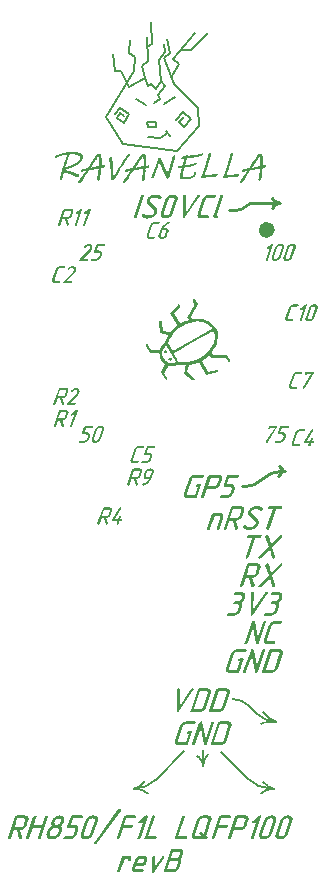
<source format=gto>
G04*
G04 #@! TF.GenerationSoftware,Altium Limited,Altium Designer,23.3.1 (30)*
G04*
G04 Layer_Color=65535*
%FSLAX44Y44*%
%MOMM*%
G71*
G04*
G04 #@! TF.SameCoordinates,DF4BE222-8F2C-4444-88BE-FDE14E9DB007*
G04*
G04*
G04 #@! TF.FilePolarity,Positive*
G04*
G01*
G75*
%ADD10C,0.7000*%
%ADD11C,0.2000*%
%ADD12C,0.2500*%
%ADD13C,0.1656*%
G36*
X191725Y529625D02*
X191980Y529374D01*
X194387Y525116D01*
X188375Y514599D01*
X189473Y512853D01*
X190748Y513017D01*
X192067Y513141D01*
X193424Y513213D01*
X194815Y513215D01*
X196232Y513132D01*
X197670Y512949D01*
X199121Y512651D01*
X200581Y512221D01*
X202806Y511169D01*
X204832Y509986D01*
X206635Y508653D01*
X208190Y507153D01*
X209476Y505467D01*
X210467Y503578D01*
X211141Y501466D01*
X211313Y500251D01*
X208717Y498751D01*
X208000Y503000D01*
X206047Y501937D01*
X204928Y503876D01*
X206902Y505016D01*
X205746Y506192D01*
X204667Y507188D01*
X203617Y508025D01*
X202547Y508722D01*
X201409Y509300D01*
X200154Y509779D01*
X198734Y510181D01*
X197101Y510525D01*
X194127Y510773D01*
X190985Y510510D01*
X187775Y509792D01*
X184594Y508677D01*
X181541Y507225D01*
X178714Y505492D01*
X176213Y503537D01*
X174136Y501418D01*
X173080Y500070D01*
X172181Y498782D01*
X171419Y497553D01*
X170778Y496383D01*
X170238Y495272D01*
X169783Y494220D01*
X169393Y493225D01*
X169050Y492288D01*
X173061Y485478D01*
X204914Y503868D01*
X206033Y501930D01*
X205507Y501643D01*
X201331Y499300D01*
X196062Y496313D01*
X190295Y493023D01*
X184623Y489774D01*
X179637Y486907D01*
X175932Y484764D01*
X174099Y483689D01*
X174481Y483026D01*
X174953Y482207D01*
X175487Y481282D01*
X176058Y480302D01*
X176639Y479315D01*
X176887Y478899D01*
X174915Y477760D01*
X167540Y490533D01*
X166392Y489306D01*
X165492Y488027D01*
X164846Y486700D01*
X164461Y485329D01*
X164345Y483917D01*
X164505Y482469D01*
X164947Y480989D01*
X165678Y479480D01*
X166525Y478306D01*
X167578Y477317D01*
X168795Y476530D01*
X170131Y475963D01*
X171544Y475632D01*
X172990Y475552D01*
X174425Y475742D01*
X175806Y476216D01*
X174923Y477746D01*
X176895Y478885D01*
X177201Y478371D01*
X177720Y477522D01*
X178167Y476815D01*
X184307Y476150D01*
X190400Y477100D01*
X196125Y479420D01*
X201160Y482866D01*
X205186Y487192D01*
X207882Y492153D01*
X208927Y497504D01*
X208719Y498734D01*
X211316Y500233D01*
X211474Y499115D01*
X211369Y496455D01*
X210944Y493978D01*
X210277Y491703D01*
X209447Y489648D01*
X208530Y487832D01*
X207603Y486275D01*
X206746Y484996D01*
X206034Y484012D01*
X207132Y482209D01*
X219247Y482097D01*
X221656Y477958D01*
X221744Y477630D01*
X221653Y477287D01*
X221423Y476966D01*
X221095Y476706D01*
X220709Y476541D01*
X220305Y476511D01*
X219925Y476652D01*
X219608Y477000D01*
X218007Y479740D01*
X205364Y479943D01*
X204044Y482033D01*
X203425Y481484D01*
X202743Y480927D01*
X202003Y480363D01*
X201210Y479795D01*
X200369Y479225D01*
X199486Y478655D01*
X198564Y478088D01*
X197610Y477525D01*
X203058Y468089D01*
X210332Y469810D01*
X210797Y469813D01*
X211201Y469626D01*
X211525Y469306D01*
X211749Y468909D01*
X211857Y468489D01*
X211828Y468103D01*
X211644Y467807D01*
X211288Y467655D01*
X201775Y465285D01*
X195333Y476210D01*
X194533Y475828D01*
X193534Y475438D01*
X192399Y475058D01*
X191189Y474702D01*
X189967Y474387D01*
X188796Y474130D01*
X187737Y473947D01*
X186853Y473853D01*
X185352Y467882D01*
X191186Y463167D01*
X191595Y462693D01*
X191742Y462198D01*
X191671Y461725D01*
X191425Y461316D01*
X191049Y461014D01*
X190586Y460863D01*
X190082Y460905D01*
X189579Y461183D01*
X182738Y466335D01*
X182901Y467272D01*
X183080Y468218D01*
X183267Y469164D01*
X183459Y470100D01*
X183650Y471017D01*
X183836Y471905D01*
X184011Y472756D01*
X184170Y473559D01*
X183246Y473545D01*
X182300Y473558D01*
X181821Y473582D01*
X181339Y473622D01*
X180857Y473681D01*
X180373Y473760D01*
X179696Y473915D01*
X179230Y474061D01*
X178905Y474184D01*
X178646Y474267D01*
X178382Y474294D01*
X178040Y474250D01*
X177547Y474119D01*
X176831Y473885D01*
X175781Y473580D01*
X174880Y473371D01*
X174075Y473246D01*
X173310Y473195D01*
X172533Y473208D01*
X171689Y473275D01*
X170725Y473386D01*
X169585Y473530D01*
X169264Y473016D01*
X168836Y472321D01*
X168334Y471499D01*
X167793Y470605D01*
X167247Y469696D01*
X166730Y468825D01*
X166275Y468049D01*
X165916Y467422D01*
X168624Y462991D01*
X168768Y462586D01*
X168728Y462211D01*
X168546Y461889D01*
X168263Y461642D01*
X167920Y461494D01*
X167557Y461469D01*
X167216Y461589D01*
X166938Y461877D01*
X163344Y467767D01*
X167024Y474766D01*
X165790Y475648D01*
X164752Y476551D01*
X163898Y477501D01*
X163213Y478518D01*
X162683Y479626D01*
X162296Y480847D01*
X162038Y482204D01*
X161895Y483721D01*
X153996Y484127D01*
X150470Y490021D01*
X150356Y490402D01*
X150428Y490786D01*
X150646Y491133D01*
X150970Y491402D01*
X151363Y491552D01*
X151785Y491543D01*
X152197Y491334D01*
X152560Y490885D01*
X155197Y486556D01*
X162103Y486489D01*
X162472Y487397D01*
X162807Y488211D01*
X162987Y488610D01*
X163188Y489020D01*
X163421Y489450D01*
X163696Y489913D01*
X164089Y490509D01*
X164431Y490951D01*
X164737Y491282D01*
X165024Y491545D01*
X165310Y491784D01*
X165610Y492042D01*
X165942Y492361D01*
X166323Y492785D01*
X166627Y493247D01*
X166984Y493938D01*
X167376Y494792D01*
X167789Y495746D01*
X168207Y496734D01*
X168613Y497693D01*
X168993Y498558D01*
X169329Y499264D01*
X168457Y499505D01*
X167598Y499744D01*
X166747Y499984D01*
X165901Y500228D01*
X165055Y500480D01*
X164205Y500743D01*
X163348Y501019D01*
X162479Y501312D01*
X161597Y509724D01*
X161568Y510360D01*
X161756Y510865D01*
X162097Y511223D01*
X162532Y511413D01*
X162997Y511421D01*
X163430Y511226D01*
X163769Y510813D01*
X163952Y510162D01*
X165075Y502890D01*
X170843Y501434D01*
X171132Y501789D01*
X171465Y502176D01*
X171831Y502584D01*
X172216Y503002D01*
X172608Y503419D01*
X172994Y503826D01*
X173361Y504210D01*
X173697Y504562D01*
X174100Y504980D01*
X174504Y505387D01*
X174916Y505782D01*
X175339Y506163D01*
X175779Y506530D01*
X176240Y506881D01*
X176727Y507216D01*
X177245Y507533D01*
X171230Y518150D01*
X177731Y524862D01*
X178077Y525104D01*
X178447Y525155D01*
X178803Y525049D01*
X179108Y524818D01*
X179324Y524496D01*
X179415Y524114D01*
X179343Y523706D01*
X179070Y523304D01*
X174081Y518280D01*
X179387Y509088D01*
X180198Y509519D01*
X181111Y509948D01*
X182090Y510368D01*
X183100Y510772D01*
X184105Y511154D01*
X185069Y511507D01*
X185956Y511824D01*
X186730Y512099D01*
X185448Y514211D01*
X186051Y515378D01*
X186769Y516717D01*
X187568Y518176D01*
X188413Y519699D01*
X189271Y521232D01*
X190107Y522721D01*
X190888Y524112D01*
X191580Y525350D01*
X190067Y528020D01*
X189934Y528454D01*
X190010Y528856D01*
X190242Y529206D01*
X190581Y529479D01*
X190975Y529655D01*
X191373Y529711D01*
X191725Y529625D01*
D02*
G37*
G36*
X167904Y486360D02*
X168354Y486092D01*
X168516Y485954D01*
X168803Y485191D01*
X168674Y484612D01*
X168323Y484116D01*
X167867Y483833D01*
X167363Y483743D01*
X166866Y483830D01*
X166435Y484075D01*
X166125Y484460D01*
X166028Y484832D01*
X166175Y485707D01*
X166420Y486106D01*
X166873Y486395D01*
X167389Y486470D01*
X167904Y486360D01*
D02*
G37*
G36*
X171444Y480199D02*
X171913Y479979D01*
X172197Y479589D01*
X172422Y479153D01*
X172329Y478589D01*
X172009Y478086D01*
X171568Y477777D01*
X171066Y477649D01*
X170560Y477690D01*
X170110Y477888D01*
X169837Y478264D01*
X169609Y478705D01*
X169675Y479300D01*
X169969Y479834D01*
X170406Y480147D01*
X170919Y480262D01*
X171444Y480199D01*
D02*
G37*
G36*
X66994Y92491D02*
X67114Y92471D01*
X67234Y92431D01*
X67354Y92371D01*
X67474Y92291D01*
X67594Y92171D01*
X67614Y92151D01*
X67634Y92111D01*
X67674Y92031D01*
X67714Y91931D01*
X67754Y91812D01*
Y91632D01*
X67734Y91452D01*
X67674Y91232D01*
X61677Y73601D01*
Y73581D01*
X61637Y73501D01*
X61597Y73401D01*
X61517Y73281D01*
X61417Y73121D01*
X61297Y72961D01*
X61137Y72801D01*
X60957Y72641D01*
X60938Y72621D01*
X60858Y72581D01*
X60758Y72541D01*
X60618Y72481D01*
X60458Y72401D01*
X60278Y72361D01*
X60118Y72322D01*
X59938Y72302D01*
X59858D01*
X59778Y72322D01*
X59658Y72341D01*
X59418Y72421D01*
X59298Y72481D01*
X59178Y72561D01*
X59158Y72581D01*
X59138Y72621D01*
X59098Y72701D01*
X59058Y72821D01*
X59019Y72961D01*
Y73141D01*
X59039Y73341D01*
X59098Y73561D01*
X61997Y82097D01*
X54761D01*
X51862Y73581D01*
Y73561D01*
X51822Y73481D01*
X51782Y73381D01*
X51702Y73241D01*
X51622Y73081D01*
X51502Y72941D01*
X51382Y72781D01*
X51223Y72641D01*
X51203Y72621D01*
X51143Y72581D01*
X51023Y72541D01*
X50903Y72481D01*
X50743Y72401D01*
X50563Y72361D01*
X50363Y72322D01*
X50163Y72302D01*
X50083D01*
X49983Y72322D01*
X49863Y72341D01*
X49743Y72382D01*
X49603Y72442D01*
X49483Y72521D01*
X49363Y72621D01*
X49343Y72641D01*
X49323Y72681D01*
X49283Y72761D01*
X49243Y72861D01*
X49223Y73001D01*
Y73161D01*
X49243Y73341D01*
X49303Y73561D01*
X55300Y91192D01*
Y91212D01*
X55340Y91272D01*
X55380Y91372D01*
X55460Y91492D01*
X55540Y91632D01*
X55660Y91792D01*
X55800Y91931D01*
X55980Y92092D01*
X56000Y92111D01*
X56080Y92151D01*
X56180Y92211D01*
X56320Y92271D01*
X56480Y92331D01*
X56640Y92391D01*
X56840Y92431D01*
X57020Y92451D01*
X57099D01*
X57179Y92431D01*
X57299Y92411D01*
X57419Y92371D01*
X57539Y92311D01*
X57659Y92231D01*
X57779Y92131D01*
X57799Y92111D01*
X57819Y92072D01*
X57859Y91992D01*
X57899Y91892D01*
X57939Y91772D01*
Y91592D01*
X57919Y91412D01*
X57859Y91192D01*
X55640Y84635D01*
X62877D01*
X65115Y91252D01*
Y91272D01*
X65155Y91332D01*
X65195Y91432D01*
X65275Y91552D01*
X65355Y91692D01*
X65475Y91832D01*
X65615Y91992D01*
X65795Y92131D01*
X65815Y92151D01*
X65875Y92191D01*
X65975Y92251D01*
X66115Y92331D01*
X66275Y92391D01*
X66455Y92451D01*
X66635Y92491D01*
X66835Y92511D01*
X66914D01*
X66994Y92491D01*
D02*
G37*
G36*
X271730Y92451D02*
X271890Y92431D01*
X272070Y92391D01*
X272489Y92311D01*
X272929Y92131D01*
X273169Y92031D01*
X273389Y91892D01*
X273609Y91752D01*
X273829Y91552D01*
X274029Y91352D01*
X274209Y91112D01*
X274229Y91092D01*
X274249Y91052D01*
X274289Y90972D01*
X274349Y90872D01*
X274409Y90752D01*
X274468Y90592D01*
X274529Y90412D01*
X274589Y90212D01*
X274648Y89972D01*
X274688Y89733D01*
X274708Y89473D01*
Y89173D01*
Y88873D01*
X274668Y88553D01*
X274589Y88233D01*
X274489Y87874D01*
X270750Y76899D01*
Y76879D01*
X270711Y76819D01*
X270671Y76719D01*
X270630Y76579D01*
X270550Y76420D01*
X270451Y76240D01*
X270331Y76020D01*
X270211Y75800D01*
X270051Y75560D01*
X269871Y75300D01*
X269671Y75020D01*
X269451Y74740D01*
X269191Y74480D01*
X268911Y74201D01*
X268612Y73921D01*
X268292Y73661D01*
X268272Y73641D01*
X268212Y73601D01*
X268112Y73541D01*
X267972Y73441D01*
X267812Y73341D01*
X267612Y73241D01*
X267392Y73101D01*
X267152Y72981D01*
X266892Y72861D01*
X266593Y72741D01*
X265973Y72521D01*
X265633Y72421D01*
X265293Y72361D01*
X264933Y72322D01*
X264574Y72302D01*
X263214D01*
X263094Y72322D01*
X262934Y72341D01*
X262754Y72382D01*
X262335Y72462D01*
X261895Y72621D01*
X261655Y72721D01*
X261415Y72861D01*
X261195Y73001D01*
X260975Y73181D01*
X260776Y73381D01*
X260596Y73621D01*
Y73641D01*
X260556Y73681D01*
X260516Y73761D01*
X260476Y73861D01*
X260416Y74001D01*
X260356Y74141D01*
X260276Y74321D01*
X260236Y74540D01*
X260176Y74760D01*
X260136Y75020D01*
X260116Y75280D01*
Y75560D01*
X260136Y75880D01*
X260176Y76200D01*
X260256Y76539D01*
X260356Y76899D01*
X264094Y87874D01*
Y87894D01*
X264134Y87954D01*
X264154Y88054D01*
X264214Y88174D01*
X264294Y88333D01*
X264394Y88513D01*
X264494Y88733D01*
X264634Y88953D01*
X264774Y89193D01*
X264953Y89453D01*
X265153Y89713D01*
X265373Y89993D01*
X265613Y90272D01*
X265893Y90532D01*
X266193Y90812D01*
X266513Y91072D01*
X266533Y91092D01*
X266593Y91132D01*
X266693Y91192D01*
X266832Y91292D01*
X266992Y91392D01*
X267192Y91512D01*
X267412Y91652D01*
X267672Y91772D01*
X267932Y91912D01*
X268232Y92031D01*
X268871Y92251D01*
X269211Y92351D01*
X269551Y92411D01*
X269911Y92451D01*
X270271Y92471D01*
X271610D01*
X271730Y92451D01*
D02*
G37*
G36*
X257997D02*
X258157Y92431D01*
X258337Y92391D01*
X258757Y92311D01*
X259196Y92131D01*
X259436Y92031D01*
X259656Y91892D01*
X259876Y91752D01*
X260096Y91552D01*
X260296Y91352D01*
X260476Y91112D01*
X260496Y91092D01*
X260516Y91052D01*
X260556Y90972D01*
X260616Y90872D01*
X260676Y90752D01*
X260735Y90592D01*
X260795Y90412D01*
X260856Y90212D01*
X260916Y89972D01*
X260955Y89733D01*
X260975Y89473D01*
Y89173D01*
Y88873D01*
X260935Y88553D01*
X260856Y88233D01*
X260756Y87874D01*
X257017Y76899D01*
Y76879D01*
X256978Y76819D01*
X256938Y76719D01*
X256898Y76579D01*
X256817Y76420D01*
X256718Y76240D01*
X256598Y76020D01*
X256478Y75800D01*
X256318Y75560D01*
X256138Y75300D01*
X255938Y75020D01*
X255718Y74740D01*
X255458Y74480D01*
X255178Y74201D01*
X254879Y73921D01*
X254559Y73661D01*
X254539Y73641D01*
X254479Y73601D01*
X254379Y73541D01*
X254239Y73441D01*
X254079Y73341D01*
X253879Y73241D01*
X253659Y73101D01*
X253419Y72981D01*
X253159Y72861D01*
X252860Y72741D01*
X252240Y72521D01*
X251900Y72421D01*
X251560Y72361D01*
X251200Y72322D01*
X250841Y72302D01*
X249481D01*
X249361Y72322D01*
X249201Y72341D01*
X249021Y72382D01*
X248602Y72462D01*
X248162Y72621D01*
X247922Y72721D01*
X247682Y72861D01*
X247462Y73001D01*
X247242Y73181D01*
X247043Y73381D01*
X246863Y73621D01*
Y73641D01*
X246823Y73681D01*
X246783Y73761D01*
X246743Y73861D01*
X246683Y74001D01*
X246623Y74141D01*
X246543Y74321D01*
X246503Y74540D01*
X246443Y74760D01*
X246403Y75020D01*
X246383Y75280D01*
Y75560D01*
X246403Y75880D01*
X246443Y76200D01*
X246523Y76539D01*
X246623Y76899D01*
X250361Y87874D01*
Y87894D01*
X250401Y87954D01*
X250421Y88054D01*
X250481Y88174D01*
X250561Y88333D01*
X250661Y88513D01*
X250761Y88733D01*
X250901Y88953D01*
X251040Y89193D01*
X251220Y89453D01*
X251420Y89713D01*
X251640Y89993D01*
X251880Y90272D01*
X252160Y90532D01*
X252460Y90812D01*
X252780Y91072D01*
X252800Y91092D01*
X252860Y91132D01*
X252959Y91192D01*
X253099Y91292D01*
X253259Y91392D01*
X253459Y91512D01*
X253679Y91652D01*
X253939Y91772D01*
X254199Y91912D01*
X254499Y92031D01*
X255138Y92251D01*
X255478Y92351D01*
X255818Y92411D01*
X256178Y92451D01*
X256538Y92471D01*
X257877D01*
X257997Y92451D01*
D02*
G37*
G36*
X247662Y92591D02*
X247742Y92571D01*
X247842Y92511D01*
X247962Y92451D01*
X248062Y92351D01*
X248182Y92211D01*
Y92191D01*
X248202Y92131D01*
X248222Y92051D01*
X248242Y91931D01*
X248262Y91792D01*
X248242Y91632D01*
X248222Y91432D01*
X248162Y91212D01*
X242145Y73581D01*
Y73561D01*
X242105Y73481D01*
X242065Y73381D01*
X241985Y73241D01*
X241905Y73081D01*
X241785Y72941D01*
X241665Y72781D01*
X241505Y72641D01*
X241485Y72621D01*
X241425Y72581D01*
X241306Y72541D01*
X241185Y72481D01*
X241026Y72401D01*
X240846Y72361D01*
X240646Y72322D01*
X240446Y72302D01*
X240366D01*
X240266Y72322D01*
X240146Y72341D01*
X240026Y72382D01*
X239886Y72442D01*
X239766Y72521D01*
X239646Y72621D01*
X239626Y72641D01*
X239606Y72681D01*
X239566Y72761D01*
X239526Y72861D01*
X239506Y73001D01*
Y73161D01*
X239526Y73341D01*
X239586Y73561D01*
X244684Y88553D01*
X242205Y86374D01*
X242185Y86354D01*
X242125Y86314D01*
X242025Y86254D01*
X241885Y86194D01*
X241745Y86115D01*
X241565Y86054D01*
X241385Y86015D01*
X241206Y85995D01*
X241126D01*
X241046Y86015D01*
X240926Y86034D01*
X240806Y86074D01*
X240666Y86154D01*
X240546Y86234D01*
X240426Y86354D01*
X240406Y86374D01*
X240386Y86434D01*
X240346Y86514D01*
X240326Y86634D01*
X240286Y86774D01*
Y86934D01*
X240306Y87114D01*
X240346Y87294D01*
Y87314D01*
X240386Y87374D01*
X240426Y87454D01*
X240486Y87574D01*
X240566Y87694D01*
X240666Y87834D01*
X240806Y87994D01*
X240986Y88153D01*
X246283Y92092D01*
X246303D01*
X246323Y92131D01*
X246383Y92171D01*
X246463Y92211D01*
X246663Y92331D01*
X246883Y92451D01*
X246903D01*
X246943Y92471D01*
X247003Y92511D01*
X247083Y92531D01*
X247302Y92591D01*
X247542Y92611D01*
X247602D01*
X247662Y92591D01*
D02*
G37*
G36*
X234829Y92451D02*
X234989Y92431D01*
X235149Y92411D01*
X235528Y92311D01*
X235948Y92171D01*
X236168Y92072D01*
X236368Y91952D01*
X236568Y91812D01*
X236768Y91632D01*
X236948Y91452D01*
X237108Y91232D01*
Y91212D01*
X237148Y91172D01*
X237188Y91112D01*
X237227Y91012D01*
X237288Y90892D01*
X237327Y90752D01*
X237388Y90592D01*
X237447Y90392D01*
X237487Y90192D01*
X237527Y89972D01*
X237547Y89453D01*
Y89193D01*
X237507Y88893D01*
X237447Y88593D01*
X237348Y88273D01*
X236008Y84355D01*
Y84335D01*
X235988Y84275D01*
X235948Y84195D01*
X235888Y84056D01*
X235828Y83916D01*
X235728Y83736D01*
X235628Y83536D01*
X235508Y83336D01*
X235348Y83096D01*
X235189Y82856D01*
X235009Y82616D01*
X234809Y82356D01*
X234569Y82116D01*
X234329Y81857D01*
X234049Y81617D01*
X233749Y81377D01*
X233729Y81357D01*
X233669Y81317D01*
X233589Y81257D01*
X233470Y81177D01*
X233309Y81097D01*
X233130Y80977D01*
X232930Y80877D01*
X232710Y80757D01*
X232470Y80637D01*
X232190Y80537D01*
X231630Y80337D01*
X231311Y80258D01*
X231011Y80197D01*
X230671Y80157D01*
X230351Y80138D01*
X224774D01*
X222535Y73581D01*
Y73561D01*
X222495Y73481D01*
X222455Y73381D01*
X222375Y73241D01*
X222295Y73081D01*
X222175Y72941D01*
X222055Y72781D01*
X221895Y72641D01*
X221875Y72621D01*
X221815Y72581D01*
X221695Y72541D01*
X221576Y72481D01*
X221416Y72401D01*
X221236Y72361D01*
X221036Y72322D01*
X220836Y72302D01*
X220756D01*
X220656Y72322D01*
X220536Y72341D01*
X220416Y72382D01*
X220276Y72442D01*
X220156Y72521D01*
X220036Y72621D01*
X220016Y72641D01*
X219996Y72681D01*
X219956Y72761D01*
X219916Y72861D01*
X219896Y73001D01*
Y73161D01*
X219916Y73361D01*
X219976Y73581D01*
X225993Y91212D01*
Y91232D01*
X226013Y91272D01*
X226033Y91332D01*
X226073Y91412D01*
X226193Y91612D01*
X226373Y91852D01*
X226593Y92072D01*
X226893Y92271D01*
X227053Y92351D01*
X227253Y92411D01*
X227472Y92451D01*
X227692Y92471D01*
X234709D01*
X234829Y92451D01*
D02*
G37*
G36*
X221975D02*
X222095Y92431D01*
X222215Y92371D01*
X222355Y92311D01*
X222475Y92211D01*
X222575Y92072D01*
X222595Y92051D01*
X222615Y92011D01*
X222635Y91931D01*
X222675Y91832D01*
X222695Y91692D01*
Y91552D01*
X222675Y91392D01*
X222635Y91212D01*
Y91192D01*
X222615Y91132D01*
X222575Y91052D01*
X222515Y90932D01*
X222415Y90812D01*
X222315Y90672D01*
X222175Y90512D01*
X222015Y90352D01*
X221995Y90332D01*
X221935Y90292D01*
X221835Y90212D01*
X221716Y90152D01*
X221556Y90072D01*
X221376Y89993D01*
X221156Y89953D01*
X220936Y89933D01*
X214379D01*
X212580Y84635D01*
X219217D01*
X219317Y84615D01*
X219437Y84595D01*
X219576Y84555D01*
X219716Y84475D01*
X219836Y84395D01*
X219936Y84275D01*
Y84256D01*
X219976Y84215D01*
X219996Y84115D01*
X220016Y84016D01*
X220036Y83876D01*
X220056Y83736D01*
X220036Y83556D01*
X219976Y83376D01*
Y83356D01*
X219936Y83296D01*
X219896Y83216D01*
X219836Y83096D01*
X219757Y82976D01*
X219657Y82836D01*
X219517Y82676D01*
X219357Y82516D01*
X219337Y82496D01*
X219277Y82456D01*
X219177Y82376D01*
X219057Y82316D01*
X218877Y82236D01*
X218697Y82156D01*
X218497Y82116D01*
X218257Y82097D01*
X211701D01*
X208802Y73561D01*
Y73541D01*
X208762Y73461D01*
X208722Y73361D01*
X208642Y73221D01*
X208562Y73081D01*
X208442Y72921D01*
X208322Y72781D01*
X208162Y72641D01*
X208142Y72621D01*
X208082Y72581D01*
X207962Y72541D01*
X207843Y72481D01*
X207683Y72401D01*
X207503Y72361D01*
X207303Y72322D01*
X207103Y72302D01*
X207023D01*
X206923Y72322D01*
X206803Y72341D01*
X206683Y72382D01*
X206543Y72442D01*
X206423Y72521D01*
X206303Y72621D01*
X206283Y72641D01*
X206263Y72681D01*
X206223Y72761D01*
X206183Y72861D01*
X206163Y73001D01*
Y73161D01*
X206183Y73361D01*
X206243Y73581D01*
X212260Y91212D01*
Y91232D01*
X212280Y91272D01*
X212300Y91332D01*
X212340Y91412D01*
X212460Y91612D01*
X212640Y91852D01*
X212860Y92072D01*
X213160Y92271D01*
X213320Y92351D01*
X213520Y92411D01*
X213739Y92451D01*
X213959Y92471D01*
X221875D01*
X221975Y92451D01*
D02*
G37*
G36*
X203445D02*
X203605Y92431D01*
X203765Y92411D01*
X204144Y92311D01*
X204564Y92171D01*
X204784Y92072D01*
X204984Y91952D01*
X205184Y91812D01*
X205384Y91632D01*
X205564Y91452D01*
X205724Y91232D01*
Y91212D01*
X205764Y91172D01*
X205804Y91112D01*
X205844Y91012D01*
X205903Y90892D01*
X205944Y90752D01*
X206003Y90592D01*
X206063Y90392D01*
X206103Y90192D01*
X206143Y89972D01*
X206163Y89453D01*
Y89193D01*
X206123Y88893D01*
X206063Y88593D01*
X205963Y88273D01*
X201945Y76519D01*
X201866Y76240D01*
X201846Y76200D01*
X201826Y76120D01*
X201786Y76020D01*
X201746Y75920D01*
X201526Y75600D01*
X202645Y74640D01*
X202665Y74620D01*
X202725Y74560D01*
X202785Y74480D01*
X202865Y74360D01*
X202925Y74201D01*
X202965Y74021D01*
X202985Y73801D01*
X202925Y73581D01*
Y73561D01*
X202885Y73501D01*
X202845Y73421D01*
X202785Y73301D01*
X202685Y73161D01*
X202585Y73001D01*
X202445Y72841D01*
X202265Y72681D01*
X202245Y72661D01*
X202185Y72621D01*
X202066Y72561D01*
X201945Y72502D01*
X201786Y72421D01*
X201606Y72361D01*
X201406Y72322D01*
X201206Y72302D01*
X201146D01*
X201086Y72322D01*
X201006D01*
X200786Y72401D01*
X200686Y72442D01*
X200566Y72521D01*
X199587Y73481D01*
X199567Y73461D01*
X199527Y73421D01*
X199447Y73381D01*
X199347Y73301D01*
X199207Y73201D01*
X199047Y73101D01*
X198867Y73001D01*
X198647Y72901D01*
X198427Y72781D01*
X198167Y72681D01*
X197608Y72481D01*
X197308Y72401D01*
X196988Y72361D01*
X196648Y72322D01*
X196308Y72302D01*
X192230D01*
X192111Y72322D01*
X191971Y72341D01*
X191791Y72361D01*
X191411Y72462D01*
X190991Y72601D01*
X190791Y72701D01*
X190571Y72821D01*
X190371Y72961D01*
X190172Y73121D01*
X189972Y73301D01*
X189812Y73521D01*
Y73541D01*
X189772Y73581D01*
X189732Y73641D01*
X189692Y73741D01*
X189632Y73861D01*
X189592Y74001D01*
X189532Y74161D01*
X189472Y74360D01*
X189432Y74560D01*
X189392Y74780D01*
X189372Y75040D01*
Y75300D01*
X189392Y75580D01*
X189432Y75880D01*
X189492Y76200D01*
X189592Y76519D01*
X193610Y88273D01*
Y88293D01*
X193630Y88353D01*
X193670Y88433D01*
X193730Y88573D01*
X193790Y88713D01*
X193890Y88893D01*
X193990Y89093D01*
X194109Y89293D01*
X194249Y89533D01*
X194409Y89753D01*
X194589Y90013D01*
X194789Y90252D01*
X195009Y90512D01*
X195269Y90752D01*
X195529Y90992D01*
X195829Y91232D01*
X195849Y91252D01*
X195909Y91292D01*
X195989Y91352D01*
X196108Y91432D01*
X196268Y91512D01*
X196448Y91632D01*
X196648Y91732D01*
X196868Y91852D01*
X197128Y91972D01*
X197388Y92072D01*
X197968Y92271D01*
X198267Y92351D01*
X198587Y92411D01*
X198907Y92451D01*
X199247Y92471D01*
X203325D01*
X203445Y92451D01*
D02*
G37*
G36*
X182735D02*
X182855Y92431D01*
X182975Y92391D01*
X183095Y92331D01*
X183215Y92251D01*
X183335Y92131D01*
X183355Y92111D01*
X183375Y92072D01*
X183415Y91992D01*
X183455Y91892D01*
X183495Y91772D01*
Y91612D01*
Y91432D01*
X183435Y91212D01*
X177858Y74840D01*
X184494D01*
X184594Y74820D01*
X184714Y74800D01*
X184834Y74740D01*
X184954Y74680D01*
X185074Y74580D01*
X185174Y74440D01*
X185194Y74420D01*
X185214Y74380D01*
X185234Y74300D01*
X185274Y74201D01*
X185294Y74061D01*
X185314Y73921D01*
X185294Y73761D01*
X185254Y73581D01*
Y73561D01*
X185234Y73501D01*
X185194Y73421D01*
X185134Y73301D01*
X185034Y73181D01*
X184934Y73041D01*
X184794Y72881D01*
X184634Y72721D01*
X184614Y72701D01*
X184554Y72661D01*
X184454Y72581D01*
X184335Y72521D01*
X184155Y72442D01*
X183975Y72361D01*
X183775Y72322D01*
X183535Y72302D01*
X175579D01*
X175519Y72322D01*
X175319Y72361D01*
X175119Y72462D01*
X174939Y72621D01*
X174859Y72721D01*
X174819Y72841D01*
X174779Y72981D01*
Y73161D01*
X174799Y73361D01*
X174859Y73581D01*
X180876Y91212D01*
Y91232D01*
X180916Y91292D01*
X180956Y91392D01*
X181016Y91512D01*
X181116Y91652D01*
X181216Y91792D01*
X181356Y91952D01*
X181536Y92111D01*
X181556Y92131D01*
X181636Y92171D01*
X181736Y92231D01*
X181876Y92291D01*
X182036Y92351D01*
X182196Y92411D01*
X182395Y92451D01*
X182575Y92471D01*
X182655D01*
X182735Y92451D01*
D02*
G37*
G36*
X157228D02*
X157348Y92431D01*
X157468Y92391D01*
X157588Y92331D01*
X157708Y92251D01*
X157828Y92131D01*
X157848Y92111D01*
X157868Y92072D01*
X157908Y91992D01*
X157948Y91892D01*
X157988Y91772D01*
Y91612D01*
Y91432D01*
X157928Y91212D01*
X152351Y74840D01*
X158988D01*
X159087Y74820D01*
X159207Y74800D01*
X159327Y74740D01*
X159447Y74680D01*
X159567Y74580D01*
X159667Y74440D01*
X159687Y74420D01*
X159707Y74380D01*
X159727Y74300D01*
X159767Y74201D01*
X159787Y74061D01*
X159807Y73921D01*
X159787Y73761D01*
X159747Y73581D01*
Y73561D01*
X159727Y73501D01*
X159687Y73421D01*
X159627Y73301D01*
X159527Y73181D01*
X159427Y73041D01*
X159287Y72881D01*
X159127Y72721D01*
X159107Y72701D01*
X159047Y72661D01*
X158947Y72581D01*
X158827Y72521D01*
X158648Y72442D01*
X158468Y72361D01*
X158268Y72322D01*
X158028Y72302D01*
X150072D01*
X150012Y72322D01*
X149812Y72361D01*
X149612Y72462D01*
X149432Y72621D01*
X149352Y72721D01*
X149312Y72841D01*
X149272Y72981D01*
Y73161D01*
X149292Y73361D01*
X149352Y73581D01*
X155369Y91212D01*
Y91232D01*
X155409Y91292D01*
X155449Y91392D01*
X155509Y91512D01*
X155609Y91652D01*
X155709Y91792D01*
X155849Y91952D01*
X156029Y92111D01*
X156049Y92131D01*
X156129Y92171D01*
X156229Y92231D01*
X156369Y92291D01*
X156529Y92351D01*
X156689Y92411D01*
X156889Y92451D01*
X157068Y92471D01*
X157148D01*
X157228Y92451D01*
D02*
G37*
G36*
X151531Y92591D02*
X151611Y92571D01*
X151711Y92511D01*
X151831Y92451D01*
X151931Y92351D01*
X152051Y92211D01*
Y92191D01*
X152071Y92131D01*
X152091Y92051D01*
X152111Y91931D01*
X152131Y91792D01*
X152111Y91632D01*
X152091Y91432D01*
X152031Y91212D01*
X146014Y73581D01*
Y73561D01*
X145974Y73481D01*
X145934Y73381D01*
X145854Y73241D01*
X145774Y73081D01*
X145654Y72941D01*
X145534Y72781D01*
X145374Y72641D01*
X145354Y72621D01*
X145295Y72581D01*
X145175Y72541D01*
X145055Y72481D01*
X144895Y72401D01*
X144715Y72361D01*
X144515Y72322D01*
X144315Y72302D01*
X144235D01*
X144135Y72322D01*
X144015Y72341D01*
X143895Y72382D01*
X143755Y72442D01*
X143635Y72521D01*
X143515Y72621D01*
X143495Y72641D01*
X143475Y72681D01*
X143435Y72761D01*
X143395Y72861D01*
X143375Y73001D01*
Y73161D01*
X143395Y73341D01*
X143455Y73561D01*
X148553Y88553D01*
X146074Y86374D01*
X146054Y86354D01*
X145994Y86314D01*
X145894Y86254D01*
X145754Y86194D01*
X145614Y86115D01*
X145434Y86054D01*
X145254Y86015D01*
X145075Y85995D01*
X144995D01*
X144915Y86015D01*
X144795Y86034D01*
X144675Y86074D01*
X144535Y86154D01*
X144415Y86234D01*
X144295Y86354D01*
X144275Y86374D01*
X144255Y86434D01*
X144215Y86514D01*
X144195Y86634D01*
X144155Y86774D01*
Y86934D01*
X144175Y87114D01*
X144215Y87294D01*
Y87314D01*
X144255Y87374D01*
X144295Y87454D01*
X144355Y87574D01*
X144435Y87694D01*
X144535Y87834D01*
X144675Y87994D01*
X144855Y88153D01*
X150152Y92092D01*
X150172D01*
X150192Y92131D01*
X150252Y92171D01*
X150332Y92211D01*
X150532Y92331D01*
X150752Y92451D01*
X150772D01*
X150812Y92471D01*
X150872Y92511D01*
X150952Y92531D01*
X151172Y92591D01*
X151411Y92611D01*
X151471D01*
X151531Y92591D01*
D02*
G37*
G36*
X141536Y92451D02*
X141656Y92431D01*
X141776Y92371D01*
X141916Y92311D01*
X142036Y92211D01*
X142136Y92072D01*
X142156Y92051D01*
X142176Y92011D01*
X142196Y91931D01*
X142236Y91832D01*
X142256Y91692D01*
Y91552D01*
X142236Y91392D01*
X142196Y91212D01*
Y91192D01*
X142176Y91132D01*
X142136Y91052D01*
X142076Y90932D01*
X141976Y90812D01*
X141876Y90672D01*
X141736Y90512D01*
X141576Y90352D01*
X141556Y90332D01*
X141496Y90292D01*
X141396Y90212D01*
X141277Y90152D01*
X141117Y90072D01*
X140937Y89993D01*
X140717Y89953D01*
X140497Y89933D01*
X133940D01*
X132141Y84635D01*
X138778D01*
X138878Y84615D01*
X138998Y84595D01*
X139138Y84555D01*
X139277Y84475D01*
X139397Y84395D01*
X139497Y84275D01*
Y84256D01*
X139537Y84215D01*
X139557Y84115D01*
X139577Y84016D01*
X139597Y83876D01*
X139617Y83736D01*
X139597Y83556D01*
X139537Y83376D01*
Y83356D01*
X139497Y83296D01*
X139457Y83216D01*
X139397Y83096D01*
X139318Y82976D01*
X139218Y82836D01*
X139078Y82676D01*
X138918Y82516D01*
X138898Y82496D01*
X138838Y82456D01*
X138738Y82376D01*
X138618Y82316D01*
X138438Y82236D01*
X138258Y82156D01*
X138058Y82116D01*
X137818Y82097D01*
X131262D01*
X128363Y73561D01*
Y73541D01*
X128323Y73461D01*
X128283Y73361D01*
X128203Y73221D01*
X128123Y73081D01*
X128003Y72921D01*
X127883Y72781D01*
X127723Y72641D01*
X127703Y72621D01*
X127643Y72581D01*
X127523Y72541D01*
X127404Y72481D01*
X127244Y72401D01*
X127064Y72361D01*
X126864Y72322D01*
X126664Y72302D01*
X126584D01*
X126484Y72322D01*
X126364Y72341D01*
X126244Y72382D01*
X126104Y72442D01*
X125984Y72521D01*
X125864Y72621D01*
X125844Y72641D01*
X125824Y72681D01*
X125784Y72761D01*
X125744Y72861D01*
X125724Y73001D01*
Y73161D01*
X125744Y73361D01*
X125804Y73581D01*
X131821Y91212D01*
Y91232D01*
X131841Y91272D01*
X131861Y91332D01*
X131901Y91412D01*
X132021Y91612D01*
X132201Y91852D01*
X132421Y92072D01*
X132721Y92271D01*
X132881Y92351D01*
X133081Y92411D01*
X133301Y92451D01*
X133520Y92471D01*
X141436D01*
X141536Y92451D01*
D02*
G37*
G36*
X106934D02*
X107094Y92431D01*
X107274Y92391D01*
X107694Y92311D01*
X108133Y92131D01*
X108373Y92031D01*
X108593Y91892D01*
X108813Y91752D01*
X109033Y91552D01*
X109233Y91352D01*
X109413Y91112D01*
X109433Y91092D01*
X109453Y91052D01*
X109493Y90972D01*
X109553Y90872D01*
X109613Y90752D01*
X109673Y90592D01*
X109733Y90412D01*
X109793Y90212D01*
X109853Y89972D01*
X109893Y89733D01*
X109913Y89473D01*
Y89173D01*
Y88873D01*
X109873Y88553D01*
X109793Y88233D01*
X109693Y87874D01*
X105955Y76899D01*
Y76879D01*
X105914Y76819D01*
X105875Y76719D01*
X105835Y76579D01*
X105755Y76420D01*
X105655Y76240D01*
X105535Y76020D01*
X105415Y75800D01*
X105255Y75560D01*
X105075Y75300D01*
X104875Y75020D01*
X104655Y74740D01*
X104395Y74480D01*
X104115Y74201D01*
X103816Y73921D01*
X103496Y73661D01*
X103476Y73641D01*
X103416Y73601D01*
X103316Y73541D01*
X103176Y73441D01*
X103016Y73341D01*
X102816Y73241D01*
X102596Y73101D01*
X102356Y72981D01*
X102097Y72861D01*
X101797Y72741D01*
X101177Y72521D01*
X100837Y72421D01*
X100497Y72361D01*
X100138Y72322D01*
X99778Y72302D01*
X98418D01*
X98298Y72322D01*
X98139Y72341D01*
X97959Y72382D01*
X97539Y72462D01*
X97099Y72621D01*
X96859Y72721D01*
X96619Y72861D01*
X96399Y73001D01*
X96180Y73181D01*
X95980Y73381D01*
X95800Y73621D01*
Y73641D01*
X95760Y73681D01*
X95720Y73761D01*
X95680Y73861D01*
X95620Y74001D01*
X95560Y74141D01*
X95480Y74321D01*
X95440Y74540D01*
X95380Y74760D01*
X95340Y75020D01*
X95320Y75280D01*
Y75560D01*
X95340Y75880D01*
X95380Y76200D01*
X95460Y76539D01*
X95560Y76899D01*
X99298Y87874D01*
Y87894D01*
X99338Y87954D01*
X99358Y88054D01*
X99418Y88174D01*
X99498Y88333D01*
X99598Y88513D01*
X99698Y88733D01*
X99838Y88953D01*
X99978Y89193D01*
X100157Y89453D01*
X100357Y89713D01*
X100577Y89993D01*
X100817Y90272D01*
X101097Y90532D01*
X101397Y90812D01*
X101717Y91072D01*
X101737Y91092D01*
X101797Y91132D01*
X101897Y91192D01*
X102037Y91292D01*
X102196Y91392D01*
X102396Y91512D01*
X102616Y91652D01*
X102876Y91772D01*
X103136Y91912D01*
X103436Y92031D01*
X104075Y92251D01*
X104415Y92351D01*
X104755Y92411D01*
X105115Y92451D01*
X105475Y92471D01*
X106814D01*
X106934Y92451D01*
D02*
G37*
G36*
X96419D02*
X96539Y92431D01*
X96659Y92371D01*
X96799Y92311D01*
X96919Y92211D01*
X97019Y92072D01*
X97039Y92051D01*
X97059Y92011D01*
X97079Y91931D01*
X97119Y91832D01*
X97139Y91692D01*
X97159Y91552D01*
X97139Y91392D01*
X97099Y91212D01*
Y91192D01*
X97059Y91132D01*
X97019Y91052D01*
X96959Y90932D01*
X96879Y90812D01*
X96779Y90672D01*
X96639Y90512D01*
X96479Y90352D01*
X96459Y90332D01*
X96399Y90292D01*
X96299Y90212D01*
X96180Y90152D01*
X96000Y90072D01*
X95820Y89993D01*
X95620Y89953D01*
X95380Y89933D01*
X88823D01*
X87024Y84635D01*
X89863D01*
X90003Y84615D01*
X90183Y84595D01*
X90382Y84555D01*
X90602Y84515D01*
X90842Y84435D01*
X91102Y84355D01*
X91362Y84256D01*
X91622Y84136D01*
X91882Y83996D01*
X92142Y83816D01*
X92381Y83596D01*
X92601Y83376D01*
X92801Y83096D01*
X92821Y83076D01*
X92841Y83036D01*
X92881Y82936D01*
X92941Y82836D01*
X93021Y82676D01*
X93081Y82496D01*
X93161Y82296D01*
X93221Y82077D01*
X93281Y81817D01*
X93321Y81537D01*
X93341Y81237D01*
Y80917D01*
X93321Y80577D01*
X93281Y80218D01*
X93201Y79858D01*
X93081Y79458D01*
X92421Y77499D01*
Y77479D01*
X92381Y77399D01*
X92341Y77299D01*
X92282Y77139D01*
X92201Y76959D01*
X92082Y76739D01*
X91962Y76499D01*
X91802Y76240D01*
X91622Y75960D01*
X91422Y75660D01*
X91202Y75360D01*
X90942Y75040D01*
X90662Y74740D01*
X90363Y74420D01*
X90023Y74121D01*
X89643Y73821D01*
X89623Y73801D01*
X89543Y73761D01*
X89443Y73681D01*
X89283Y73581D01*
X89103Y73461D01*
X88883Y73341D01*
X88643Y73201D01*
X88364Y73061D01*
X88044Y72921D01*
X87724Y72781D01*
X87024Y72541D01*
X86644Y72442D01*
X86265Y72361D01*
X85865Y72322D01*
X85465Y72302D01*
X81447D01*
X81347Y72322D01*
X81227Y72341D01*
X81087Y72382D01*
X80967Y72442D01*
X80827Y72521D01*
X80727Y72641D01*
Y72661D01*
X80687Y72721D01*
X80667Y72801D01*
X80647Y72901D01*
X80627Y73041D01*
Y73201D01*
X80647Y73381D01*
X80687Y73581D01*
Y73601D01*
X80727Y73661D01*
X80767Y73741D01*
X80827Y73861D01*
X80907Y73981D01*
X81007Y74121D01*
X81147Y74261D01*
X81307Y74420D01*
X81327Y74440D01*
X81387Y74480D01*
X81487Y74560D01*
X81627Y74640D01*
X81787Y74700D01*
X81967Y74780D01*
X82187Y74820D01*
X82407Y74840D01*
X86425D01*
X86504Y74860D01*
X86724Y74880D01*
X86984Y74940D01*
X87304Y75020D01*
X87664Y75160D01*
X88044Y75340D01*
X88424Y75580D01*
X88443D01*
X88463Y75620D01*
X88583Y75720D01*
X88783Y75880D01*
X89003Y76100D01*
X89223Y76379D01*
X89463Y76719D01*
X89683Y77079D01*
X89863Y77499D01*
X90522Y79458D01*
Y79478D01*
X90542Y79498D01*
X90562Y79558D01*
X90582Y79638D01*
X90622Y79838D01*
X90642Y80098D01*
X90662Y80377D01*
X90642Y80697D01*
X90542Y81017D01*
X90482Y81177D01*
X90402Y81317D01*
X90382Y81357D01*
X90302Y81437D01*
X90183Y81557D01*
X90023Y81717D01*
X89783Y81857D01*
X89503Y81977D01*
X89183Y82057D01*
X88783Y82097D01*
X84745D01*
X84665Y82116D01*
X84486Y82156D01*
X84286Y82256D01*
X84106Y82416D01*
X84026Y82516D01*
X83966Y82636D01*
X83946Y82776D01*
Y82956D01*
X83966Y83156D01*
X84026Y83376D01*
X86704Y91212D01*
Y91232D01*
X86724Y91272D01*
X86744Y91332D01*
X86784Y91412D01*
X86904Y91612D01*
X87084Y91852D01*
X87304Y92072D01*
X87604Y92271D01*
X87764Y92351D01*
X87964Y92411D01*
X88184Y92451D01*
X88404Y92471D01*
X96319D01*
X96419Y92451D01*
D02*
G37*
G36*
X77829D02*
X78009D01*
X78189Y92431D01*
X78429Y92391D01*
X78668Y92331D01*
X78928Y92271D01*
X79208Y92171D01*
X79488Y92072D01*
X79768Y91931D01*
X80048Y91772D01*
X80308Y91592D01*
X80548Y91372D01*
X80767Y91112D01*
X80967Y90832D01*
Y90812D01*
X81007Y90772D01*
X81027Y90692D01*
X81087Y90572D01*
X81127Y90432D01*
X81187Y90252D01*
X81227Y90052D01*
X81267Y89833D01*
X81307Y89593D01*
X81327Y89313D01*
X81347Y89033D01*
X81327Y88713D01*
X81307Y88393D01*
X81247Y88034D01*
X81167Y87674D01*
X81047Y87294D01*
Y87274D01*
X81027Y87234D01*
X81007Y87174D01*
X80967Y87094D01*
X80887Y86874D01*
X80747Y86574D01*
X80588Y86234D01*
X80368Y85855D01*
X80128Y85455D01*
X79848Y85055D01*
Y85035D01*
X79808Y85015D01*
X79768Y84955D01*
X79708Y84875D01*
X79548Y84695D01*
X79328Y84455D01*
X79068Y84215D01*
X78768Y83956D01*
X78449Y83716D01*
X78109Y83516D01*
X78129D01*
X78149Y83496D01*
X78269Y83396D01*
X78449Y83256D01*
X78649Y83036D01*
X78868Y82756D01*
X79068Y82416D01*
X79228Y81997D01*
X79348Y81497D01*
Y81477D01*
Y81437D01*
X79368Y81357D01*
Y81257D01*
X79388Y81117D01*
Y80957D01*
Y80777D01*
Y80597D01*
X79368Y80138D01*
X79308Y79618D01*
X79188Y79058D01*
X79028Y78478D01*
Y78458D01*
X78988Y78379D01*
X78928Y78239D01*
X78868Y78079D01*
X78768Y77859D01*
X78649Y77619D01*
X78509Y77339D01*
X78329Y77039D01*
X78129Y76699D01*
X77889Y76360D01*
X77649Y76000D01*
X77349Y75620D01*
X77029Y75260D01*
X76670Y74880D01*
X76290Y74500D01*
X75870Y74141D01*
X75850Y74121D01*
X75770Y74061D01*
X75650Y73981D01*
X75490Y73861D01*
X75270Y73721D01*
X75010Y73561D01*
X74731Y73401D01*
X74411Y73221D01*
X74051Y73041D01*
X73651Y72881D01*
X73231Y72721D01*
X72772Y72581D01*
X72292Y72481D01*
X71792Y72382D01*
X71272Y72322D01*
X70732Y72302D01*
X70613D01*
X70453Y72322D01*
X70273Y72341D01*
X70033Y72361D01*
X69773Y72401D01*
X69473Y72462D01*
X69153Y72541D01*
X68833Y72641D01*
X68494Y72761D01*
X68174Y72921D01*
X67834Y73101D01*
X67534Y73321D01*
X67234Y73581D01*
X66974Y73861D01*
X66754Y74201D01*
Y74221D01*
X66715Y74281D01*
X66675Y74380D01*
X66615Y74520D01*
X66555Y74680D01*
X66495Y74880D01*
X66435Y75120D01*
X66395Y75380D01*
X66335Y75680D01*
X66315Y76020D01*
X66295Y76360D01*
X66315Y76739D01*
X66355Y77139D01*
X66435Y77559D01*
X66535Y78019D01*
X66675Y78478D01*
Y78498D01*
X66695Y78558D01*
X66734Y78638D01*
X66775Y78758D01*
X66835Y78898D01*
X66914Y79058D01*
X66994Y79238D01*
X67094Y79458D01*
X67334Y79918D01*
X67614Y80417D01*
X67974Y80937D01*
X68374Y81477D01*
X68394Y81497D01*
X68434Y81537D01*
X68494Y81617D01*
X68574Y81697D01*
X68693Y81817D01*
X68814Y81957D01*
X69133Y82256D01*
X69533Y82596D01*
X69993Y82936D01*
X70493Y83256D01*
X71032Y83536D01*
X71012Y83556D01*
X70932Y83616D01*
X70852Y83736D01*
X70732Y83896D01*
X70613Y84095D01*
X70493Y84355D01*
X70413Y84675D01*
X70353Y85055D01*
Y85075D01*
Y85095D01*
Y85155D01*
Y85235D01*
Y85455D01*
X70373Y85735D01*
X70393Y86074D01*
X70453Y86454D01*
X70553Y86874D01*
X70672Y87294D01*
Y87314D01*
X70712Y87394D01*
X70753Y87494D01*
X70813Y87634D01*
X70892Y87814D01*
X70992Y88013D01*
X71112Y88253D01*
X71252Y88493D01*
X71392Y88773D01*
X71572Y89053D01*
X71792Y89333D01*
X72012Y89633D01*
X72252Y89933D01*
X72512Y90232D01*
X72811Y90532D01*
X73131Y90812D01*
X73151Y90832D01*
X73231Y90892D01*
X73331Y90972D01*
X73491Y91072D01*
X73671Y91192D01*
X73911Y91332D01*
X74171Y91492D01*
X74451Y91652D01*
X74770Y91792D01*
X75130Y91952D01*
X75490Y92092D01*
X75890Y92211D01*
X76290Y92311D01*
X76709Y92391D01*
X77149Y92451D01*
X77609Y92471D01*
X77709D01*
X77829Y92451D01*
D02*
G37*
G36*
X48464D02*
X48624Y92431D01*
X48784Y92411D01*
X49163Y92311D01*
X49583Y92171D01*
X49803Y92072D01*
X50003Y91952D01*
X50203Y91812D01*
X50403Y91632D01*
X50583Y91452D01*
X50743Y91232D01*
Y91212D01*
X50783Y91172D01*
X50823Y91112D01*
X50863Y91012D01*
X50923Y90892D01*
X50963Y90752D01*
X51023Y90592D01*
X51083Y90392D01*
X51122Y90192D01*
X51163Y89972D01*
X51182Y89453D01*
Y89193D01*
X51143Y88893D01*
X51083Y88593D01*
X50983Y88273D01*
X49643Y84355D01*
Y84335D01*
X49623Y84275D01*
X49583Y84195D01*
X49523Y84056D01*
X49463Y83916D01*
X49363Y83736D01*
X49264Y83536D01*
X49144Y83336D01*
X48984Y83096D01*
X48824Y82856D01*
X48644Y82616D01*
X48444Y82356D01*
X48204Y82116D01*
X47964Y81857D01*
X47684Y81617D01*
X47384Y81377D01*
X47364Y81357D01*
X47305Y81317D01*
X47224Y81257D01*
X47105Y81177D01*
X46945Y81097D01*
X46765Y80977D01*
X46565Y80877D01*
X46345Y80757D01*
X46085Y80637D01*
X45825Y80537D01*
X45245Y80337D01*
X44946Y80258D01*
X44626Y80197D01*
X44306Y80157D01*
X43986Y80138D01*
X44086D01*
X46005Y74201D01*
Y74021D01*
X45965Y73581D01*
Y73561D01*
X45925Y73501D01*
X45885Y73401D01*
X45805Y73261D01*
X45705Y73121D01*
X45585Y72961D01*
X45425Y72801D01*
X45245Y72641D01*
X45226Y72621D01*
X45166Y72581D01*
X45046Y72541D01*
X44926Y72481D01*
X44766Y72401D01*
X44586Y72361D01*
X44406Y72322D01*
X44206Y72302D01*
X44166D01*
X44026Y72322D01*
X43866Y72341D01*
X43706Y72401D01*
X43666Y72421D01*
X43586Y72502D01*
X43486Y72661D01*
X43426Y72761D01*
X43366Y72881D01*
X41308Y80138D01*
X38409D01*
X36170Y73581D01*
Y73561D01*
X36130Y73481D01*
X36090Y73381D01*
X36010Y73241D01*
X35930Y73081D01*
X35810Y72941D01*
X35690Y72781D01*
X35531Y72641D01*
X35510Y72621D01*
X35450Y72581D01*
X35331Y72541D01*
X35211Y72481D01*
X35051Y72401D01*
X34871Y72361D01*
X34671Y72322D01*
X34471Y72302D01*
X34391D01*
X34291Y72322D01*
X34171Y72341D01*
X34051Y72382D01*
X33911Y72442D01*
X33791Y72521D01*
X33671Y72621D01*
X33651Y72641D01*
X33631Y72681D01*
X33591Y72761D01*
X33551Y72861D01*
X33531Y73001D01*
Y73161D01*
X33551Y73361D01*
X33611Y73581D01*
X39628Y91212D01*
Y91232D01*
X39648Y91272D01*
X39668Y91332D01*
X39708Y91412D01*
X39828Y91612D01*
X40008Y91852D01*
X40228Y92072D01*
X40528Y92271D01*
X40688Y92351D01*
X40888Y92411D01*
X41108Y92451D01*
X41328Y92471D01*
X48344D01*
X48464Y92451D01*
D02*
G37*
G36*
X128783Y98328D02*
X128903Y98308D01*
X129023Y98268D01*
X129163Y98188D01*
X129283Y98108D01*
X129403Y97989D01*
X129423Y97969D01*
X129443Y97928D01*
X129482Y97849D01*
X129522Y97749D01*
X129563Y97629D01*
Y97469D01*
Y97289D01*
X129502Y97089D01*
Y97069D01*
X129482Y97049D01*
X129443Y96929D01*
X129343Y96769D01*
X129243Y96609D01*
X109153Y69223D01*
X109133Y69203D01*
X109113Y69163D01*
X109053Y69103D01*
X108973Y69043D01*
X108873Y68943D01*
X108773Y68843D01*
X108473Y68623D01*
X108093Y68464D01*
X107754Y68384D01*
X107654D01*
X107554Y68404D01*
X107434Y68424D01*
X107294Y68464D01*
X107154Y68544D01*
X107014Y68623D01*
X106894Y68743D01*
X106874Y68763D01*
X106854Y68803D01*
X106814Y68883D01*
X106774Y68983D01*
X106754Y69123D01*
X106734Y69283D01*
X106754Y69463D01*
X106814Y69663D01*
Y69683D01*
X106834Y69703D01*
X106874Y69823D01*
X106954Y69983D01*
X107054Y70143D01*
X127164Y97529D01*
Y97549D01*
X127204Y97569D01*
X127244Y97629D01*
X127304Y97709D01*
X127404Y97789D01*
X127503Y97888D01*
X127643Y97989D01*
X127803Y98108D01*
X128043Y98228D01*
X128063D01*
X128083Y98248D01*
X128223Y98288D01*
X128403Y98328D01*
X128603Y98348D01*
X128683D01*
X128783Y98328D01*
D02*
G37*
G36*
X136099Y58453D02*
X136339Y58433D01*
X136619Y58353D01*
X136939Y58253D01*
X137278Y58073D01*
X137578Y57853D01*
X137718Y57693D01*
X137838Y57533D01*
Y57513D01*
X137858Y57493D01*
X137898Y57433D01*
X137938Y57373D01*
X138018Y57173D01*
X138098Y56893D01*
X138158Y56554D01*
X138178Y56174D01*
Y55954D01*
X138138Y55714D01*
X138098Y55494D01*
X138018Y55234D01*
Y55214D01*
X137978Y55134D01*
X137938Y55034D01*
X137858Y54894D01*
X137778Y54755D01*
X137658Y54595D01*
X137518Y54455D01*
X137359Y54315D01*
X137338Y54295D01*
X137278Y54255D01*
X137179Y54195D01*
X137039Y54135D01*
X136879Y54075D01*
X136699Y54015D01*
X136499Y53975D01*
X136299Y53955D01*
X136219D01*
X136119Y53975D01*
X136019Y53995D01*
X135899Y54035D01*
X135759Y54095D01*
X135639Y54175D01*
X135519Y54275D01*
X135499Y54295D01*
X135479Y54335D01*
X135440Y54415D01*
X135400Y54515D01*
X135379Y54655D01*
Y54815D01*
X135400Y55014D01*
X135459Y55234D01*
X135479Y55274D01*
Y55374D01*
X135459Y55514D01*
X135440Y55594D01*
X135400Y55674D01*
Y55694D01*
X135379Y55714D01*
X135300Y55814D01*
X135180Y55894D01*
X135120Y55914D01*
X135020Y55934D01*
X132381D01*
X128803Y45459D01*
Y45439D01*
X128763Y45359D01*
X128723Y45259D01*
X128643Y45119D01*
X128563Y44960D01*
X128443Y44820D01*
X128323Y44660D01*
X128163Y44520D01*
X128143Y44500D01*
X128083Y44460D01*
X127963Y44420D01*
X127843Y44360D01*
X127683Y44280D01*
X127503Y44240D01*
X127304Y44200D01*
X127104Y44180D01*
X127024D01*
X126924Y44200D01*
X126804Y44220D01*
X126684Y44260D01*
X126544Y44320D01*
X126424Y44400D01*
X126304Y44500D01*
X126284Y44520D01*
X126264Y44560D01*
X126224Y44640D01*
X126184Y44740D01*
X126164Y44879D01*
Y45040D01*
X126184Y45239D01*
X126244Y45459D01*
X130242Y57213D01*
Y57233D01*
X130262Y57273D01*
X130282Y57333D01*
X130322Y57413D01*
X130442Y57613D01*
X130622Y57853D01*
X130862Y58073D01*
X131162Y58273D01*
X131322Y58353D01*
X131522Y58413D01*
X131741Y58453D01*
X131961Y58473D01*
X135999D01*
X136099Y58453D01*
D02*
G37*
G36*
X165444D02*
X165544Y58433D01*
X165664Y58393D01*
X165784Y58333D01*
X165924Y58253D01*
X166064Y58133D01*
X166084Y58113D01*
X166104Y58073D01*
X166144Y57993D01*
X166184Y57893D01*
X166204Y57753D01*
X166224Y57593D01*
X166204Y57433D01*
X166164Y57233D01*
X165964Y56833D01*
X158028Y45040D01*
X158008Y45019D01*
X157968Y44980D01*
X157908Y44900D01*
X157828Y44800D01*
X157608Y44560D01*
X157328Y44300D01*
X157308D01*
X157268Y44280D01*
X157208Y44240D01*
X157108Y44200D01*
X156988Y44160D01*
X156849Y44100D01*
X156689Y44060D01*
X156509Y44000D01*
X156469D01*
X156369Y44020D01*
X156249Y44060D01*
X156089Y44120D01*
X155929Y44240D01*
X155769Y44440D01*
X155709Y44540D01*
X155669Y44680D01*
X155629Y44840D01*
X155609Y45019D01*
X155689Y56833D01*
X155749Y57193D01*
Y57213D01*
X155789Y57273D01*
X155829Y57373D01*
X155889Y57493D01*
X155989Y57613D01*
X156089Y57773D01*
X156229Y57913D01*
X156409Y58073D01*
X156429Y58093D01*
X156509Y58133D01*
X156609Y58193D01*
X156749Y58273D01*
X156909Y58353D01*
X157088Y58413D01*
X157288Y58453D01*
X157488Y58473D01*
X157628D01*
X157708Y58453D01*
X157908Y58413D01*
X158088Y58313D01*
X158108D01*
X158128Y58293D01*
X158168Y58253D01*
X158208Y58173D01*
X158248Y58093D01*
X158308Y57953D01*
X158348Y57793D01*
X158368Y57593D01*
X158108Y48837D01*
X163785Y57593D01*
X163805Y57613D01*
X163845Y57653D01*
X163905Y57733D01*
X163985Y57813D01*
X164205Y58013D01*
X164485Y58213D01*
X164505Y58233D01*
X164565Y58253D01*
X164645Y58293D01*
X164744Y58353D01*
X165004Y58433D01*
X165144Y58453D01*
X165284Y58473D01*
X165364D01*
X165444Y58453D01*
D02*
G37*
G36*
X179357Y64330D02*
X179517Y64310D01*
X179677Y64290D01*
X180057Y64190D01*
X180476Y64050D01*
X180696Y63950D01*
X180896Y63830D01*
X181096Y63690D01*
X181296Y63510D01*
X181476Y63330D01*
X181636Y63110D01*
Y63090D01*
X181676Y63050D01*
X181716Y62990D01*
X181756Y62890D01*
X181816Y62770D01*
X181856Y62631D01*
X181916Y62471D01*
X181976Y62271D01*
X182016Y62071D01*
X182056Y61851D01*
X182076Y61331D01*
Y61071D01*
X182036Y60771D01*
X181976Y60472D01*
X181876Y60152D01*
X181196Y58193D01*
X181176Y58153D01*
X181156Y58073D01*
X181096Y57933D01*
X181016Y57753D01*
X180916Y57533D01*
X180796Y57293D01*
X180656Y57053D01*
X180497Y56793D01*
X180476Y56774D01*
X180417Y56673D01*
X180317Y56554D01*
X180197Y56414D01*
X180037Y56234D01*
X179877Y56054D01*
X179677Y55894D01*
X179477Y55734D01*
X179497Y55714D01*
X179577Y55654D01*
X179677Y55554D01*
X179817Y55414D01*
X179957Y55234D01*
X180097Y54994D01*
X180217Y54714D01*
X180317Y54375D01*
Y54355D01*
X180337Y54335D01*
Y54275D01*
X180357Y54215D01*
X180377Y54015D01*
X180396Y53755D01*
Y53435D01*
X180357Y53095D01*
X180297Y52716D01*
X180177Y52316D01*
X178837Y48398D01*
Y48378D01*
X178817Y48318D01*
X178777Y48238D01*
X178717Y48098D01*
X178657Y47958D01*
X178557Y47778D01*
X178458Y47578D01*
X178338Y47378D01*
X178198Y47138D01*
X178038Y46898D01*
X177858Y46659D01*
X177658Y46399D01*
X177418Y46159D01*
X177178Y45899D01*
X176898Y45659D01*
X176598Y45419D01*
X176579Y45399D01*
X176518Y45359D01*
X176439Y45299D01*
X176319Y45219D01*
X176159Y45139D01*
X175979Y45019D01*
X175779Y44920D01*
X175559Y44800D01*
X175299Y44680D01*
X175039Y44580D01*
X174460Y44380D01*
X174160Y44300D01*
X173840Y44240D01*
X173520Y44200D01*
X173200Y44180D01*
X166224D01*
X166144Y44200D01*
X165964Y44240D01*
X165764Y44340D01*
X165564Y44500D01*
X165504Y44600D01*
X165444Y44720D01*
X165404Y44859D01*
Y45040D01*
X165424Y45239D01*
X165484Y45459D01*
X171501Y63090D01*
Y63110D01*
X171521Y63150D01*
X171541Y63210D01*
X171581Y63290D01*
X171701Y63490D01*
X171881Y63730D01*
X172101Y63950D01*
X172401Y64150D01*
X172561Y64230D01*
X172760Y64290D01*
X172980Y64330D01*
X173200Y64350D01*
X179237D01*
X179357Y64330D01*
D02*
G37*
G36*
X148913Y58453D02*
X149052Y58433D01*
X149213Y58413D01*
X149592Y58313D01*
X150012Y58173D01*
X150212Y58073D01*
X150432Y57953D01*
X150632Y57813D01*
X150832Y57633D01*
X151011Y57453D01*
X151172Y57233D01*
Y57213D01*
X151211Y57173D01*
X151251Y57113D01*
X151291Y57013D01*
X151351Y56893D01*
X151411Y56754D01*
X151471Y56594D01*
X151511Y56414D01*
X151571Y56194D01*
X151591Y55974D01*
X151631Y55734D01*
Y55474D01*
X151611Y55194D01*
X151571Y54894D01*
X151511Y54595D01*
X151411Y54275D01*
X150412Y51336D01*
Y51316D01*
X150392Y51276D01*
X150372Y51216D01*
X150332Y51136D01*
X150212Y50936D01*
X150052Y50697D01*
X149812Y50457D01*
X149512Y50257D01*
X149352Y50177D01*
X149152Y50117D01*
X148953Y50077D01*
X148713Y50057D01*
X142156D01*
X141576Y48398D01*
Y48358D01*
X141536Y48278D01*
X141516Y48138D01*
X141496Y47978D01*
X141476Y47778D01*
X141496Y47578D01*
X141556Y47378D01*
X141636Y47198D01*
X141676Y47158D01*
X141756Y47058D01*
X141896Y46939D01*
X142076Y46818D01*
X142096D01*
X142116Y46799D01*
X142176Y46779D01*
X142256D01*
X142456Y46739D01*
X142676Y46719D01*
X147653D01*
X147753Y46699D01*
X147873Y46679D01*
X147993Y46619D01*
X148133Y46559D01*
X148253Y46459D01*
X148353Y46319D01*
X148373Y46299D01*
X148393Y46259D01*
X148413Y46179D01*
X148453Y46079D01*
X148473Y45939D01*
Y45799D01*
X148453Y45639D01*
X148413Y45459D01*
Y45439D01*
X148393Y45379D01*
X148353Y45299D01*
X148293Y45179D01*
X148193Y45059D01*
X148093Y44920D01*
X147953Y44760D01*
X147793Y44600D01*
X147773Y44580D01*
X147713Y44540D01*
X147613Y44460D01*
X147493Y44400D01*
X147333Y44320D01*
X147154Y44240D01*
X146934Y44200D01*
X146714Y44180D01*
X141656D01*
X141536Y44200D01*
X141396Y44220D01*
X141216Y44240D01*
X140837Y44340D01*
X140417Y44480D01*
X140217Y44580D01*
X139997Y44700D01*
X139797Y44840D01*
X139597Y44999D01*
X139397Y45179D01*
X139237Y45399D01*
Y45419D01*
X139198Y45459D01*
X139158Y45519D01*
X139118Y45619D01*
X139058Y45739D01*
X139018Y45879D01*
X138958Y46039D01*
X138898Y46239D01*
X138858Y46439D01*
X138818Y46659D01*
X138798Y46919D01*
Y47178D01*
X138818Y47458D01*
X138858Y47758D01*
X138918Y48078D01*
X139018Y48398D01*
X141017Y54275D01*
Y54295D01*
X141037Y54355D01*
X141077Y54435D01*
X141137Y54555D01*
X141196Y54694D01*
X141297Y54874D01*
X141396Y55054D01*
X141516Y55274D01*
X141656Y55494D01*
X141816Y55734D01*
X141996Y55974D01*
X142196Y56214D01*
X142416Y56474D01*
X142676Y56733D01*
X142936Y56973D01*
X143236Y57213D01*
X143256Y57233D01*
X143315Y57273D01*
X143395Y57333D01*
X143515Y57413D01*
X143675Y57513D01*
X143855Y57613D01*
X144055Y57733D01*
X144295Y57853D01*
X144535Y57953D01*
X144795Y58073D01*
X145394Y58273D01*
X145694Y58353D01*
X146014Y58413D01*
X146334Y58453D01*
X146674Y58473D01*
X148793D01*
X148913Y58453D01*
D02*
G37*
G36*
X244991Y354407D02*
X245131D01*
X245490Y354367D01*
X245890Y354328D01*
X246350Y354248D01*
X246810Y354128D01*
X247290Y353988D01*
X247309D01*
X247349Y353968D01*
X247409Y353948D01*
X247489Y353908D01*
X247609Y353868D01*
X247729Y353808D01*
X248029Y353668D01*
X248369Y353468D01*
X248749Y353248D01*
X249129Y352988D01*
X249488Y352688D01*
X249508Y352668D01*
X249588Y352588D01*
X249648Y352448D01*
X249708Y352248D01*
Y352229D01*
Y352209D01*
X249728Y352089D01*
X249708Y351929D01*
X249668Y351709D01*
Y351689D01*
X249648Y351629D01*
X249588Y351549D01*
X249528Y351429D01*
X249448Y351289D01*
X249328Y351129D01*
X249169Y350969D01*
X248989Y350809D01*
X248969Y350789D01*
X248909Y350749D01*
X248789Y350669D01*
X248669Y350609D01*
X248509Y350529D01*
X248329Y350449D01*
X248149Y350410D01*
X247949Y350390D01*
X247889D01*
X247809Y350410D01*
X247709Y350449D01*
X247589Y350509D01*
X247470Y350589D01*
X247330Y350689D01*
X247210Y350849D01*
X247190Y350869D01*
X247150Y350889D01*
X247070Y350949D01*
X246970Y351009D01*
X246830Y351109D01*
X246690Y351189D01*
X246490Y351289D01*
X246290Y351389D01*
X246050Y351489D01*
X245790Y351589D01*
X245511Y351689D01*
X245191Y351769D01*
X244871Y351829D01*
X244511Y351889D01*
X244151Y351909D01*
X243751Y351929D01*
X243512D01*
X243391Y351909D01*
X243252Y351889D01*
X243092Y351869D01*
X242892Y351849D01*
X242472Y351769D01*
X242012Y351669D01*
X241493Y351509D01*
X240953Y351309D01*
X240933D01*
X240873Y351269D01*
X240793Y351209D01*
X240673Y351149D01*
X240533Y351049D01*
X240393Y350949D01*
X240053Y350669D01*
X239673Y350190D01*
X239653Y350170D01*
X239613Y350090D01*
X239554Y349970D01*
X239473Y349790D01*
Y349770D01*
X239454Y349690D01*
X239434Y349590D01*
Y349470D01*
X239454Y349310D01*
X239473Y349170D01*
X239554Y349010D01*
X239673Y348870D01*
X245091Y343513D01*
X245131Y343493D01*
X245191Y343393D01*
X245311Y343253D01*
X245450Y343053D01*
X245590Y342793D01*
X245750Y342494D01*
X245870Y342134D01*
X245950Y341714D01*
Y341694D01*
Y341654D01*
X245970Y341594D01*
Y341514D01*
X245990Y341414D01*
Y341294D01*
Y340994D01*
Y340634D01*
X245950Y340235D01*
X245870Y339795D01*
X245730Y339355D01*
Y339335D01*
X245710Y339295D01*
X245690Y339235D01*
X245650Y339135D01*
X245610Y339015D01*
X245550Y338895D01*
X245390Y338576D01*
X245211Y338196D01*
X244971Y337796D01*
X244691Y337376D01*
X244371Y336956D01*
X244351Y336936D01*
X244331Y336916D01*
X244271Y336856D01*
X244211Y336776D01*
X244011Y336576D01*
X243751Y336337D01*
X243412Y336057D01*
X243032Y335777D01*
X242612Y335497D01*
X242132Y335257D01*
X242112D01*
X242072Y335237D01*
X242012Y335217D01*
X241932Y335177D01*
X241832Y335137D01*
X241712Y335097D01*
X241393Y334977D01*
X241033Y334837D01*
X240613Y334697D01*
X240153Y334557D01*
X239673Y334398D01*
X239613D01*
X239554Y334378D01*
X239473Y334358D01*
X239254Y334318D01*
X238974Y334278D01*
X238654Y334238D01*
X238294Y334198D01*
X237914Y334178D01*
X237554Y334158D01*
X237315D01*
X237195Y334178D01*
X237055D01*
X236715Y334218D01*
X236335Y334258D01*
X235915Y334338D01*
X235496Y334438D01*
X235096Y334577D01*
X235056Y334598D01*
X234976Y334618D01*
X234836Y334678D01*
X234656Y334738D01*
X234476Y334817D01*
X234276Y334897D01*
X234076Y335017D01*
X233896Y335117D01*
X233876Y335137D01*
X233816Y335177D01*
X233717Y335237D01*
X233596Y335337D01*
X233437Y335457D01*
X233257Y335597D01*
X233057Y335757D01*
X232817Y335957D01*
X232797Y335977D01*
X232757Y336037D01*
X232677Y336117D01*
X232617Y336237D01*
X232557Y336377D01*
X232517Y336557D01*
Y336756D01*
X232577Y336996D01*
Y337016D01*
X232617Y337096D01*
X232657Y337196D01*
X232737Y337316D01*
X232817Y337456D01*
X232937Y337616D01*
X233077Y337776D01*
X233237Y337916D01*
X233257Y337936D01*
X233317Y337976D01*
X233417Y338036D01*
X233557Y338116D01*
X233717Y338196D01*
X233896Y338256D01*
X234076Y338296D01*
X234276Y338316D01*
X234336D01*
X234396Y338296D01*
X234476D01*
X234676Y338216D01*
X234796Y338176D01*
X234896Y338096D01*
X234936Y338076D01*
X235036Y337976D01*
X235196Y337856D01*
X235416Y337716D01*
X235676Y337536D01*
X235955Y337376D01*
X236255Y337196D01*
X236575Y337056D01*
X236595D01*
X236615Y337036D01*
X236735Y336996D01*
X236895Y336936D01*
X237135Y336876D01*
X237415Y336816D01*
X237734Y336756D01*
X238074Y336716D01*
X238454Y336697D01*
X238594D01*
X238694Y336716D01*
X238834D01*
X238994Y336736D01*
X239174Y336756D01*
X239374Y336796D01*
X239594Y336836D01*
X239853Y336876D01*
X240373Y337016D01*
X240973Y337196D01*
X241593Y337436D01*
X241612Y337456D01*
X241692Y337476D01*
X241792Y337536D01*
X241912Y337616D01*
X242072Y337736D01*
X242252Y337876D01*
X242412Y338036D01*
X242592Y338216D01*
Y338236D01*
X242632Y338256D01*
X242712Y338356D01*
X242812Y338516D01*
X242952Y338715D01*
Y338735D01*
X242992Y338775D01*
X243012Y338835D01*
X243052Y338895D01*
X243132Y339095D01*
X243212Y339295D01*
Y339315D01*
X243252Y339395D01*
X243272Y339515D01*
X243312Y339675D01*
X243332Y339855D01*
X243372Y340075D01*
Y340315D01*
Y340574D01*
Y340594D01*
X243352Y340654D01*
X243332Y340734D01*
X243292Y340834D01*
X243232Y340974D01*
X243152Y341114D01*
X243032Y341274D01*
X242912Y341434D01*
X237415Y346871D01*
X237395Y346891D01*
X237335Y346951D01*
X237255Y347051D01*
X237175Y347191D01*
X237075Y347351D01*
X236975Y347571D01*
X236875Y347811D01*
X236815Y348091D01*
Y348131D01*
X236795Y348231D01*
Y348391D01*
Y348610D01*
X236815Y348870D01*
X236835Y349150D01*
X236895Y349470D01*
X236995Y349790D01*
Y349810D01*
X237015Y349850D01*
X237035Y349910D01*
X237075Y349990D01*
X237155Y350190D01*
X237295Y350469D01*
X237475Y350789D01*
X237694Y351149D01*
X237954Y351509D01*
X238254Y351889D01*
X238274Y351909D01*
X238294Y351929D01*
X238354Y351989D01*
X238414Y352049D01*
X238514Y352149D01*
X238634Y352248D01*
X238754Y352349D01*
X238914Y352488D01*
X239094Y352608D01*
X239274Y352748D01*
X239494Y352888D01*
X239733Y353048D01*
X239993Y353188D01*
X240253Y353348D01*
X240553Y353488D01*
X240873Y353628D01*
X240893D01*
X240953Y353668D01*
X241053Y353708D01*
X241173Y353748D01*
X241333Y353808D01*
X241532Y353888D01*
X241732Y353948D01*
X241992Y354028D01*
X242252Y354108D01*
X242532Y354168D01*
X243172Y354308D01*
X243871Y354387D01*
X244611Y354427D01*
X244851D01*
X244991Y354407D01*
D02*
G37*
G36*
X265380D02*
X265500Y354387D01*
X265620Y354328D01*
X265760Y354268D01*
X265880Y354168D01*
X265980Y354028D01*
X266000Y354008D01*
X266020Y353968D01*
X266040Y353888D01*
X266080Y353788D01*
X266100Y353648D01*
X266120Y353508D01*
X266100Y353348D01*
X266060Y353168D01*
Y353148D01*
X266020Y353088D01*
X265980Y353008D01*
X265920Y352888D01*
X265840Y352768D01*
X265740Y352628D01*
X265600Y352468D01*
X265440Y352309D01*
X265420Y352289D01*
X265360Y352248D01*
X265260Y352169D01*
X265140Y352109D01*
X264960Y352029D01*
X264781Y351949D01*
X264581Y351909D01*
X264341Y351889D01*
X260723D01*
X255145Y335537D01*
Y335517D01*
X255106Y335437D01*
X255066Y335337D01*
X254986Y335197D01*
X254906Y335037D01*
X254786Y334897D01*
X254666Y334738D01*
X254506Y334598D01*
X254486Y334577D01*
X254426Y334538D01*
X254306Y334498D01*
X254186Y334438D01*
X254026Y334358D01*
X253846Y334318D01*
X253646Y334278D01*
X253446Y334258D01*
X253366D01*
X253267Y334278D01*
X253147Y334298D01*
X253027Y334338D01*
X252887Y334398D01*
X252767Y334478D01*
X252647Y334577D01*
X252627Y334598D01*
X252607Y334637D01*
X252567Y334717D01*
X252527Y334817D01*
X252507Y334957D01*
Y335117D01*
X252527Y335317D01*
X252587Y335537D01*
X258164Y351889D01*
X254446D01*
X254346Y351909D01*
X254226Y351929D01*
X254086Y351969D01*
X253946Y352029D01*
X253826Y352109D01*
X253706Y352229D01*
Y352248D01*
X253686Y352309D01*
X253666Y352388D01*
X253646Y352508D01*
X253626Y352648D01*
Y352808D01*
X253646Y352988D01*
X253706Y353168D01*
Y353188D01*
X253726Y353248D01*
X253766Y353328D01*
X253826Y353428D01*
X253906Y353568D01*
X254026Y353708D01*
X254146Y353848D01*
X254306Y354008D01*
X254326Y354028D01*
X254386Y354068D01*
X254486Y354148D01*
X254626Y354227D01*
X254786Y354287D01*
X254966Y354367D01*
X255166Y354407D01*
X255405Y354427D01*
X265280D01*
X265380Y354407D01*
D02*
G37*
G36*
X231158D02*
X231318Y354387D01*
X231478Y354367D01*
X231857Y354268D01*
X232277Y354128D01*
X232497Y354028D01*
X232697Y353908D01*
X232897Y353768D01*
X233097Y353588D01*
X233277Y353408D01*
X233437Y353188D01*
Y353168D01*
X233477Y353128D01*
X233517Y353068D01*
X233557Y352968D01*
X233617Y352848D01*
X233657Y352708D01*
X233717Y352548D01*
X233776Y352349D01*
X233816Y352149D01*
X233856Y351929D01*
X233876Y351409D01*
Y351149D01*
X233836Y350849D01*
X233776Y350549D01*
X233676Y350230D01*
X232337Y346312D01*
Y346292D01*
X232317Y346232D01*
X232277Y346152D01*
X232217Y346012D01*
X232157Y345872D01*
X232057Y345692D01*
X231957Y345492D01*
X231837Y345292D01*
X231677Y345052D01*
X231518Y344812D01*
X231338Y344572D01*
X231138Y344313D01*
X230898Y344073D01*
X230658Y343813D01*
X230378Y343573D01*
X230078Y343333D01*
X230058Y343313D01*
X229998Y343273D01*
X229918Y343213D01*
X229799Y343133D01*
X229639Y343053D01*
X229459Y342933D01*
X229259Y342833D01*
X229039Y342713D01*
X228779Y342593D01*
X228519Y342494D01*
X227939Y342294D01*
X227640Y342214D01*
X227320Y342154D01*
X227000Y342114D01*
X226680Y342094D01*
X226780D01*
X228699Y336157D01*
Y335977D01*
X228659Y335537D01*
Y335517D01*
X228619Y335457D01*
X228579Y335357D01*
X228499Y335217D01*
X228399Y335077D01*
X228279Y334917D01*
X228119Y334757D01*
X227939Y334598D01*
X227919Y334577D01*
X227859Y334538D01*
X227740Y334498D01*
X227620Y334438D01*
X227460Y334358D01*
X227280Y334318D01*
X227100Y334278D01*
X226900Y334258D01*
X226860D01*
X226720Y334278D01*
X226560Y334298D01*
X226400Y334358D01*
X226360Y334378D01*
X226280Y334458D01*
X226180Y334618D01*
X226120Y334717D01*
X226060Y334837D01*
X224001Y342094D01*
X221103D01*
X218864Y335537D01*
Y335517D01*
X218824Y335437D01*
X218784Y335337D01*
X218704Y335197D01*
X218624Y335037D01*
X218504Y334897D01*
X218384Y334738D01*
X218224Y334598D01*
X218204Y334577D01*
X218144Y334538D01*
X218025Y334498D01*
X217904Y334438D01*
X217745Y334358D01*
X217565Y334318D01*
X217365Y334278D01*
X217165Y334258D01*
X217085D01*
X216985Y334278D01*
X216865Y334298D01*
X216745Y334338D01*
X216605Y334398D01*
X216485Y334478D01*
X216365Y334577D01*
X216345Y334598D01*
X216325Y334637D01*
X216285Y334717D01*
X216245Y334817D01*
X216225Y334957D01*
Y335117D01*
X216245Y335317D01*
X216305Y335537D01*
X222322Y353168D01*
Y353188D01*
X222342Y353228D01*
X222362Y353288D01*
X222402Y353368D01*
X222522Y353568D01*
X222702Y353808D01*
X222922Y354028D01*
X223222Y354227D01*
X223382Y354308D01*
X223582Y354367D01*
X223801Y354407D01*
X224021Y354427D01*
X231038D01*
X231158Y354407D01*
D02*
G37*
G36*
X213467Y348530D02*
X213607Y348510D01*
X213767Y348490D01*
X214146Y348391D01*
X214566Y348251D01*
X214766Y348151D01*
X214986Y348031D01*
X215186Y347891D01*
X215386Y347711D01*
X215566Y347531D01*
X215726Y347311D01*
Y347291D01*
X215766Y347251D01*
X215806Y347191D01*
X215846Y347091D01*
X215906Y346971D01*
X215965Y346831D01*
X216026Y346671D01*
X216066Y346492D01*
X216126Y346272D01*
X216145Y346052D01*
X216185Y345812D01*
Y345552D01*
X216165Y345272D01*
X216126Y344972D01*
X216066Y344672D01*
X215965Y344352D01*
X212967Y335537D01*
Y335517D01*
X212927Y335437D01*
X212887Y335337D01*
X212807Y335197D01*
X212727Y335037D01*
X212607Y334897D01*
X212487Y334738D01*
X212327Y334598D01*
X212307Y334577D01*
X212247Y334538D01*
X212127Y334498D01*
X212008Y334438D01*
X211848Y334358D01*
X211668Y334318D01*
X211468Y334278D01*
X211268Y334258D01*
X211188D01*
X211088Y334278D01*
X210968Y334298D01*
X210848Y334338D01*
X210708Y334398D01*
X210588Y334478D01*
X210468Y334577D01*
X210448Y334598D01*
X210428Y334637D01*
X210388Y334717D01*
X210348Y334817D01*
X210328Y334957D01*
Y335117D01*
X210348Y335317D01*
X210408Y335537D01*
X213407Y344352D01*
X213427Y344393D01*
X213447Y344473D01*
X213467Y344592D01*
X213487Y344772D01*
X213507Y344952D01*
X213487Y345152D01*
X213427Y345352D01*
X213347Y345532D01*
X213327Y345552D01*
X213287Y345612D01*
X213207Y345692D01*
X213107Y345772D01*
X212967Y345852D01*
X212787Y345932D01*
X212587Y345992D01*
X212327Y346012D01*
X208709D01*
X205131Y335537D01*
Y335517D01*
X205091Y335437D01*
X205051Y335337D01*
X204971Y335197D01*
X204891Y335037D01*
X204771Y334897D01*
X204651Y334738D01*
X204491Y334598D01*
X204471Y334577D01*
X204411Y334538D01*
X204291Y334498D01*
X204172Y334438D01*
X204012Y334358D01*
X203832Y334318D01*
X203632Y334278D01*
X203432Y334258D01*
X203352D01*
X203252Y334278D01*
X203132Y334298D01*
X203012Y334338D01*
X202872Y334398D01*
X202752Y334478D01*
X202632Y334577D01*
X202612Y334598D01*
X202592Y334637D01*
X202552Y334717D01*
X202512Y334817D01*
X202492Y334957D01*
Y335117D01*
X202512Y335317D01*
X202572Y335537D01*
X206570Y347291D01*
Y347311D01*
X206590Y347351D01*
X206610Y347411D01*
X206650Y347491D01*
X206770Y347691D01*
X206950Y347931D01*
X207190Y348151D01*
X207490Y348350D01*
X207650Y348430D01*
X207850Y348490D01*
X208070Y348530D01*
X208289Y348550D01*
X213347D01*
X213467Y348530D01*
D02*
G37*
G36*
X265360Y330104D02*
X265460Y330084D01*
X265600Y330024D01*
X265720Y329964D01*
X265860Y329864D01*
X265980Y329744D01*
X266000Y329724D01*
X266020Y329684D01*
X266060Y329584D01*
X266080Y329484D01*
X266120Y329344D01*
Y329204D01*
X266100Y329024D01*
X266060Y328844D01*
Y328825D01*
X266040Y328784D01*
X266020Y328725D01*
X265960Y328625D01*
X265900Y328525D01*
X265820Y328405D01*
X265720Y328265D01*
X265600Y328125D01*
X257384Y320029D01*
X260103Y311913D01*
X260123Y311553D01*
X260063Y311233D01*
Y311213D01*
X260023Y311154D01*
X259983Y311054D01*
X259923Y310934D01*
X259823Y310794D01*
X259703Y310634D01*
X259563Y310474D01*
X259383Y310334D01*
X259363Y310314D01*
X259303Y310274D01*
X259184Y310214D01*
X259063Y310154D01*
X258884Y310074D01*
X258704Y310014D01*
X258504Y309974D01*
X258304Y309954D01*
X258284D01*
X258204Y309974D01*
X258104Y309994D01*
X257964Y310034D01*
X257824Y310114D01*
X257684Y310214D01*
X257544Y310374D01*
X257444Y310574D01*
X255186Y317970D01*
X247849Y310494D01*
X247809Y310454D01*
X247749Y310414D01*
X247689Y310374D01*
X247589Y310294D01*
X247470Y310234D01*
X247349Y310134D01*
X247190Y310054D01*
X246650Y309954D01*
X246570D01*
X246490Y309974D01*
X246370Y309994D01*
X246250Y310034D01*
X246110Y310114D01*
X245970Y310194D01*
X245830Y310314D01*
X245810Y310334D01*
X245790Y310374D01*
X245750Y310454D01*
X245710Y310574D01*
X245690Y310714D01*
X245670Y310854D01*
X245690Y311033D01*
X245750Y311233D01*
Y311253D01*
X245770Y311293D01*
X245810Y311353D01*
X245850Y311433D01*
X245970Y311673D01*
X246070Y311793D01*
X246190Y311933D01*
X254406Y320029D01*
X251667Y328125D01*
X251627Y328525D01*
X251747Y328864D01*
Y328884D01*
X251787Y328944D01*
X251827Y329044D01*
X251887Y329144D01*
X251987Y329284D01*
X252087Y329424D01*
X252227Y329584D01*
X252407Y329724D01*
X252427Y329744D01*
X252507Y329784D01*
X252607Y329844D01*
X252747Y329924D01*
X252907Y330004D01*
X253087Y330064D01*
X253286Y330104D01*
X253506Y330124D01*
X253606D01*
X253706Y330084D01*
X253846Y330044D01*
X253986Y329964D01*
X254126Y329864D01*
X254266Y329704D01*
X254366Y329484D01*
X256605Y322128D01*
X263941Y329564D01*
X263961Y329584D01*
X263981Y329604D01*
X264101Y329704D01*
X264301Y329844D01*
X264541Y330004D01*
X264881Y330124D01*
X265260D01*
X265360Y330104D01*
D02*
G37*
G36*
X247749D02*
X247869Y330084D01*
X247989Y330024D01*
X248129Y329964D01*
X248249Y329864D01*
X248349Y329724D01*
X248369Y329704D01*
X248389Y329664D01*
X248409Y329584D01*
X248449Y329484D01*
X248469Y329344D01*
X248489Y329204D01*
X248469Y329044D01*
X248429Y328864D01*
Y328844D01*
X248389Y328784D01*
X248349Y328704D01*
X248289Y328585D01*
X248209Y328465D01*
X248109Y328325D01*
X247969Y328165D01*
X247809Y328005D01*
X247789Y327985D01*
X247729Y327945D01*
X247629Y327865D01*
X247509Y327805D01*
X247330Y327725D01*
X247150Y327645D01*
X246950Y327605D01*
X246710Y327585D01*
X243092D01*
X237514Y311233D01*
Y311213D01*
X237475Y311133D01*
X237435Y311033D01*
X237355Y310894D01*
X237275Y310734D01*
X237155Y310594D01*
X237035Y310434D01*
X236875Y310294D01*
X236855Y310274D01*
X236795Y310234D01*
X236675Y310194D01*
X236555Y310134D01*
X236395Y310054D01*
X236215Y310014D01*
X236015Y309974D01*
X235815Y309954D01*
X235735D01*
X235636Y309974D01*
X235516Y309994D01*
X235396Y310034D01*
X235256Y310094D01*
X235136Y310174D01*
X235016Y310274D01*
X234996Y310294D01*
X234976Y310334D01*
X234936Y310414D01*
X234896Y310514D01*
X234876Y310654D01*
Y310814D01*
X234896Y311014D01*
X234956Y311233D01*
X240533Y327585D01*
X236815D01*
X236715Y327605D01*
X236595Y327625D01*
X236455Y327665D01*
X236315Y327725D01*
X236195Y327805D01*
X236075Y327925D01*
Y327945D01*
X236055Y328005D01*
X236035Y328085D01*
X236015Y328205D01*
X235995Y328345D01*
Y328505D01*
X236015Y328685D01*
X236075Y328864D01*
Y328884D01*
X236095Y328944D01*
X236135Y329024D01*
X236195Y329124D01*
X236275Y329264D01*
X236395Y329404D01*
X236515Y329544D01*
X236675Y329704D01*
X236695Y329724D01*
X236755Y329764D01*
X236855Y329844D01*
X236995Y329924D01*
X237155Y329984D01*
X237335Y330064D01*
X237535Y330104D01*
X237774Y330124D01*
X247649D01*
X247749Y330104D01*
D02*
G37*
G36*
X265360Y305900D02*
X265460Y305880D01*
X265600Y305820D01*
X265720Y305760D01*
X265860Y305660D01*
X265980Y305540D01*
X266000Y305520D01*
X266020Y305480D01*
X266060Y305380D01*
X266080Y305280D01*
X266120Y305140D01*
Y305001D01*
X266100Y304821D01*
X266060Y304641D01*
Y304621D01*
X266040Y304581D01*
X266020Y304521D01*
X265960Y304421D01*
X265900Y304321D01*
X265820Y304201D01*
X265720Y304061D01*
X265600Y303921D01*
X257384Y295825D01*
X260103Y287709D01*
X260123Y287350D01*
X260063Y287030D01*
Y287010D01*
X260023Y286950D01*
X259983Y286850D01*
X259923Y286730D01*
X259823Y286590D01*
X259703Y286430D01*
X259563Y286270D01*
X259383Y286130D01*
X259363Y286110D01*
X259303Y286070D01*
X259184Y286010D01*
X259063Y285950D01*
X258884Y285870D01*
X258704Y285810D01*
X258504Y285770D01*
X258304Y285750D01*
X258284D01*
X258204Y285770D01*
X258104Y285790D01*
X257964Y285830D01*
X257824Y285910D01*
X257684Y286010D01*
X257544Y286170D01*
X257444Y286370D01*
X255186Y293766D01*
X247849Y286290D01*
X247809Y286250D01*
X247749Y286210D01*
X247689Y286170D01*
X247589Y286090D01*
X247470Y286030D01*
X247349Y285930D01*
X247190Y285850D01*
X246650Y285750D01*
X246570D01*
X246490Y285770D01*
X246370Y285790D01*
X246250Y285830D01*
X246110Y285910D01*
X245970Y285990D01*
X245830Y286110D01*
X245810Y286130D01*
X245790Y286170D01*
X245750Y286250D01*
X245710Y286370D01*
X245690Y286510D01*
X245670Y286650D01*
X245690Y286830D01*
X245750Y287030D01*
Y287050D01*
X245770Y287090D01*
X245810Y287150D01*
X245850Y287230D01*
X245970Y287470D01*
X246070Y287589D01*
X246190Y287729D01*
X254406Y295825D01*
X251667Y303921D01*
X251627Y304321D01*
X251747Y304661D01*
Y304681D01*
X251787Y304741D01*
X251827Y304841D01*
X251887Y304941D01*
X251987Y305081D01*
X252087Y305221D01*
X252227Y305380D01*
X252407Y305520D01*
X252427Y305540D01*
X252507Y305580D01*
X252607Y305640D01*
X252747Y305720D01*
X252907Y305800D01*
X253087Y305860D01*
X253286Y305900D01*
X253506Y305920D01*
X253606D01*
X253706Y305880D01*
X253846Y305840D01*
X253986Y305760D01*
X254126Y305660D01*
X254266Y305500D01*
X254366Y305280D01*
X256605Y297924D01*
X263941Y305360D01*
X263961Y305380D01*
X263981Y305400D01*
X264101Y305500D01*
X264301Y305640D01*
X264541Y305800D01*
X264881Y305920D01*
X265260D01*
X265360Y305900D01*
D02*
G37*
G36*
X244911D02*
X245071Y305880D01*
X245231Y305860D01*
X245610Y305760D01*
X246030Y305620D01*
X246250Y305520D01*
X246450Y305400D01*
X246650Y305261D01*
X246850Y305081D01*
X247030Y304901D01*
X247190Y304681D01*
Y304661D01*
X247230Y304621D01*
X247270Y304561D01*
X247309Y304461D01*
X247369Y304341D01*
X247409Y304201D01*
X247470Y304041D01*
X247529Y303841D01*
X247569Y303641D01*
X247609Y303421D01*
X247629Y302902D01*
Y302642D01*
X247589Y302342D01*
X247529Y302042D01*
X247430Y301722D01*
X246090Y297804D01*
Y297784D01*
X246070Y297724D01*
X246030Y297644D01*
X245970Y297504D01*
X245910Y297365D01*
X245810Y297185D01*
X245710Y296985D01*
X245590Y296785D01*
X245431Y296545D01*
X245271Y296305D01*
X245091Y296065D01*
X244891Y295805D01*
X244651Y295565D01*
X244411Y295306D01*
X244131Y295066D01*
X243831Y294826D01*
X243811Y294806D01*
X243751Y294766D01*
X243671Y294706D01*
X243552Y294626D01*
X243391Y294546D01*
X243212Y294426D01*
X243012Y294326D01*
X242792Y294206D01*
X242532Y294086D01*
X242272Y293986D01*
X241692Y293786D01*
X241393Y293706D01*
X241073Y293646D01*
X240753Y293606D01*
X240433Y293586D01*
X240533D01*
X242452Y287649D01*
Y287470D01*
X242412Y287030D01*
Y287010D01*
X242372Y286950D01*
X242332Y286850D01*
X242252Y286710D01*
X242152Y286570D01*
X242032Y286410D01*
X241872Y286250D01*
X241692Y286090D01*
X241672Y286070D01*
X241612Y286030D01*
X241493Y285990D01*
X241373Y285930D01*
X241213Y285850D01*
X241033Y285810D01*
X240853Y285770D01*
X240653Y285750D01*
X240613D01*
X240473Y285770D01*
X240313Y285790D01*
X240153Y285850D01*
X240113Y285870D01*
X240033Y285950D01*
X239933Y286110D01*
X239873Y286210D01*
X239813Y286330D01*
X237754Y293586D01*
X234856D01*
X232617Y287030D01*
Y287010D01*
X232577Y286930D01*
X232537Y286830D01*
X232457Y286690D01*
X232377Y286530D01*
X232257Y286390D01*
X232137Y286230D01*
X231977Y286090D01*
X231957Y286070D01*
X231897Y286030D01*
X231777Y285990D01*
X231658Y285930D01*
X231498Y285850D01*
X231318Y285810D01*
X231118Y285770D01*
X230918Y285750D01*
X230838D01*
X230738Y285770D01*
X230618Y285790D01*
X230498Y285830D01*
X230358Y285890D01*
X230238Y285970D01*
X230118Y286070D01*
X230098Y286090D01*
X230078Y286130D01*
X230038Y286210D01*
X229998Y286310D01*
X229978Y286450D01*
Y286610D01*
X229998Y286810D01*
X230058Y287030D01*
X236075Y304661D01*
Y304681D01*
X236095Y304721D01*
X236115Y304781D01*
X236155Y304861D01*
X236275Y305061D01*
X236455Y305301D01*
X236675Y305520D01*
X236975Y305720D01*
X237135Y305800D01*
X237335Y305860D01*
X237554Y305900D01*
X237774Y305920D01*
X244791D01*
X244911Y305900D01*
D02*
G37*
G36*
X252807Y281696D02*
X252907Y281677D01*
X253047Y281637D01*
X253167Y281577D01*
X253307Y281497D01*
X253446Y281377D01*
X253466Y281357D01*
X253486Y281317D01*
X253526Y281237D01*
X253546Y281117D01*
X253586Y280997D01*
Y280837D01*
X253566Y280657D01*
X253526Y280477D01*
X253307Y280057D01*
X241493Y262586D01*
X241472Y262566D01*
X241432Y262526D01*
X241373Y262446D01*
X241293Y262346D01*
X241073Y262106D01*
X240793Y261847D01*
X240773D01*
X240733Y261827D01*
X240673Y261787D01*
X240573Y261747D01*
X240453Y261687D01*
X240313Y261647D01*
X240153Y261587D01*
X239973Y261547D01*
X239933D01*
X239833Y261567D01*
X239713Y261607D01*
X239554Y261667D01*
X239394Y261787D01*
X239234Y261987D01*
X239174Y262087D01*
X239134Y262226D01*
X239094Y262386D01*
X239074Y262566D01*
X239134Y280057D01*
X239194Y280437D01*
Y280457D01*
X239234Y280517D01*
X239274Y280617D01*
X239354Y280737D01*
X239434Y280857D01*
X239554Y281017D01*
X239693Y281157D01*
X239873Y281317D01*
X239893Y281337D01*
X239973Y281377D01*
X240073Y281437D01*
X240193Y281517D01*
X240353Y281597D01*
X240533Y281656D01*
X240733Y281696D01*
X240933Y281716D01*
X241233D01*
X241513Y281597D01*
X241532D01*
X241553Y281557D01*
X241612Y281517D01*
X241652Y281437D01*
X241712Y281337D01*
X241772Y281217D01*
X241812Y281077D01*
X241832Y280897D01*
X241572Y266384D01*
X251168Y280837D01*
X251188Y280857D01*
X251227Y280897D01*
X251287Y280977D01*
X251367Y281057D01*
X251567Y281257D01*
X251847Y281457D01*
X251867Y281477D01*
X251927Y281497D01*
X252007Y281537D01*
X252107Y281597D01*
X252347Y281677D01*
X252487Y281696D01*
X252627Y281716D01*
X252707D01*
X252807Y281696D01*
D02*
G37*
G36*
X262762Y281656D02*
X262962Y281637D01*
X263181Y281597D01*
X263421Y281557D01*
X263681Y281497D01*
X263961Y281417D01*
X264241Y281317D01*
X264521Y281197D01*
X264781Y281057D01*
X265040Y280877D01*
X265280Y280677D01*
X265480Y280457D01*
X265660Y280197D01*
X265680Y280177D01*
X265700Y280117D01*
X265740Y280037D01*
X265780Y279917D01*
X265840Y279757D01*
X265900Y279578D01*
X265960Y279378D01*
X266000Y279138D01*
X266040Y278878D01*
X266080Y278598D01*
X266100Y278298D01*
Y277978D01*
X266060Y277639D01*
X266020Y277279D01*
X265940Y276919D01*
X265820Y276539D01*
Y276519D01*
X265800Y276479D01*
X265780Y276419D01*
X265740Y276319D01*
X265700Y276219D01*
X265640Y276079D01*
X265500Y275779D01*
X265320Y275420D01*
X265100Y275040D01*
X264841Y274620D01*
X264541Y274220D01*
Y274200D01*
X264501Y274180D01*
X264461Y274120D01*
X264381Y274040D01*
X264201Y273860D01*
X263981Y273621D01*
X263681Y273361D01*
X263341Y273081D01*
X262962Y272801D01*
X262562Y272561D01*
X262582Y272541D01*
X262662Y272481D01*
X262762Y272361D01*
X262882Y272201D01*
X263022Y271981D01*
X263161Y271702D01*
X263261Y271382D01*
X263361Y271002D01*
Y270982D01*
Y270962D01*
X263381Y270902D01*
Y270822D01*
X263401Y270602D01*
Y270302D01*
Y269963D01*
X263361Y269583D01*
X263281Y269143D01*
X263141Y268703D01*
X262482Y266744D01*
Y266724D01*
X262442Y266644D01*
X262402Y266544D01*
X262342Y266384D01*
X262262Y266204D01*
X262142Y265984D01*
X262022Y265745D01*
X261862Y265485D01*
X261682Y265205D01*
X261482Y264905D01*
X261262Y264605D01*
X261003Y264285D01*
X260723Y263986D01*
X260423Y263666D01*
X260083Y263366D01*
X259703Y263066D01*
X259683Y263046D01*
X259603Y263006D01*
X259503Y262926D01*
X259343Y262826D01*
X259163Y262706D01*
X258944Y262586D01*
X258704Y262446D01*
X258424Y262306D01*
X258104Y262167D01*
X257784Y262027D01*
X257085Y261787D01*
X256705Y261687D01*
X256325Y261607D01*
X255925Y261567D01*
X255525Y261547D01*
X251507D01*
X251407Y261567D01*
X251287Y261587D01*
X251148Y261627D01*
X251008Y261687D01*
X250888Y261767D01*
X250768Y261887D01*
Y261907D01*
X250748Y261967D01*
X250728Y262047D01*
X250708Y262167D01*
X250688Y262306D01*
Y262466D01*
X250708Y262646D01*
X250748Y262826D01*
Y262846D01*
X250768Y262906D01*
X250808Y262986D01*
X250868Y263086D01*
X250948Y263226D01*
X251068Y263366D01*
X251188Y263506D01*
X251348Y263666D01*
X251367Y263686D01*
X251427Y263726D01*
X251527Y263806D01*
X251667Y263886D01*
X251827Y263946D01*
X252027Y264025D01*
X252227Y264065D01*
X252467Y264086D01*
X256485D01*
X256565Y264105D01*
X256785Y264125D01*
X257065Y264185D01*
X257384Y264265D01*
X257744Y264405D01*
X258124Y264585D01*
X258504Y264845D01*
X258524D01*
X258544Y264885D01*
X258664Y264985D01*
X258844Y265145D01*
X259063Y265385D01*
X259303Y265645D01*
X259543Y265984D01*
X259763Y266344D01*
X259923Y266744D01*
X260583Y268703D01*
Y268723D01*
X260603Y268743D01*
X260623Y268803D01*
X260643Y268883D01*
X260683Y269083D01*
X260703Y269323D01*
X260723Y269623D01*
X260703Y269923D01*
X260603Y270242D01*
X260543Y270402D01*
X260463Y270542D01*
X260443Y270582D01*
X260363Y270662D01*
X260243Y270802D01*
X260083Y270942D01*
X259843Y271082D01*
X259563Y271222D01*
X259243Y271302D01*
X258844Y271342D01*
X256785D01*
X256685Y271362D01*
X256565Y271382D01*
X256445Y271422D01*
X256305Y271482D01*
X256185Y271562D01*
X256065Y271682D01*
Y271702D01*
X256045Y271762D01*
X256025Y271842D01*
X256005Y271961D01*
X255985Y272101D01*
Y272261D01*
X256005Y272441D01*
X256045Y272621D01*
Y272641D01*
X256065Y272701D01*
X256105Y272781D01*
X256165Y272881D01*
X256245Y273021D01*
X256365Y273161D01*
X256485Y273301D01*
X256645Y273461D01*
X256665Y273481D01*
X256725Y273521D01*
X256825Y273601D01*
X256965Y273681D01*
X257125Y273741D01*
X257304Y273820D01*
X257524Y273860D01*
X257764Y273881D01*
X259843D01*
X259923Y273901D01*
X260143Y273920D01*
X260423Y273980D01*
X260763Y274080D01*
X261122Y274220D01*
X261522Y274420D01*
X261902Y274680D01*
X261922D01*
X261942Y274720D01*
X262062Y274820D01*
X262222Y274980D01*
X262402Y275220D01*
X262622Y275480D01*
X262842Y275819D01*
X263041Y276179D01*
X263201Y276579D01*
Y276599D01*
X263221Y276619D01*
X263241Y276679D01*
X263261Y276759D01*
X263301Y276959D01*
X263341Y277199D01*
X263361Y277479D01*
X263341Y277778D01*
X263301Y278058D01*
X263181Y278338D01*
X263161Y278378D01*
X263102Y278458D01*
X262981Y278598D01*
X262802Y278738D01*
X262582Y278878D01*
X262282Y279018D01*
X261922Y279098D01*
X261502Y279138D01*
X257484D01*
X257384Y279158D01*
X257264Y279178D01*
X257145Y279218D01*
X257005Y279278D01*
X256885Y279358D01*
X256785Y279478D01*
Y279498D01*
X256745Y279558D01*
X256725Y279638D01*
X256705Y279737D01*
X256685Y279877D01*
Y280037D01*
X256705Y280217D01*
X256745Y280417D01*
Y280437D01*
X256785Y280497D01*
X256825Y280577D01*
X256885Y280697D01*
X256965Y280817D01*
X257065Y280957D01*
X257204Y281097D01*
X257364Y281257D01*
X257384Y281277D01*
X257444Y281317D01*
X257544Y281397D01*
X257684Y281477D01*
X257844Y281537D01*
X258024Y281616D01*
X258224Y281656D01*
X258444Y281677D01*
X262602D01*
X262762Y281656D01*
D02*
G37*
G36*
X231378D02*
X231578Y281637D01*
X231798Y281597D01*
X232037Y281557D01*
X232297Y281497D01*
X232577Y281417D01*
X232857Y281317D01*
X233137Y281197D01*
X233397Y281057D01*
X233657Y280877D01*
X233896Y280677D01*
X234096Y280457D01*
X234276Y280197D01*
X234296Y280177D01*
X234316Y280117D01*
X234356Y280037D01*
X234396Y279917D01*
X234456Y279757D01*
X234516Y279578D01*
X234576Y279378D01*
X234616Y279138D01*
X234656Y278878D01*
X234696Y278598D01*
X234716Y278298D01*
Y277978D01*
X234676Y277639D01*
X234636Y277279D01*
X234556Y276919D01*
X234436Y276539D01*
Y276519D01*
X234416Y276479D01*
X234396Y276419D01*
X234356Y276319D01*
X234316Y276219D01*
X234256Y276079D01*
X234116Y275779D01*
X233936Y275420D01*
X233717Y275040D01*
X233457Y274620D01*
X233157Y274220D01*
Y274200D01*
X233117Y274180D01*
X233077Y274120D01*
X232997Y274040D01*
X232817Y273860D01*
X232597Y273621D01*
X232297Y273361D01*
X231957Y273081D01*
X231578Y272801D01*
X231178Y272561D01*
X231198Y272541D01*
X231278Y272481D01*
X231378Y272361D01*
X231498Y272201D01*
X231637Y271981D01*
X231777Y271702D01*
X231877Y271382D01*
X231977Y271002D01*
Y270982D01*
Y270962D01*
X231997Y270902D01*
Y270822D01*
X232017Y270602D01*
Y270302D01*
Y269963D01*
X231977Y269583D01*
X231897Y269143D01*
X231758Y268703D01*
X231098Y266744D01*
Y266724D01*
X231058Y266644D01*
X231018Y266544D01*
X230958Y266384D01*
X230878Y266204D01*
X230758Y265984D01*
X230638Y265745D01*
X230478Y265485D01*
X230298Y265205D01*
X230098Y264905D01*
X229878Y264605D01*
X229619Y264285D01*
X229339Y263986D01*
X229039Y263666D01*
X228699Y263366D01*
X228319Y263066D01*
X228299Y263046D01*
X228219Y263006D01*
X228119Y262926D01*
X227959Y262826D01*
X227780Y262706D01*
X227560Y262586D01*
X227320Y262446D01*
X227040Y262306D01*
X226720Y262167D01*
X226400Y262027D01*
X225701Y261787D01*
X225321Y261687D01*
X224941Y261607D01*
X224541Y261567D01*
X224141Y261547D01*
X220123D01*
X220023Y261567D01*
X219904Y261587D01*
X219764Y261627D01*
X219624Y261687D01*
X219504Y261767D01*
X219384Y261887D01*
Y261907D01*
X219364Y261967D01*
X219344Y262047D01*
X219324Y262167D01*
X219304Y262306D01*
Y262466D01*
X219324Y262646D01*
X219364Y262826D01*
Y262846D01*
X219384Y262906D01*
X219424Y262986D01*
X219484Y263086D01*
X219564Y263226D01*
X219684Y263366D01*
X219804Y263506D01*
X219963Y263666D01*
X219984Y263686D01*
X220044Y263726D01*
X220143Y263806D01*
X220283Y263886D01*
X220443Y263946D01*
X220643Y264025D01*
X220843Y264065D01*
X221083Y264086D01*
X225101D01*
X225181Y264105D01*
X225401Y264125D01*
X225681Y264185D01*
X226000Y264265D01*
X226360Y264405D01*
X226740Y264585D01*
X227120Y264845D01*
X227140D01*
X227160Y264885D01*
X227280Y264985D01*
X227460Y265145D01*
X227680Y265385D01*
X227919Y265645D01*
X228159Y265984D01*
X228379Y266344D01*
X228539Y266744D01*
X229199Y268703D01*
Y268723D01*
X229219Y268743D01*
X229239Y268803D01*
X229259Y268883D01*
X229299Y269083D01*
X229319Y269323D01*
X229339Y269623D01*
X229319Y269923D01*
X229219Y270242D01*
X229159Y270402D01*
X229079Y270542D01*
X229059Y270582D01*
X228979Y270662D01*
X228859Y270802D01*
X228699Y270942D01*
X228459Y271082D01*
X228179Y271222D01*
X227859Y271302D01*
X227460Y271342D01*
X225401D01*
X225301Y271362D01*
X225181Y271382D01*
X225061Y271422D01*
X224921Y271482D01*
X224801Y271562D01*
X224681Y271682D01*
Y271702D01*
X224661Y271762D01*
X224641Y271842D01*
X224621Y271961D01*
X224601Y272101D01*
Y272261D01*
X224621Y272441D01*
X224661Y272621D01*
Y272641D01*
X224681Y272701D01*
X224721Y272781D01*
X224781Y272881D01*
X224861Y273021D01*
X224981Y273161D01*
X225101Y273301D01*
X225261Y273461D01*
X225281Y273481D01*
X225341Y273521D01*
X225441Y273601D01*
X225581Y273681D01*
X225741Y273741D01*
X225921Y273820D01*
X226140Y273860D01*
X226380Y273881D01*
X228459D01*
X228539Y273901D01*
X228759Y273920D01*
X229039Y273980D01*
X229379Y274080D01*
X229739Y274220D01*
X230138Y274420D01*
X230518Y274680D01*
X230538D01*
X230558Y274720D01*
X230678Y274820D01*
X230838Y274980D01*
X231018Y275220D01*
X231238Y275480D01*
X231458Y275819D01*
X231658Y276179D01*
X231817Y276579D01*
Y276599D01*
X231837Y276619D01*
X231857Y276679D01*
X231877Y276759D01*
X231917Y276959D01*
X231957Y277199D01*
X231977Y277479D01*
X231957Y277778D01*
X231917Y278058D01*
X231798Y278338D01*
X231777Y278378D01*
X231717Y278458D01*
X231598Y278598D01*
X231418Y278738D01*
X231198Y278878D01*
X230898Y279018D01*
X230538Y279098D01*
X230118Y279138D01*
X226100D01*
X226000Y279158D01*
X225881Y279178D01*
X225760Y279218D01*
X225621Y279278D01*
X225501Y279358D01*
X225401Y279478D01*
Y279498D01*
X225361Y279558D01*
X225341Y279638D01*
X225321Y279737D01*
X225301Y279877D01*
Y280037D01*
X225321Y280217D01*
X225361Y280417D01*
Y280437D01*
X225401Y280497D01*
X225441Y280577D01*
X225501Y280697D01*
X225581Y280817D01*
X225681Y280957D01*
X225821Y281097D01*
X225980Y281257D01*
X226000Y281277D01*
X226060Y281317D01*
X226160Y281397D01*
X226300Y281477D01*
X226460Y281537D01*
X226640Y281616D01*
X226840Y281656D01*
X227060Y281677D01*
X231218D01*
X231378Y281656D01*
D02*
G37*
G36*
X251627Y257493D02*
X251727Y257473D01*
X251847Y257433D01*
X251987Y257393D01*
X252107Y257313D01*
X252227Y257213D01*
X252247Y257193D01*
X252267Y257153D01*
X252307Y257073D01*
X252347Y256953D01*
X252387Y256813D01*
Y256653D01*
Y256473D01*
X252327Y256254D01*
X246350Y238722D01*
Y238702D01*
X246310Y238622D01*
X246270Y238522D01*
X246190Y238383D01*
X246110Y238243D01*
X245990Y238063D01*
X245850Y237883D01*
X245670Y237723D01*
X245211Y237443D01*
X245191D01*
X245171Y237423D01*
X245051Y237403D01*
X244871Y237363D01*
X244671Y237343D01*
X244631D01*
X244551Y237363D01*
X244431Y237383D01*
X244271Y237423D01*
X244111Y237483D01*
X243971Y237603D01*
X243851Y237743D01*
X243771Y237943D01*
X241113Y252036D01*
X236535Y238603D01*
Y238582D01*
X236495Y238503D01*
X236455Y238403D01*
X236375Y238263D01*
X236295Y238123D01*
X236175Y237963D01*
X236055Y237823D01*
X235895Y237683D01*
X235875Y237663D01*
X235815Y237623D01*
X235695Y237583D01*
X235576Y237523D01*
X235416Y237443D01*
X235236Y237403D01*
X235036Y237363D01*
X234836Y237343D01*
X234756D01*
X234656Y237363D01*
X234536Y237383D01*
X234416Y237423D01*
X234276Y237483D01*
X234156Y237563D01*
X234036Y237663D01*
X234016Y237683D01*
X233996Y237723D01*
X233956Y237803D01*
X233916Y237903D01*
X233896Y238043D01*
Y238203D01*
X233916Y238403D01*
X233976Y238622D01*
X239953Y256154D01*
X239973Y256173D01*
X239993Y256254D01*
X240053Y256373D01*
X240133Y256513D01*
X240233Y256673D01*
X240353Y256853D01*
X240513Y257013D01*
X240693Y257173D01*
X240713Y257193D01*
X240773Y257233D01*
X240853Y257273D01*
X240973Y257353D01*
X241113Y257413D01*
X241273Y257453D01*
X241453Y257493D01*
X241632Y257513D01*
X241752D01*
X241872Y257473D01*
X242032Y257433D01*
X242172Y257353D01*
X242332Y257233D01*
X242452Y257053D01*
X242532Y256833D01*
X245191Y242820D01*
X249768Y256234D01*
Y256254D01*
X249808Y256313D01*
X249848Y256413D01*
X249908Y256533D01*
X250008Y256673D01*
X250108Y256833D01*
X250248Y256993D01*
X250428Y257153D01*
X250448Y257173D01*
X250528Y257213D01*
X250628Y257273D01*
X250768Y257333D01*
X250928Y257393D01*
X251088Y257453D01*
X251287Y257493D01*
X251467Y257513D01*
X251547D01*
X251627Y257493D01*
D02*
G37*
G36*
X265400D02*
X265520Y257473D01*
X265640Y257413D01*
X265780Y257353D01*
X265900Y257253D01*
X266000Y257113D01*
X266020Y257093D01*
X266040Y257053D01*
X266060Y256973D01*
X266100Y256873D01*
X266120Y256733D01*
Y256593D01*
X266100Y256433D01*
X266060Y256254D01*
Y256234D01*
X266040Y256173D01*
X266000Y256094D01*
X265940Y255974D01*
X265840Y255854D01*
X265740Y255714D01*
X265600Y255554D01*
X265440Y255394D01*
X265420Y255374D01*
X265360Y255334D01*
X265260Y255254D01*
X265140Y255194D01*
X264981Y255114D01*
X264801Y255034D01*
X264581Y254994D01*
X264361Y254974D01*
X259343D01*
X259203Y254954D01*
X259044Y254934D01*
X258864Y254914D01*
X258664Y254854D01*
X258464Y254794D01*
X258264Y254694D01*
X258244Y254674D01*
X258184Y254614D01*
X258104Y254534D01*
X258004Y254434D01*
X257764Y254195D01*
X257664Y254075D01*
X257564Y253955D01*
Y253935D01*
X257524Y253895D01*
X257504Y253835D01*
X257444Y253755D01*
X257344Y253555D01*
X257244Y253315D01*
X253227Y241561D01*
Y241521D01*
X253186Y241441D01*
X253167Y241301D01*
X253147Y241141D01*
X253127Y240941D01*
X253147Y240741D01*
X253207Y240541D01*
X253286Y240362D01*
X253326Y240322D01*
X253406Y240222D01*
X253546Y240102D01*
X253706Y239982D01*
X253726D01*
X253766Y239962D01*
X253826Y239942D01*
X253906D01*
X254086Y239902D01*
X254326Y239882D01*
X259303D01*
X259403Y239862D01*
X259523Y239842D01*
X259643Y239782D01*
X259763Y239722D01*
X259883Y239622D01*
X259983Y239482D01*
X260003Y239462D01*
X260023Y239422D01*
X260043Y239342D01*
X260083Y239242D01*
X260103Y239102D01*
X260123Y238962D01*
X260103Y238802D01*
X260063Y238622D01*
Y238603D01*
X260043Y238542D01*
X260003Y238463D01*
X259943Y238343D01*
X259843Y238223D01*
X259743Y238083D01*
X259603Y237923D01*
X259443Y237763D01*
X259423Y237743D01*
X259363Y237703D01*
X259263Y237623D01*
X259144Y237563D01*
X258964Y237483D01*
X258784Y237403D01*
X258584Y237363D01*
X258344Y237343D01*
X253286D01*
X253167Y237363D01*
X253027Y237383D01*
X252867Y237403D01*
X252487Y237503D01*
X252067Y237643D01*
X251847Y237743D01*
X251647Y237863D01*
X251427Y238003D01*
X251248Y238163D01*
X251048Y238343D01*
X250888Y238563D01*
Y238582D01*
X250848Y238622D01*
X250808Y238682D01*
X250768Y238782D01*
X250708Y238902D01*
X250668Y239042D01*
X250608Y239202D01*
X250548Y239402D01*
X250508Y239602D01*
X250468Y239822D01*
X250448Y240082D01*
Y240342D01*
X250468Y240621D01*
X250508Y240921D01*
X250568Y241241D01*
X250668Y241561D01*
X254686Y253315D01*
Y253335D01*
X254706Y253395D01*
X254746Y253475D01*
X254806Y253615D01*
X254866Y253755D01*
X254966Y253935D01*
X255066Y254135D01*
X255186Y254334D01*
X255325Y254574D01*
X255485Y254794D01*
X255665Y255054D01*
X255865Y255294D01*
X256085Y255554D01*
X256345Y255794D01*
X256605Y256034D01*
X256905Y256273D01*
X256925Y256293D01*
X256985Y256333D01*
X257065Y256393D01*
X257185Y256473D01*
X257344Y256553D01*
X257524Y256673D01*
X257724Y256773D01*
X257944Y256893D01*
X258204Y257013D01*
X258464Y257113D01*
X259044Y257313D01*
X259343Y257393D01*
X259663Y257453D01*
X259983Y257493D01*
X260323Y257513D01*
X265300D01*
X265400Y257493D01*
D02*
G37*
G36*
X250748Y233289D02*
X250848Y233269D01*
X250968Y233229D01*
X251108Y233189D01*
X251227Y233109D01*
X251348Y233009D01*
X251367Y232989D01*
X251388Y232949D01*
X251427Y232869D01*
X251467Y232749D01*
X251507Y232610D01*
Y232450D01*
Y232270D01*
X251447Y232050D01*
X245471Y214519D01*
Y214499D01*
X245431Y214419D01*
X245390Y214319D01*
X245311Y214179D01*
X245231Y214039D01*
X245111Y213859D01*
X244971Y213679D01*
X244791Y213519D01*
X244331Y213239D01*
X244311D01*
X244291Y213219D01*
X244171Y213199D01*
X243991Y213159D01*
X243791Y213139D01*
X243751D01*
X243671Y213159D01*
X243552Y213179D01*
X243391Y213219D01*
X243232Y213279D01*
X243092Y213399D01*
X242972Y213539D01*
X242892Y213739D01*
X240233Y227832D01*
X235655Y214399D01*
Y214379D01*
X235616Y214299D01*
X235576Y214199D01*
X235496Y214059D01*
X235416Y213919D01*
X235296Y213759D01*
X235176Y213619D01*
X235016Y213479D01*
X234996Y213459D01*
X234936Y213419D01*
X234816Y213379D01*
X234696Y213319D01*
X234536Y213239D01*
X234356Y213199D01*
X234156Y213159D01*
X233956Y213139D01*
X233876D01*
X233776Y213159D01*
X233657Y213179D01*
X233537Y213219D01*
X233397Y213279D01*
X233277Y213359D01*
X233157Y213459D01*
X233137Y213479D01*
X233117Y213519D01*
X233077Y213599D01*
X233037Y213699D01*
X233017Y213839D01*
Y213999D01*
X233037Y214199D01*
X233097Y214419D01*
X239074Y231950D01*
X239094Y231970D01*
X239114Y232050D01*
X239174Y232170D01*
X239254Y232310D01*
X239354Y232470D01*
X239473Y232649D01*
X239634Y232809D01*
X239813Y232969D01*
X239833Y232989D01*
X239893Y233029D01*
X239973Y233069D01*
X240093Y233149D01*
X240233Y233209D01*
X240393Y233249D01*
X240573Y233289D01*
X240753Y233309D01*
X240873D01*
X240993Y233269D01*
X241153Y233229D01*
X241293Y233149D01*
X241453Y233029D01*
X241572Y232849D01*
X241652Y232630D01*
X244311Y218617D01*
X248889Y232030D01*
Y232050D01*
X248929Y232110D01*
X248969Y232210D01*
X249029Y232330D01*
X249129Y232470D01*
X249229Y232630D01*
X249368Y232789D01*
X249548Y232949D01*
X249568Y232969D01*
X249648Y233009D01*
X249748Y233069D01*
X249888Y233129D01*
X250048Y233189D01*
X250208Y233249D01*
X250408Y233289D01*
X250588Y233309D01*
X250668D01*
X250748Y233289D01*
D02*
G37*
G36*
X263641D02*
X263801Y233269D01*
X263961Y233249D01*
X264341Y233149D01*
X264761Y233009D01*
X264981Y232909D01*
X265180Y232789D01*
X265380Y232649D01*
X265580Y232470D01*
X265760Y232290D01*
X265920Y232070D01*
Y232050D01*
X265960Y232010D01*
X266000Y231950D01*
X266040Y231850D01*
X266100Y231730D01*
X266140Y231590D01*
X266200Y231430D01*
X266260Y231230D01*
X266300Y231030D01*
X266340Y230810D01*
X266360Y230291D01*
Y230031D01*
X266320Y229731D01*
X266260Y229431D01*
X266160Y229111D01*
X262142Y217357D01*
Y217337D01*
X262122Y217277D01*
X262082Y217197D01*
X262022Y217057D01*
X261962Y216917D01*
X261862Y216738D01*
X261762Y216538D01*
X261642Y216338D01*
X261502Y216098D01*
X261342Y215858D01*
X261162Y215618D01*
X260963Y215358D01*
X260723Y215118D01*
X260483Y214859D01*
X260203Y214619D01*
X259903Y214379D01*
X259883Y214359D01*
X259823Y214319D01*
X259743Y214259D01*
X259623Y214179D01*
X259463Y214099D01*
X259283Y213979D01*
X259083Y213879D01*
X258864Y213759D01*
X258604Y213639D01*
X258344Y213539D01*
X257764Y213339D01*
X257464Y213259D01*
X257145Y213199D01*
X256825Y213159D01*
X256505Y213139D01*
X249528D01*
X249448Y213159D01*
X249268Y213199D01*
X249069Y213299D01*
X248869Y213459D01*
X248809Y213559D01*
X248749Y213679D01*
X248709Y213819D01*
Y213999D01*
X248729Y214199D01*
X248789Y214419D01*
X254806Y232050D01*
Y232070D01*
X254826Y232110D01*
X254846Y232170D01*
X254886Y232250D01*
X255006Y232450D01*
X255186Y232689D01*
X255405Y232909D01*
X255705Y233109D01*
X255865Y233189D01*
X256065Y233249D01*
X256285Y233289D01*
X256505Y233309D01*
X263521D01*
X263641Y233289D01*
D02*
G37*
G36*
X235096D02*
X235216Y233269D01*
X235336Y233209D01*
X235476Y233149D01*
X235595Y233049D01*
X235695Y232909D01*
X235716Y232889D01*
X235735Y232849D01*
X235755Y232769D01*
X235795Y232670D01*
X235815Y232530D01*
X235835Y232390D01*
X235815Y232230D01*
X235775Y232050D01*
Y232030D01*
X235735Y231970D01*
X235695Y231890D01*
X235636Y231770D01*
X235555Y231650D01*
X235456Y231510D01*
X235316Y231350D01*
X235156Y231190D01*
X235136Y231170D01*
X235076Y231130D01*
X234976Y231050D01*
X234856Y230990D01*
X234676Y230910D01*
X234496Y230830D01*
X234296Y230790D01*
X234056Y230770D01*
X227080D01*
X226940Y230751D01*
X226780Y230730D01*
X226600Y230690D01*
X226400Y230651D01*
X226200Y230571D01*
X226000Y230471D01*
X225980Y230451D01*
X225921Y230411D01*
X225840Y230331D01*
X225741Y230231D01*
X225501Y229991D01*
X225401Y229871D01*
X225301Y229751D01*
Y229731D01*
X225261Y229691D01*
X225241Y229631D01*
X225181Y229551D01*
X225081Y229351D01*
X224981Y229111D01*
X220963Y217357D01*
Y217317D01*
X220923Y217237D01*
X220903Y217097D01*
X220883Y216938D01*
X220863Y216738D01*
X220883Y216538D01*
X220943Y216338D01*
X221023Y216158D01*
X221063Y216118D01*
X221143Y216018D01*
X221283Y215898D01*
X221463Y215778D01*
X221483D01*
X221503Y215758D01*
X221563Y215738D01*
X221643D01*
X221842Y215698D01*
X222062Y215678D01*
X227640D01*
X230098Y222934D01*
X229319D01*
X229219Y222954D01*
X229099Y222974D01*
X228979Y223014D01*
X228839Y223074D01*
X228719Y223154D01*
X228619Y223274D01*
Y223294D01*
X228579Y223354D01*
X228559Y223434D01*
X228539Y223534D01*
X228519Y223674D01*
Y223834D01*
X228539Y224014D01*
X228579Y224214D01*
Y224234D01*
X228619Y224294D01*
X228659Y224374D01*
X228719Y224494D01*
X228799Y224614D01*
X228899Y224753D01*
X229039Y224893D01*
X229199Y225053D01*
X229219Y225073D01*
X229279Y225113D01*
X229379Y225193D01*
X229519Y225273D01*
X229678Y225333D01*
X229858Y225413D01*
X230078Y225453D01*
X230298Y225473D01*
X232377D01*
X232457Y225453D01*
X232637Y225413D01*
X232837Y225313D01*
X233017Y225173D01*
X233097Y225073D01*
X233157Y224933D01*
X233177Y224793D01*
X233197Y224634D01*
X233157Y224434D01*
X233097Y224214D01*
X229758Y214419D01*
Y214399D01*
X229739Y214359D01*
X229718Y214299D01*
X229678Y214219D01*
X229559Y214019D01*
X229399Y213779D01*
X229159Y213539D01*
X228859Y213339D01*
X228699Y213259D01*
X228499Y213199D01*
X228299Y213159D01*
X228059Y213139D01*
X221043D01*
X220923Y213159D01*
X220783Y213179D01*
X220603Y213199D01*
X220223Y213299D01*
X219804Y213439D01*
X219604Y213539D01*
X219384Y213659D01*
X219184Y213799D01*
X218984Y213959D01*
X218784Y214139D01*
X218624Y214359D01*
Y214379D01*
X218584Y214419D01*
X218544Y214479D01*
X218504Y214579D01*
X218444Y214699D01*
X218404Y214839D01*
X218344Y214998D01*
X218284Y215198D01*
X218244Y215398D01*
X218204Y215618D01*
X218184Y215878D01*
Y216138D01*
X218204Y216418D01*
X218244Y216718D01*
X218304Y217038D01*
X218404Y217357D01*
X222422Y229111D01*
Y229131D01*
X222442Y229191D01*
X222482Y229271D01*
X222542Y229411D01*
X222602Y229551D01*
X222702Y229731D01*
X222802Y229931D01*
X222922Y230131D01*
X223062Y230371D01*
X223222Y230590D01*
X223402Y230850D01*
X223602Y231090D01*
X223822Y231350D01*
X224081Y231590D01*
X224341Y231830D01*
X224641Y232070D01*
X224661Y232090D01*
X224721Y232130D01*
X224801Y232190D01*
X224921Y232270D01*
X225081Y232350D01*
X225261Y232470D01*
X225461Y232570D01*
X225681Y232689D01*
X225940Y232809D01*
X226200Y232909D01*
X226780Y233109D01*
X227080Y233189D01*
X227400Y233249D01*
X227719Y233289D01*
X228059Y233309D01*
X234996D01*
X235096Y233289D01*
D02*
G37*
G36*
X275220Y576466D02*
X275335Y576451D01*
X275464Y576423D01*
X275765Y576365D01*
X276081Y576236D01*
X276253Y576164D01*
X276411Y576064D01*
X276569Y575964D01*
X276727Y575820D01*
X276870Y575676D01*
X276999Y575504D01*
X277014Y575490D01*
X277028Y575461D01*
X277057Y575404D01*
X277100Y575332D01*
X277143Y575246D01*
X277186Y575131D01*
X277229Y575002D01*
X277272Y574859D01*
X277315Y574686D01*
X277344Y574514D01*
X277358Y574328D01*
Y574112D01*
Y573897D01*
X277330Y573667D01*
X277272Y573438D01*
X277200Y573179D01*
X274517Y565301D01*
Y565286D01*
X274488Y565243D01*
X274459Y565172D01*
X274431Y565071D01*
X274373Y564956D01*
X274301Y564827D01*
X274215Y564669D01*
X274129Y564511D01*
X274014Y564339D01*
X273885Y564153D01*
X273742Y563952D01*
X273584Y563751D01*
X273397Y563564D01*
X273196Y563363D01*
X272981Y563162D01*
X272752Y562976D01*
X272737Y562962D01*
X272694Y562933D01*
X272622Y562890D01*
X272522Y562818D01*
X272407Y562746D01*
X272264Y562674D01*
X272106Y562574D01*
X271933Y562488D01*
X271747Y562402D01*
X271532Y562316D01*
X271087Y562158D01*
X270843Y562086D01*
X270599Y562043D01*
X270341Y562014D01*
X270082Y562000D01*
X269106D01*
X269020Y562014D01*
X268906Y562029D01*
X268776Y562057D01*
X268475Y562115D01*
X268159Y562230D01*
X267987Y562301D01*
X267815Y562402D01*
X267657Y562502D01*
X267499Y562631D01*
X267356Y562775D01*
X267226Y562947D01*
Y562962D01*
X267198Y562990D01*
X267169Y563048D01*
X267140Y563119D01*
X267097Y563220D01*
X267054Y563320D01*
X266997Y563449D01*
X266968Y563607D01*
X266925Y563765D01*
X266896Y563952D01*
X266882Y564138D01*
Y564339D01*
X266896Y564569D01*
X266925Y564798D01*
X266982Y565042D01*
X267054Y565301D01*
X269738Y573179D01*
Y573194D01*
X269767Y573237D01*
X269781Y573309D01*
X269824Y573395D01*
X269881Y573509D01*
X269953Y573639D01*
X270025Y573797D01*
X270125Y573954D01*
X270226Y574127D01*
X270355Y574313D01*
X270498Y574500D01*
X270656Y574701D01*
X270828Y574902D01*
X271029Y575088D01*
X271245Y575289D01*
X271474Y575476D01*
X271489Y575490D01*
X271532Y575519D01*
X271604Y575562D01*
X271704Y575633D01*
X271819Y575705D01*
X271962Y575791D01*
X272120Y575892D01*
X272307Y575978D01*
X272493Y576078D01*
X272708Y576164D01*
X273168Y576322D01*
X273412Y576394D01*
X273656Y576437D01*
X273914Y576466D01*
X274172Y576480D01*
X275134D01*
X275220Y576466D01*
D02*
G37*
G36*
X265361D02*
X265476Y576451D01*
X265605Y576423D01*
X265906Y576365D01*
X266222Y576236D01*
X266394Y576164D01*
X266552Y576064D01*
X266710Y575964D01*
X266868Y575820D01*
X267011Y575676D01*
X267140Y575504D01*
X267155Y575490D01*
X267169Y575461D01*
X267198Y575404D01*
X267241Y575332D01*
X267284Y575246D01*
X267327Y575131D01*
X267370Y575002D01*
X267413Y574859D01*
X267456Y574686D01*
X267485Y574514D01*
X267499Y574328D01*
Y574112D01*
Y573897D01*
X267470Y573667D01*
X267413Y573438D01*
X267341Y573179D01*
X264658Y565301D01*
Y565286D01*
X264629Y565243D01*
X264600Y565172D01*
X264571Y565071D01*
X264514Y564956D01*
X264442Y564827D01*
X264356Y564669D01*
X264270Y564511D01*
X264155Y564339D01*
X264026Y564153D01*
X263883Y563952D01*
X263725Y563751D01*
X263538Y563564D01*
X263337Y563363D01*
X263122Y563162D01*
X262892Y562976D01*
X262878Y562962D01*
X262835Y562933D01*
X262763Y562890D01*
X262663Y562818D01*
X262548Y562746D01*
X262404Y562674D01*
X262247Y562574D01*
X262074Y562488D01*
X261888Y562402D01*
X261673Y562316D01*
X261228Y562158D01*
X260984Y562086D01*
X260740Y562043D01*
X260481Y562014D01*
X260223Y562000D01*
X259247D01*
X259161Y562014D01*
X259046Y562029D01*
X258917Y562057D01*
X258616Y562115D01*
X258300Y562230D01*
X258128Y562301D01*
X257956Y562402D01*
X257798Y562502D01*
X257640Y562631D01*
X257496Y562775D01*
X257367Y562947D01*
Y562962D01*
X257339Y562990D01*
X257310Y563048D01*
X257281Y563119D01*
X257238Y563220D01*
X257195Y563320D01*
X257138Y563449D01*
X257109Y563607D01*
X257066Y563765D01*
X257037Y563952D01*
X257023Y564138D01*
Y564339D01*
X257037Y564569D01*
X257066Y564798D01*
X257123Y565042D01*
X257195Y565301D01*
X259879Y573179D01*
Y573194D01*
X259907Y573237D01*
X259922Y573309D01*
X259965Y573395D01*
X260022Y573509D01*
X260094Y573639D01*
X260166Y573797D01*
X260266Y573954D01*
X260367Y574127D01*
X260496Y574313D01*
X260639Y574500D01*
X260797Y574701D01*
X260969Y574902D01*
X261170Y575088D01*
X261386Y575289D01*
X261615Y575476D01*
X261630Y575490D01*
X261673Y575519D01*
X261744Y575562D01*
X261845Y575633D01*
X261960Y575705D01*
X262103Y575791D01*
X262261Y575892D01*
X262447Y575978D01*
X262634Y576078D01*
X262849Y576164D01*
X263309Y576322D01*
X263553Y576394D01*
X263797Y576437D01*
X264055Y576466D01*
X264313Y576480D01*
X265275D01*
X265361Y576466D01*
D02*
G37*
G36*
X257941Y576566D02*
X257999Y576552D01*
X258071Y576509D01*
X258157Y576466D01*
X258228Y576394D01*
X258314Y576294D01*
Y576279D01*
X258329Y576236D01*
X258343Y576179D01*
X258358Y576093D01*
X258372Y575992D01*
X258358Y575877D01*
X258343Y575734D01*
X258300Y575576D01*
X253980Y562919D01*
Y562904D01*
X253952Y562847D01*
X253923Y562775D01*
X253866Y562674D01*
X253808Y562560D01*
X253722Y562459D01*
X253636Y562344D01*
X253521Y562244D01*
X253507Y562230D01*
X253464Y562201D01*
X253378Y562172D01*
X253292Y562129D01*
X253177Y562072D01*
X253048Y562043D01*
X252904Y562014D01*
X252761Y562000D01*
X252703D01*
X252631Y562014D01*
X252545Y562029D01*
X252459Y562057D01*
X252359Y562100D01*
X252273Y562158D01*
X252187Y562230D01*
X252172Y562244D01*
X252158Y562273D01*
X252129Y562330D01*
X252101Y562402D01*
X252086Y562502D01*
Y562617D01*
X252101Y562746D01*
X252143Y562904D01*
X255803Y573667D01*
X254023Y572103D01*
X254009Y572089D01*
X253966Y572060D01*
X253894Y572017D01*
X253794Y571974D01*
X253693Y571917D01*
X253564Y571874D01*
X253435Y571845D01*
X253306Y571830D01*
X253249D01*
X253191Y571845D01*
X253105Y571859D01*
X253019Y571888D01*
X252918Y571945D01*
X252832Y572003D01*
X252746Y572089D01*
X252732Y572103D01*
X252718Y572146D01*
X252689Y572204D01*
X252675Y572290D01*
X252646Y572390D01*
Y572505D01*
X252660Y572634D01*
X252689Y572763D01*
Y572778D01*
X252718Y572821D01*
X252746Y572878D01*
X252789Y572964D01*
X252847Y573050D01*
X252918Y573151D01*
X253019Y573265D01*
X253148Y573380D01*
X256951Y576208D01*
X256965D01*
X256980Y576236D01*
X257023Y576265D01*
X257080Y576294D01*
X257224Y576380D01*
X257382Y576466D01*
X257396D01*
X257425Y576480D01*
X257468Y576509D01*
X257525Y576523D01*
X257683Y576566D01*
X257855Y576581D01*
X257898D01*
X257941Y576566D01*
D02*
G37*
G36*
X271187Y422466D02*
X271273Y422452D01*
X271360Y422408D01*
X271460Y422365D01*
X271546Y422294D01*
X271618Y422193D01*
X271632Y422179D01*
X271646Y422150D01*
X271661Y422093D01*
X271690Y422021D01*
X271704Y421921D01*
X271718Y421820D01*
X271704Y421705D01*
X271675Y421576D01*
Y421562D01*
X271646Y421519D01*
X271618Y421461D01*
X271575Y421375D01*
X271517Y421289D01*
X271446Y421189D01*
X271345Y421074D01*
X271230Y420959D01*
X271216Y420945D01*
X271173Y420916D01*
X271101Y420858D01*
X271015Y420815D01*
X270886Y420758D01*
X270757Y420701D01*
X270613Y420672D01*
X270441Y420658D01*
X265734D01*
X264442Y416855D01*
X266480D01*
X266581Y416840D01*
X266710Y416826D01*
X266853Y416797D01*
X267011Y416768D01*
X267183Y416711D01*
X267370Y416654D01*
X267556Y416582D01*
X267743Y416496D01*
X267930Y416395D01*
X268116Y416266D01*
X268288Y416108D01*
X268446Y415951D01*
X268590Y415750D01*
X268604Y415735D01*
X268619Y415706D01*
X268647Y415635D01*
X268690Y415563D01*
X268748Y415448D01*
X268791Y415319D01*
X268848Y415176D01*
X268891Y415018D01*
X268934Y414831D01*
X268963Y414630D01*
X268977Y414415D01*
Y414185D01*
X268963Y413941D01*
X268934Y413683D01*
X268877Y413425D01*
X268791Y413138D01*
X268317Y411731D01*
Y411717D01*
X268288Y411660D01*
X268260Y411588D01*
X268217Y411473D01*
X268159Y411344D01*
X268073Y411186D01*
X267987Y411014D01*
X267872Y410827D01*
X267743Y410626D01*
X267600Y410411D01*
X267442Y410196D01*
X267255Y409966D01*
X267054Y409751D01*
X266839Y409521D01*
X266595Y409306D01*
X266322Y409091D01*
X266308Y409076D01*
X266250Y409048D01*
X266179Y408990D01*
X266064Y408918D01*
X265935Y408832D01*
X265777Y408746D01*
X265605Y408646D01*
X265404Y408545D01*
X265174Y408445D01*
X264945Y408344D01*
X264442Y408172D01*
X264170Y408101D01*
X263897Y408043D01*
X263610Y408014D01*
X263323Y408000D01*
X260438D01*
X260367Y408014D01*
X260280Y408029D01*
X260180Y408057D01*
X260094Y408101D01*
X259993Y408158D01*
X259922Y408244D01*
Y408258D01*
X259893Y408301D01*
X259879Y408359D01*
X259864Y408430D01*
X259850Y408531D01*
Y408646D01*
X259864Y408775D01*
X259893Y408918D01*
Y408933D01*
X259922Y408976D01*
X259951Y409033D01*
X259993Y409119D01*
X260051Y409206D01*
X260123Y409306D01*
X260223Y409406D01*
X260338Y409521D01*
X260352Y409536D01*
X260395Y409564D01*
X260467Y409622D01*
X260568Y409679D01*
X260682Y409722D01*
X260812Y409780D01*
X260969Y409808D01*
X261127Y409823D01*
X264012D01*
X264069Y409837D01*
X264227Y409851D01*
X264414Y409894D01*
X264643Y409952D01*
X264902Y410052D01*
X265174Y410181D01*
X265447Y410354D01*
X265461D01*
X265476Y410382D01*
X265562Y410454D01*
X265705Y410569D01*
X265863Y410727D01*
X266021Y410928D01*
X266193Y411172D01*
X266351Y411430D01*
X266480Y411731D01*
X266954Y413138D01*
Y413152D01*
X266968Y413166D01*
X266982Y413209D01*
X266997Y413267D01*
X267026Y413410D01*
X267040Y413597D01*
X267054Y413798D01*
X267040Y414027D01*
X266968Y414257D01*
X266925Y414372D01*
X266868Y414472D01*
X266853Y414501D01*
X266796Y414558D01*
X266710Y414645D01*
X266595Y414759D01*
X266423Y414860D01*
X266222Y414946D01*
X265992Y415003D01*
X265705Y415032D01*
X262806D01*
X262749Y415046D01*
X262620Y415075D01*
X262476Y415147D01*
X262347Y415262D01*
X262290Y415333D01*
X262247Y415420D01*
X262232Y415520D01*
Y415649D01*
X262247Y415793D01*
X262290Y415951D01*
X264213Y421576D01*
Y421590D01*
X264227Y421619D01*
X264241Y421662D01*
X264270Y421720D01*
X264356Y421863D01*
X264485Y422035D01*
X264643Y422193D01*
X264858Y422337D01*
X264973Y422394D01*
X265117Y422437D01*
X265275Y422466D01*
X265432Y422480D01*
X271115D01*
X271187Y422466D01*
D02*
G37*
G36*
X261343D02*
X261472Y422437D01*
X261630Y422380D01*
X261759Y422294D01*
X261816Y422222D01*
X261859Y422150D01*
X261888Y422064D01*
X261902Y421949D01*
X261888Y421834D01*
X261859Y421691D01*
X261701Y421346D01*
X253880Y408689D01*
Y408675D01*
X253851Y408646D01*
X253823Y408588D01*
X253765Y408517D01*
X253693Y408445D01*
X253607Y408359D01*
X253507Y408287D01*
X253392Y408201D01*
X253378Y408187D01*
X253335Y408172D01*
X253277Y408144D01*
X253191Y408101D01*
X252990Y408029D01*
X252875Y408014D01*
X252761Y408000D01*
X252689D01*
X252617Y408014D01*
X252531Y408029D01*
X252445Y408057D01*
X252344Y408101D01*
X252258Y408158D01*
X252172Y408230D01*
X252158Y408244D01*
X252143Y408273D01*
X252115Y408330D01*
X252101Y408402D01*
X252086Y408488D01*
X252072Y408603D01*
X252086Y408732D01*
X252129Y408875D01*
Y408890D01*
X252143Y408904D01*
X252172Y408990D01*
X252215Y409076D01*
X252273Y409162D01*
X259434Y420658D01*
X255875D01*
X255703Y420170D01*
Y420155D01*
X255674Y420098D01*
X255645Y420026D01*
X255588Y419926D01*
X255530Y419811D01*
X255444Y419710D01*
X255358Y419596D01*
X255243Y419495D01*
X255229Y419481D01*
X255186Y419452D01*
X255100Y419423D01*
X255014Y419380D01*
X254885Y419323D01*
X254755Y419294D01*
X254612Y419266D01*
X254468Y419251D01*
X254411D01*
X254339Y419266D01*
X254268Y419280D01*
X254181Y419309D01*
X254081Y419352D01*
X253995Y419409D01*
X253909Y419481D01*
X253894Y419495D01*
X253880Y419524D01*
X253851Y419581D01*
X253823Y419653D01*
X253808Y419753D01*
Y419868D01*
X253823Y420012D01*
X253866Y420170D01*
X254354Y421576D01*
Y421590D01*
X254368Y421619D01*
X254382Y421662D01*
X254411Y421720D01*
X254497Y421863D01*
X254626Y422035D01*
X254784Y422193D01*
X254999Y422337D01*
X255114Y422394D01*
X255258Y422437D01*
X255415Y422466D01*
X255573Y422480D01*
X261285D01*
X261343Y422466D01*
D02*
G37*
G36*
X112958D02*
X113073Y422452D01*
X113202Y422423D01*
X113503Y422365D01*
X113819Y422236D01*
X113991Y422164D01*
X114149Y422064D01*
X114307Y421964D01*
X114465Y421820D01*
X114608Y421676D01*
X114737Y421504D01*
X114752Y421490D01*
X114766Y421461D01*
X114795Y421404D01*
X114838Y421332D01*
X114881Y421246D01*
X114924Y421131D01*
X114967Y421002D01*
X115010Y420858D01*
X115053Y420686D01*
X115082Y420514D01*
X115096Y420327D01*
Y420112D01*
Y419897D01*
X115067Y419667D01*
X115010Y419438D01*
X114938Y419179D01*
X112254Y411301D01*
Y411286D01*
X112226Y411243D01*
X112197Y411172D01*
X112168Y411071D01*
X112111Y410956D01*
X112039Y410827D01*
X111953Y410669D01*
X111867Y410511D01*
X111752Y410339D01*
X111623Y410153D01*
X111480Y409952D01*
X111322Y409751D01*
X111135Y409564D01*
X110934Y409363D01*
X110719Y409162D01*
X110489Y408976D01*
X110475Y408961D01*
X110432Y408933D01*
X110360Y408890D01*
X110260Y408818D01*
X110145Y408746D01*
X110001Y408675D01*
X109844Y408574D01*
X109671Y408488D01*
X109485Y408402D01*
X109270Y408316D01*
X108825Y408158D01*
X108581Y408086D01*
X108337Y408043D01*
X108078Y408014D01*
X107820Y408000D01*
X106844D01*
X106758Y408014D01*
X106643Y408029D01*
X106514Y408057D01*
X106213Y408115D01*
X105897Y408230D01*
X105725Y408301D01*
X105553Y408402D01*
X105395Y408502D01*
X105237Y408631D01*
X105093Y408775D01*
X104964Y408947D01*
Y408961D01*
X104936Y408990D01*
X104907Y409048D01*
X104878Y409119D01*
X104835Y409220D01*
X104792Y409320D01*
X104734Y409449D01*
X104706Y409607D01*
X104663Y409765D01*
X104634Y409952D01*
X104620Y410138D01*
Y410339D01*
X104634Y410569D01*
X104663Y410798D01*
X104720Y411042D01*
X104792Y411301D01*
X107476Y419179D01*
Y419194D01*
X107504Y419237D01*
X107519Y419309D01*
X107562Y419395D01*
X107619Y419510D01*
X107691Y419639D01*
X107763Y419796D01*
X107863Y419954D01*
X107963Y420127D01*
X108093Y420313D01*
X108236Y420500D01*
X108394Y420701D01*
X108566Y420901D01*
X108767Y421088D01*
X108982Y421289D01*
X109212Y421476D01*
X109226Y421490D01*
X109270Y421519D01*
X109341Y421562D01*
X109442Y421633D01*
X109557Y421705D01*
X109700Y421791D01*
X109858Y421892D01*
X110044Y421978D01*
X110231Y422078D01*
X110446Y422164D01*
X110906Y422322D01*
X111149Y422394D01*
X111393Y422437D01*
X111652Y422466D01*
X111910Y422480D01*
X112872D01*
X112958Y422466D01*
D02*
G37*
G36*
X105409D02*
X105495Y422452D01*
X105581Y422408D01*
X105682Y422365D01*
X105768Y422294D01*
X105840Y422193D01*
X105854Y422179D01*
X105868Y422150D01*
X105883Y422093D01*
X105911Y422021D01*
X105926Y421921D01*
X105940Y421820D01*
X105926Y421705D01*
X105897Y421576D01*
Y421562D01*
X105868Y421519D01*
X105840Y421461D01*
X105796Y421375D01*
X105739Y421289D01*
X105667Y421189D01*
X105567Y421074D01*
X105452Y420959D01*
X105438Y420945D01*
X105395Y420916D01*
X105323Y420858D01*
X105237Y420815D01*
X105108Y420758D01*
X104979Y420701D01*
X104835Y420672D01*
X104663Y420658D01*
X99956D01*
X98664Y416855D01*
X100702D01*
X100802Y416840D01*
X100932Y416826D01*
X101075Y416797D01*
X101233Y416768D01*
X101405Y416711D01*
X101592Y416654D01*
X101778Y416582D01*
X101965Y416496D01*
X102151Y416395D01*
X102338Y416266D01*
X102510Y416108D01*
X102668Y415951D01*
X102811Y415750D01*
X102826Y415735D01*
X102840Y415706D01*
X102869Y415635D01*
X102912Y415563D01*
X102969Y415448D01*
X103012Y415319D01*
X103070Y415176D01*
X103113Y415018D01*
X103156Y414831D01*
X103185Y414630D01*
X103199Y414415D01*
Y414185D01*
X103185Y413941D01*
X103156Y413683D01*
X103098Y413425D01*
X103012Y413138D01*
X102539Y411731D01*
Y411717D01*
X102510Y411660D01*
X102481Y411588D01*
X102438Y411473D01*
X102381Y411344D01*
X102295Y411186D01*
X102209Y411014D01*
X102094Y410827D01*
X101965Y410626D01*
X101821Y410411D01*
X101663Y410196D01*
X101477Y409966D01*
X101276Y409751D01*
X101061Y409521D01*
X100817Y409306D01*
X100544Y409091D01*
X100530Y409076D01*
X100472Y409048D01*
X100400Y408990D01*
X100286Y408918D01*
X100157Y408832D01*
X99999Y408746D01*
X99826Y408646D01*
X99626Y408545D01*
X99396Y408445D01*
X99166Y408344D01*
X98664Y408172D01*
X98391Y408101D01*
X98119Y408043D01*
X97832Y408014D01*
X97545Y408000D01*
X94660D01*
X94588Y408014D01*
X94502Y408029D01*
X94402Y408057D01*
X94316Y408101D01*
X94215Y408158D01*
X94143Y408244D01*
Y408258D01*
X94115Y408301D01*
X94100Y408359D01*
X94086Y408430D01*
X94072Y408531D01*
Y408646D01*
X94086Y408775D01*
X94115Y408918D01*
Y408933D01*
X94143Y408976D01*
X94172Y409033D01*
X94215Y409119D01*
X94273Y409206D01*
X94344Y409306D01*
X94445Y409406D01*
X94560Y409521D01*
X94574Y409536D01*
X94617Y409564D01*
X94689Y409622D01*
X94789Y409679D01*
X94904Y409722D01*
X95033Y409780D01*
X95191Y409808D01*
X95349Y409823D01*
X98233D01*
X98291Y409837D01*
X98449Y409851D01*
X98635Y409894D01*
X98865Y409952D01*
X99123Y410052D01*
X99396Y410181D01*
X99669Y410354D01*
X99683D01*
X99697Y410382D01*
X99783Y410454D01*
X99927Y410569D01*
X100085Y410727D01*
X100243Y410928D01*
X100415Y411172D01*
X100573Y411430D01*
X100702Y411731D01*
X101175Y413138D01*
Y413152D01*
X101190Y413166D01*
X101204Y413209D01*
X101219Y413267D01*
X101247Y413410D01*
X101262Y413597D01*
X101276Y413798D01*
X101262Y414027D01*
X101190Y414257D01*
X101147Y414372D01*
X101089Y414472D01*
X101075Y414501D01*
X101018Y414558D01*
X100932Y414645D01*
X100817Y414759D01*
X100645Y414860D01*
X100444Y414946D01*
X100214Y415003D01*
X99927Y415032D01*
X97028D01*
X96971Y415046D01*
X96841Y415075D01*
X96698Y415147D01*
X96569Y415262D01*
X96511Y415333D01*
X96468Y415420D01*
X96454Y415520D01*
Y415649D01*
X96468Y415793D01*
X96511Y415951D01*
X98434Y421576D01*
Y421590D01*
X98449Y421619D01*
X98463Y421662D01*
X98492Y421720D01*
X98578Y421863D01*
X98707Y422035D01*
X98865Y422193D01*
X99080Y422337D01*
X99195Y422394D01*
X99339Y422437D01*
X99496Y422466D01*
X99654Y422480D01*
X105337D01*
X105409Y422466D01*
D02*
G37*
G36*
X115512Y576466D02*
X115598Y576451D01*
X115684Y576408D01*
X115785Y576365D01*
X115871Y576294D01*
X115943Y576193D01*
X115957Y576179D01*
X115971Y576150D01*
X115986Y576093D01*
X116014Y576021D01*
X116029Y575920D01*
X116043Y575820D01*
X116029Y575705D01*
X116000Y575576D01*
Y575562D01*
X115971Y575519D01*
X115943Y575461D01*
X115900Y575375D01*
X115842Y575289D01*
X115771Y575189D01*
X115670Y575074D01*
X115555Y574959D01*
X115541Y574945D01*
X115498Y574916D01*
X115426Y574859D01*
X115340Y574815D01*
X115211Y574758D01*
X115082Y574701D01*
X114938Y574672D01*
X114766Y574658D01*
X110059D01*
X108767Y570855D01*
X110805D01*
X110906Y570840D01*
X111035Y570826D01*
X111178Y570797D01*
X111336Y570769D01*
X111508Y570711D01*
X111695Y570654D01*
X111881Y570582D01*
X112068Y570496D01*
X112254Y570395D01*
X112441Y570266D01*
X112613Y570108D01*
X112771Y569950D01*
X112915Y569749D01*
X112929Y569735D01*
X112943Y569706D01*
X112972Y569635D01*
X113015Y569563D01*
X113073Y569448D01*
X113116Y569319D01*
X113173Y569175D01*
X113216Y569018D01*
X113259Y568831D01*
X113288Y568630D01*
X113302Y568415D01*
Y568185D01*
X113288Y567941D01*
X113259Y567683D01*
X113202Y567425D01*
X113116Y567138D01*
X112642Y565731D01*
Y565717D01*
X112613Y565659D01*
X112584Y565588D01*
X112542Y565473D01*
X112484Y565344D01*
X112398Y565186D01*
X112312Y565014D01*
X112197Y564827D01*
X112068Y564626D01*
X111924Y564411D01*
X111767Y564196D01*
X111580Y563966D01*
X111379Y563751D01*
X111164Y563521D01*
X110920Y563306D01*
X110647Y563091D01*
X110633Y563076D01*
X110575Y563048D01*
X110504Y562990D01*
X110389Y562919D01*
X110260Y562832D01*
X110102Y562746D01*
X109930Y562646D01*
X109729Y562545D01*
X109499Y562445D01*
X109270Y562344D01*
X108767Y562172D01*
X108495Y562100D01*
X108222Y562043D01*
X107935Y562014D01*
X107648Y562000D01*
X104763D01*
X104691Y562014D01*
X104605Y562029D01*
X104505Y562057D01*
X104419Y562100D01*
X104318Y562158D01*
X104247Y562244D01*
Y562258D01*
X104218Y562301D01*
X104204Y562359D01*
X104189Y562430D01*
X104175Y562531D01*
Y562646D01*
X104189Y562775D01*
X104218Y562919D01*
Y562933D01*
X104247Y562976D01*
X104275Y563033D01*
X104318Y563119D01*
X104376Y563205D01*
X104447Y563306D01*
X104548Y563406D01*
X104663Y563521D01*
X104677Y563536D01*
X104720Y563564D01*
X104792Y563622D01*
X104892Y563679D01*
X105007Y563722D01*
X105136Y563779D01*
X105294Y563808D01*
X105452Y563823D01*
X108337D01*
X108394Y563837D01*
X108552Y563851D01*
X108738Y563894D01*
X108968Y563952D01*
X109226Y564052D01*
X109499Y564181D01*
X109772Y564354D01*
X109786D01*
X109800Y564382D01*
X109887Y564454D01*
X110030Y564569D01*
X110188Y564727D01*
X110346Y564928D01*
X110518Y565172D01*
X110676Y565430D01*
X110805Y565731D01*
X111279Y567138D01*
Y567152D01*
X111293Y567166D01*
X111307Y567209D01*
X111322Y567267D01*
X111350Y567410D01*
X111365Y567597D01*
X111379Y567798D01*
X111365Y568027D01*
X111293Y568257D01*
X111250Y568372D01*
X111193Y568472D01*
X111178Y568501D01*
X111121Y568558D01*
X111035Y568644D01*
X110920Y568759D01*
X110748Y568860D01*
X110547Y568946D01*
X110317Y569003D01*
X110030Y569032D01*
X107131D01*
X107074Y569046D01*
X106945Y569075D01*
X106801Y569147D01*
X106672Y569262D01*
X106615Y569333D01*
X106572Y569420D01*
X106557Y569520D01*
Y569649D01*
X106572Y569793D01*
X106615Y569950D01*
X108538Y575576D01*
Y575590D01*
X108552Y575619D01*
X108566Y575662D01*
X108595Y575719D01*
X108681Y575863D01*
X108810Y576035D01*
X108968Y576193D01*
X109183Y576337D01*
X109298Y576394D01*
X109442Y576437D01*
X109600Y576466D01*
X109757Y576480D01*
X115440D01*
X115512Y576466D01*
D02*
G37*
G36*
X102395D02*
X102510D01*
X102654Y576451D01*
X102811Y576423D01*
X102998Y576380D01*
X103199Y576337D01*
X103400Y576279D01*
X103601Y576193D01*
X103816Y576107D01*
X104031Y575992D01*
X104232Y575863D01*
X104419Y575705D01*
X104605Y575519D01*
X104763Y575318D01*
X104778Y575303D01*
X104792Y575260D01*
X104835Y575203D01*
X104878Y575117D01*
X104936Y575002D01*
X104993Y574873D01*
X105050Y574715D01*
X105108Y574543D01*
X105151Y574356D01*
X105194Y574141D01*
X105223Y573926D01*
X105237Y573682D01*
X105223Y573423D01*
X105194Y573165D01*
X105136Y572878D01*
X105050Y572591D01*
Y572577D01*
X105036Y572548D01*
X105022Y572505D01*
X104993Y572433D01*
X104950Y572347D01*
X104907Y572247D01*
X104792Y572017D01*
X104634Y571730D01*
X104447Y571429D01*
X104204Y571084D01*
X103931Y570740D01*
X97071Y563823D01*
X101276D01*
X101348Y563808D01*
X101434Y563794D01*
X101520Y563751D01*
X101606Y563708D01*
X101692Y563636D01*
X101764Y563536D01*
X101778Y563521D01*
X101793Y563493D01*
X101807Y563435D01*
X101836Y563363D01*
X101850Y563263D01*
X101864Y563162D01*
X101850Y563048D01*
X101821Y562919D01*
Y562904D01*
X101807Y562861D01*
X101778Y562804D01*
X101735Y562718D01*
X101663Y562631D01*
X101592Y562531D01*
X101491Y562416D01*
X101376Y562301D01*
X101362Y562287D01*
X101319Y562258D01*
X101247Y562201D01*
X101161Y562158D01*
X101032Y562100D01*
X100903Y562043D01*
X100759Y562014D01*
X100587Y562000D01*
X94875D01*
X94818Y562014D01*
X94675Y562043D01*
X94502Y562100D01*
X94359Y562187D01*
X94301Y562258D01*
X94258Y562330D01*
X94215Y562416D01*
Y562517D01*
Y562646D01*
X94258Y562775D01*
Y562789D01*
X94273Y562818D01*
X94301Y562875D01*
X94344Y562962D01*
X94402Y563048D01*
X94474Y563162D01*
X94560Y563277D01*
X94675Y563406D01*
X102668Y571673D01*
X102682Y571701D01*
X102740Y571759D01*
X102797Y571845D01*
X102883Y571974D01*
X102984Y572117D01*
X103070Y572275D01*
X103156Y572448D01*
X103228Y572620D01*
Y572634D01*
X103242Y572663D01*
X103256Y572706D01*
X103271Y572763D01*
X103285Y572907D01*
X103314Y573108D01*
Y573323D01*
X103271Y573567D01*
X103199Y573811D01*
X103142Y573926D01*
X103070Y574040D01*
X103055Y574055D01*
X103027Y574084D01*
X102984Y574141D01*
X102926Y574198D01*
X102840Y574270D01*
X102754Y574342D01*
X102639Y574414D01*
X102510Y574485D01*
X102496Y574500D01*
X102453Y574514D01*
X102381Y574543D01*
X102281Y574571D01*
X102166Y574600D01*
X102022Y574629D01*
X101879Y574658D01*
X101620D01*
X101534Y574643D01*
X101405Y574629D01*
X101262Y574600D01*
X101104Y574557D01*
X100932Y574500D01*
X100759Y574428D01*
X100731Y574414D01*
X100659Y574371D01*
X100544Y574313D01*
X100400Y574213D01*
X100243Y574112D01*
X100070Y573983D01*
X99898Y573854D01*
X99740Y573696D01*
X99726Y573682D01*
X99712Y573667D01*
X99654Y573624D01*
X99597Y573581D01*
X99439Y573452D01*
X99238Y573323D01*
X98836Y573251D01*
X98779D01*
X98707Y573265D01*
X98621Y573280D01*
X98521Y573309D01*
X98420Y573352D01*
X98334Y573409D01*
X98248Y573495D01*
X98233Y573509D01*
X98219Y573538D01*
X98190Y573596D01*
X98162Y573667D01*
X98147Y573768D01*
X98133Y573883D01*
X98147Y573997D01*
X98176Y574141D01*
Y574155D01*
X98190Y574170D01*
X98205Y574213D01*
X98233Y574270D01*
X98277Y574342D01*
X98334Y574428D01*
X98391Y574528D01*
X98477Y574629D01*
X98492Y574643D01*
X98521Y574672D01*
X98564Y574701D01*
X98621Y574758D01*
X98693Y574830D01*
X98779Y574916D01*
X98994Y575088D01*
X99253Y575289D01*
X99539Y575490D01*
X99855Y575676D01*
X100185Y575849D01*
X100200D01*
X100214Y575863D01*
X100300Y575906D01*
X100415Y575964D01*
X100573Y576035D01*
X100745Y576121D01*
X100932Y576208D01*
X101118Y576279D01*
X101305Y576337D01*
X101333D01*
X101391Y576365D01*
X101477Y576380D01*
X101606Y576408D01*
X101749Y576437D01*
X101893Y576451D01*
X102223Y576480D01*
X102295D01*
X102395Y576466D01*
D02*
G37*
G36*
X248253Y652544D02*
X248378Y652494D01*
X248553Y652394D01*
X248728Y652219D01*
X248903Y651969D01*
X248978Y651819D01*
X249053Y651644D01*
X249128Y651419D01*
X249203Y651169D01*
Y651144D01*
X249228Y651119D01*
Y651019D01*
X249253Y650919D01*
X249278Y650794D01*
X249303Y650644D01*
X249378Y650269D01*
X249453Y649794D01*
X249528Y649269D01*
X249578Y648670D01*
X249628Y648020D01*
Y647970D01*
Y647820D01*
X249653Y647570D01*
Y647220D01*
Y646795D01*
X249628Y646245D01*
Y645620D01*
X249603Y644896D01*
Y644871D01*
Y644821D01*
Y644696D01*
Y644571D01*
Y644421D01*
X249578Y644221D01*
Y643821D01*
X249553Y643396D01*
Y642971D01*
Y642796D01*
X249528Y642621D01*
Y642471D01*
Y642371D01*
X249553D01*
X249653Y642396D01*
X249803Y642446D01*
X250028Y642496D01*
X250053D01*
X250078Y642521D01*
X250228Y642571D01*
X250378Y642621D01*
X250428D01*
X250478Y642646D01*
X250503D01*
X250578Y642671D01*
X250678Y642721D01*
X250828Y642821D01*
X250877Y642846D01*
X250977Y642921D01*
X251152Y643021D01*
X251352Y643096D01*
X251377D01*
X251402Y643121D01*
X251552Y643146D01*
X251727D01*
X251852Y643121D01*
X251952Y643071D01*
X251977Y643046D01*
X252027Y643021D01*
X252102Y642946D01*
X252177Y642846D01*
X252227Y642696D01*
X252252Y642521D01*
Y642296D01*
X252177Y642021D01*
Y641996D01*
X252152Y641971D01*
X252102Y641821D01*
X251977Y641621D01*
X251802Y641397D01*
Y641372D01*
X251752Y641347D01*
X251627Y641222D01*
X251452Y641047D01*
X251227Y640897D01*
X251202D01*
X251177Y640872D01*
X251077Y640822D01*
X250977Y640772D01*
X250802Y640697D01*
X250628Y640647D01*
X250378Y640572D01*
X250103Y640522D01*
X250078D01*
X249978Y640497D01*
X249853Y640472D01*
X249703Y640447D01*
X249553Y640422D01*
X249428Y640397D01*
X249353Y640372D01*
X249328D01*
X249303Y640347D01*
X249228Y640272D01*
X249128Y640172D01*
X249028Y640072D01*
X248928Y639972D01*
X248828Y639872D01*
X248778Y639822D01*
X248753Y639797D01*
X248778Y639747D01*
X248828Y639622D01*
X248903Y639372D01*
X248953Y639072D01*
X249003Y638647D01*
X249028Y638172D01*
X249003Y637622D01*
X248903Y636973D01*
Y636948D01*
X248878Y636848D01*
Y636698D01*
X248828Y636498D01*
X248803Y636248D01*
X248778Y635948D01*
X248728Y635623D01*
X248678Y635273D01*
X248628Y634873D01*
X248603Y634473D01*
X248503Y633624D01*
X248428Y632749D01*
X248353Y631899D01*
Y631874D01*
X248328Y631774D01*
Y631674D01*
X248303Y631524D01*
X248253Y631224D01*
X248228Y631099D01*
X248203Y631024D01*
Y630999D01*
X248178Y630949D01*
X248128Y630849D01*
X248078Y630749D01*
X247978Y630624D01*
X247878Y630499D01*
X247753Y630374D01*
X247578Y630249D01*
X247553Y630224D01*
X247503Y630199D01*
X247403Y630149D01*
X247303Y630099D01*
X247003Y629975D01*
X246828Y629949D01*
X246654Y629925D01*
X246579D01*
X246504Y629949D01*
X246404Y629975D01*
X246279Y630024D01*
X246179Y630099D01*
X246079Y630199D01*
X246004Y630349D01*
Y630374D01*
X245979Y630424D01*
X245954Y630499D01*
X245904Y630599D01*
X245854Y630824D01*
X245804Y631074D01*
Y631099D01*
Y631124D01*
X245829Y631274D01*
X245854Y631499D01*
X245879Y631799D01*
X245929Y632149D01*
X245979Y632574D01*
X246029Y632999D01*
X246104Y633474D01*
Y633499D01*
Y633524D01*
X246129Y633599D01*
Y633699D01*
X246154Y633824D01*
X246179Y633974D01*
X246254Y634348D01*
X246329Y634798D01*
X246404Y635348D01*
X246504Y635973D01*
X246629Y636648D01*
Y636698D01*
X246654Y636798D01*
X246704Y636998D01*
X246729Y637248D01*
X246779Y637547D01*
X246828Y637897D01*
X246879Y638297D01*
X246929Y638722D01*
Y638747D01*
Y638772D01*
X246954Y638922D01*
X246978Y639122D01*
X247003Y639347D01*
X247029Y639597D01*
X247054Y639797D01*
Y639972D01*
X247078Y640047D01*
Y640072D01*
X247003D01*
X246903Y640047D01*
X246754Y640022D01*
X246554Y639997D01*
X246304Y639947D01*
X246029Y639897D01*
X245679Y639847D01*
X245254Y639797D01*
X244804Y639722D01*
X244279Y639647D01*
X243679Y639547D01*
X243004Y639447D01*
X242280Y639322D01*
X241480Y639197D01*
X240605Y639072D01*
X238856Y638772D01*
X237681Y637098D01*
X235856Y634448D01*
X235831Y634423D01*
X235756Y634298D01*
X235656Y634148D01*
X235506Y633923D01*
X235331Y633648D01*
X235107Y633324D01*
X234882Y632974D01*
X234632Y632599D01*
X234107Y631749D01*
X233557Y630874D01*
X233007Y630024D01*
X232757Y629625D01*
X232532Y629225D01*
Y629200D01*
X232482Y629150D01*
X232432Y629075D01*
X232357Y628950D01*
X232107Y628700D01*
X231782Y628400D01*
X231757Y628375D01*
X231707Y628350D01*
X231607Y628275D01*
X231458Y628200D01*
X231308Y628125D01*
X231133Y628075D01*
X230933Y628025D01*
X230733Y628000D01*
X230658D01*
X230583Y628025D01*
X230483D01*
X230258Y628125D01*
X230133Y628175D01*
X230033Y628275D01*
Y628300D01*
X230008Y628325D01*
X229933Y628475D01*
X229883Y628725D01*
Y628875D01*
X229933Y629050D01*
Y629075D01*
X229958Y629125D01*
X230033Y629250D01*
X230108Y629400D01*
X230233Y629600D01*
X230383Y629874D01*
X230608Y630199D01*
X230858Y630599D01*
Y630624D01*
X230883Y630649D01*
X230983Y630774D01*
X231108Y630974D01*
X231257Y631199D01*
X231432Y631424D01*
X231582Y631649D01*
X231707Y631824D01*
X231782Y631949D01*
Y631974D01*
X231832Y632024D01*
X231907Y632124D01*
X231982Y632249D01*
X232132Y632449D01*
X232307Y632699D01*
X232507Y633024D01*
X232782Y633399D01*
Y633424D01*
X232832Y633449D01*
X232882Y633524D01*
X232932Y633624D01*
X233032Y633749D01*
X233132Y633899D01*
X233382Y634273D01*
X233682Y634698D01*
X234032Y635198D01*
X234432Y635748D01*
X234857Y636348D01*
X234882Y636373D01*
X234907Y636423D01*
X234957Y636498D01*
X235057Y636623D01*
X235257Y636898D01*
X235481Y637223D01*
X235731Y637547D01*
X235981Y637873D01*
X236206Y638122D01*
X236281Y638222D01*
X236356Y638297D01*
X236331D01*
X236306Y638272D01*
X236231D01*
X236131Y638247D01*
X235881Y638172D01*
X235581Y638097D01*
X235231Y637997D01*
X234882Y637897D01*
X234557Y637822D01*
X234257Y637747D01*
X234232D01*
X234207Y637723D01*
X234132D01*
X234032Y637697D01*
X233782Y637622D01*
X233482Y637573D01*
X233182Y637498D01*
X232907Y637423D01*
X232657Y637398D01*
X232557Y637373D01*
X232407D01*
X232307Y637398D01*
X232207Y637423D01*
X232082Y637473D01*
X231982Y637523D01*
X231907Y637622D01*
X231832Y637747D01*
Y637772D01*
X231807Y637822D01*
Y637897D01*
X231782Y637997D01*
Y638272D01*
X231807Y638422D01*
X231857Y638572D01*
Y638597D01*
X231882Y638647D01*
X231932Y638747D01*
X231982Y638872D01*
X232132Y639097D01*
X232232Y639197D01*
X232357Y639297D01*
X232382D01*
X232432Y639322D01*
X232507Y639372D01*
X232607Y639422D01*
X232732Y639472D01*
X232907Y639522D01*
X233107Y639597D01*
X233307Y639647D01*
X233332D01*
X233357Y639672D01*
X233432D01*
X233532Y639697D01*
X233782Y639747D01*
X234107Y639822D01*
X234507Y639897D01*
X234957Y639997D01*
X235457Y640097D01*
X235981Y640197D01*
X236006D01*
X236056Y640222D01*
X236106D01*
X236206Y640247D01*
X236456Y640297D01*
X236756Y640347D01*
X237056Y640422D01*
X237356Y640472D01*
X237631Y640522D01*
X237831Y640572D01*
X237856Y640597D01*
X237906Y640697D01*
X238006Y640822D01*
X238131Y640997D01*
X238256Y641222D01*
X238406Y641447D01*
X238706Y641921D01*
Y641946D01*
X238756Y641996D01*
X238806Y642071D01*
X238881Y642171D01*
X238981Y642321D01*
X239105Y642496D01*
X239230Y642696D01*
X239380Y642921D01*
X239405Y642946D01*
X239455Y643046D01*
X239555Y643171D01*
X239680Y643371D01*
X239830Y643621D01*
X240005Y643896D01*
X240205Y644221D01*
X240430Y644571D01*
X241505Y646270D01*
X241530Y646320D01*
X241630Y646445D01*
X241755Y646670D01*
X241905Y646920D01*
X242130Y647245D01*
X242355Y647620D01*
X242580Y648020D01*
X242855Y648420D01*
X243354Y649245D01*
X243604Y649644D01*
X243829Y649994D01*
X244029Y650319D01*
X244204Y650594D01*
X244354Y650819D01*
X244429Y650944D01*
X244454Y650969D01*
X244479Y651019D01*
X244554Y651119D01*
X244654Y651219D01*
X244854Y651494D01*
X245079Y651769D01*
X245104Y651794D01*
X245129Y651819D01*
X245204Y651894D01*
X245304Y651969D01*
X245554Y652094D01*
X245704Y652119D01*
X245854Y652144D01*
X246079D01*
X246229Y652119D01*
X246554Y652069D01*
X246729Y652019D01*
X246836Y651976D01*
X246854Y651994D01*
X246879Y652044D01*
X246954Y652119D01*
X247003Y652169D01*
X247104Y652244D01*
X247278Y652344D01*
X247478Y652444D01*
X247503D01*
X247528Y652469D01*
X247678Y652519D01*
X247878Y652544D01*
X248128Y652569D01*
X248153D01*
X248253Y652544D01*
D02*
G37*
G36*
X149479D02*
X149603Y652494D01*
X149778Y652394D01*
X149953Y652219D01*
X150128Y651969D01*
X150203Y651819D01*
X150278Y651644D01*
X150353Y651419D01*
X150428Y651169D01*
Y651144D01*
X150453Y651119D01*
Y651019D01*
X150478Y650919D01*
X150503Y650794D01*
X150528Y650644D01*
X150603Y650269D01*
X150678Y649794D01*
X150753Y649269D01*
X150803Y648670D01*
X150853Y648020D01*
Y647970D01*
Y647820D01*
X150878Y647570D01*
Y647220D01*
Y646795D01*
X150853Y646245D01*
Y645620D01*
X150828Y644896D01*
Y644871D01*
Y644821D01*
Y644696D01*
Y644571D01*
Y644421D01*
X150803Y644221D01*
Y643821D01*
X150778Y643396D01*
Y642971D01*
Y642796D01*
X150753Y642621D01*
Y642471D01*
Y642371D01*
X150778D01*
X150878Y642396D01*
X151028Y642446D01*
X151253Y642496D01*
X151278D01*
X151303Y642521D01*
X151453Y642571D01*
X151603Y642621D01*
X151653D01*
X151703Y642646D01*
X151728D01*
X151803Y642671D01*
X151903Y642721D01*
X152053Y642821D01*
X152103Y642846D01*
X152203Y642921D01*
X152378Y643021D01*
X152578Y643096D01*
X152603D01*
X152628Y643121D01*
X152778Y643146D01*
X152953D01*
X153077Y643121D01*
X153177Y643071D01*
X153202Y643046D01*
X153252Y643021D01*
X153328Y642946D01*
X153403Y642846D01*
X153452Y642696D01*
X153477Y642521D01*
Y642296D01*
X153403Y642021D01*
Y641996D01*
X153378Y641971D01*
X153328Y641821D01*
X153202Y641621D01*
X153028Y641397D01*
Y641372D01*
X152978Y641347D01*
X152853Y641222D01*
X152678Y641047D01*
X152453Y640897D01*
X152428D01*
X152403Y640872D01*
X152303Y640822D01*
X152203Y640772D01*
X152028Y640697D01*
X151853Y640647D01*
X151603Y640572D01*
X151328Y640522D01*
X151303D01*
X151203Y640497D01*
X151078Y640472D01*
X150928Y640447D01*
X150778Y640422D01*
X150653Y640397D01*
X150578Y640372D01*
X150553D01*
X150528Y640347D01*
X150453Y640272D01*
X150353Y640172D01*
X150253Y640072D01*
X150153Y639972D01*
X150053Y639872D01*
X150003Y639822D01*
X149978Y639797D01*
X150003Y639747D01*
X150053Y639622D01*
X150128Y639372D01*
X150178Y639072D01*
X150228Y638647D01*
X150253Y638172D01*
X150228Y637622D01*
X150128Y636973D01*
Y636948D01*
X150103Y636848D01*
Y636698D01*
X150053Y636498D01*
X150028Y636248D01*
X150003Y635948D01*
X149953Y635623D01*
X149903Y635273D01*
X149853Y634873D01*
X149828Y634473D01*
X149728Y633624D01*
X149653Y632749D01*
X149578Y631899D01*
Y631874D01*
X149553Y631774D01*
Y631674D01*
X149529Y631524D01*
X149479Y631224D01*
X149453Y631099D01*
X149429Y631024D01*
Y630999D01*
X149403Y630949D01*
X149354Y630849D01*
X149304Y630749D01*
X149204Y630624D01*
X149104Y630499D01*
X148979Y630374D01*
X148804Y630249D01*
X148779Y630224D01*
X148729Y630199D01*
X148629Y630149D01*
X148529Y630099D01*
X148229Y629975D01*
X148054Y629949D01*
X147879Y629925D01*
X147804D01*
X147729Y629949D01*
X147629Y629975D01*
X147504Y630024D01*
X147404Y630099D01*
X147304Y630199D01*
X147229Y630349D01*
Y630374D01*
X147204Y630424D01*
X147179Y630499D01*
X147129Y630599D01*
X147079Y630824D01*
X147029Y631074D01*
Y631099D01*
Y631124D01*
X147054Y631274D01*
X147079Y631499D01*
X147104Y631799D01*
X147154Y632149D01*
X147204Y632574D01*
X147254Y632999D01*
X147329Y633474D01*
Y633499D01*
Y633524D01*
X147354Y633599D01*
Y633699D01*
X147379Y633824D01*
X147404Y633974D01*
X147479Y634348D01*
X147554Y634798D01*
X147629Y635348D01*
X147729Y635973D01*
X147854Y636648D01*
Y636698D01*
X147879Y636798D01*
X147929Y636998D01*
X147954Y637248D01*
X148004Y637547D01*
X148054Y637897D01*
X148104Y638297D01*
X148154Y638722D01*
Y638747D01*
Y638772D01*
X148179Y638922D01*
X148204Y639122D01*
X148229Y639347D01*
X148254Y639597D01*
X148279Y639797D01*
Y639972D01*
X148304Y640047D01*
Y640072D01*
X148229D01*
X148129Y640047D01*
X147979Y640022D01*
X147779Y639997D01*
X147529Y639947D01*
X147254Y639897D01*
X146904Y639847D01*
X146479Y639797D01*
X146029Y639722D01*
X145505Y639647D01*
X144905Y639547D01*
X144230Y639447D01*
X143505Y639322D01*
X142705Y639197D01*
X141830Y639072D01*
X140081Y638772D01*
X138906Y637098D01*
X137082Y634448D01*
X137057Y634423D01*
X136982Y634298D01*
X136882Y634148D01*
X136732Y633923D01*
X136557Y633648D01*
X136332Y633324D01*
X136107Y632974D01*
X135857Y632599D01*
X135332Y631749D01*
X134782Y630874D01*
X134232Y630024D01*
X133982Y629625D01*
X133757Y629225D01*
Y629200D01*
X133708Y629150D01*
X133658Y629075D01*
X133582Y628950D01*
X133333Y628700D01*
X133008Y628400D01*
X132983Y628375D01*
X132933Y628350D01*
X132833Y628275D01*
X132683Y628200D01*
X132533Y628125D01*
X132358Y628075D01*
X132158Y628025D01*
X131958Y628000D01*
X131883D01*
X131808Y628025D01*
X131708D01*
X131483Y628125D01*
X131358Y628175D01*
X131258Y628275D01*
Y628300D01*
X131233Y628325D01*
X131158Y628475D01*
X131108Y628725D01*
Y628875D01*
X131158Y629050D01*
Y629075D01*
X131183Y629125D01*
X131258Y629250D01*
X131333Y629400D01*
X131458Y629600D01*
X131608Y629874D01*
X131833Y630199D01*
X132083Y630599D01*
Y630624D01*
X132108Y630649D01*
X132208Y630774D01*
X132333Y630974D01*
X132483Y631199D01*
X132658Y631424D01*
X132808Y631649D01*
X132933Y631824D01*
X133008Y631949D01*
Y631974D01*
X133058Y632024D01*
X133133Y632124D01*
X133208Y632249D01*
X133358Y632449D01*
X133532Y632699D01*
X133733Y633024D01*
X134007Y633399D01*
Y633424D01*
X134057Y633449D01*
X134107Y633524D01*
X134157Y633624D01*
X134257Y633749D01*
X134357Y633899D01*
X134607Y634273D01*
X134907Y634698D01*
X135257Y635198D01*
X135657Y635748D01*
X136082Y636348D01*
X136107Y636373D01*
X136132Y636423D01*
X136182Y636498D01*
X136282Y636623D01*
X136482Y636898D01*
X136707Y637223D01*
X136957Y637547D01*
X137207Y637873D01*
X137432Y638122D01*
X137507Y638222D01*
X137582Y638297D01*
X137556D01*
X137531Y638272D01*
X137457D01*
X137357Y638247D01*
X137107Y638172D01*
X136807Y638097D01*
X136457Y637997D01*
X136107Y637897D01*
X135782Y637822D01*
X135482Y637747D01*
X135457D01*
X135432Y637723D01*
X135357D01*
X135257Y637697D01*
X135007Y637622D01*
X134707Y637573D01*
X134407Y637498D01*
X134132Y637423D01*
X133883Y637398D01*
X133783Y637373D01*
X133632D01*
X133532Y637398D01*
X133433Y637423D01*
X133308Y637473D01*
X133208Y637523D01*
X133133Y637622D01*
X133058Y637747D01*
Y637772D01*
X133033Y637822D01*
Y637897D01*
X133008Y637997D01*
Y638272D01*
X133033Y638422D01*
X133083Y638572D01*
Y638597D01*
X133108Y638647D01*
X133158Y638747D01*
X133208Y638872D01*
X133358Y639097D01*
X133458Y639197D01*
X133582Y639297D01*
X133608D01*
X133658Y639322D01*
X133733Y639372D01*
X133833Y639422D01*
X133957Y639472D01*
X134132Y639522D01*
X134332Y639597D01*
X134532Y639647D01*
X134557D01*
X134582Y639672D01*
X134657D01*
X134757Y639697D01*
X135007Y639747D01*
X135332Y639822D01*
X135732Y639897D01*
X136182Y639997D01*
X136682Y640097D01*
X137207Y640197D01*
X137232D01*
X137282Y640222D01*
X137332D01*
X137432Y640247D01*
X137682Y640297D01*
X137981Y640347D01*
X138281Y640422D01*
X138581Y640472D01*
X138856Y640522D01*
X139056Y640572D01*
X139081Y640597D01*
X139131Y640697D01*
X139231Y640822D01*
X139356Y640997D01*
X139481Y641222D01*
X139631Y641447D01*
X139931Y641921D01*
Y641946D01*
X139981Y641996D01*
X140031Y642071D01*
X140106Y642171D01*
X140206Y642321D01*
X140331Y642496D01*
X140456Y642696D01*
X140606Y642921D01*
X140631Y642946D01*
X140681Y643046D01*
X140781Y643171D01*
X140906Y643371D01*
X141056Y643621D01*
X141231Y643896D01*
X141431Y644221D01*
X141656Y644571D01*
X142730Y646270D01*
X142755Y646320D01*
X142855Y646445D01*
X142980Y646670D01*
X143130Y646920D01*
X143355Y647245D01*
X143580Y647620D01*
X143805Y648020D01*
X144080Y648420D01*
X144580Y649245D01*
X144830Y649644D01*
X145055Y649994D01*
X145254Y650319D01*
X145429Y650594D01*
X145580Y650819D01*
X145654Y650944D01*
X145679Y650969D01*
X145704Y651019D01*
X145779Y651119D01*
X145879Y651219D01*
X146079Y651494D01*
X146304Y651769D01*
X146329Y651794D01*
X146354Y651819D01*
X146429Y651894D01*
X146529Y651969D01*
X146779Y652094D01*
X146929Y652119D01*
X147079Y652144D01*
X147304D01*
X147454Y652119D01*
X147779Y652069D01*
X147954Y652019D01*
X148061Y651976D01*
X148079Y651994D01*
X148104Y652044D01*
X148179Y652119D01*
X148229Y652169D01*
X148329Y652244D01*
X148504Y652344D01*
X148704Y652444D01*
X148729D01*
X148754Y652469D01*
X148904Y652519D01*
X149104Y652544D01*
X149354Y652569D01*
X149378D01*
X149479Y652544D01*
D02*
G37*
G36*
X111638D02*
X111763Y652494D01*
X111938Y652394D01*
X112113Y652219D01*
X112288Y651969D01*
X112363Y651819D01*
X112438Y651644D01*
X112513Y651419D01*
X112588Y651169D01*
Y651144D01*
X112613Y651119D01*
Y651019D01*
X112638Y650919D01*
X112663Y650794D01*
X112688Y650644D01*
X112763Y650269D01*
X112838Y649794D01*
X112913Y649269D01*
X112963Y648670D01*
X113013Y648020D01*
Y647970D01*
Y647820D01*
X113038Y647570D01*
Y647220D01*
Y646795D01*
X113013Y646245D01*
Y645620D01*
X112988Y644896D01*
Y644871D01*
Y644821D01*
Y644696D01*
Y644571D01*
Y644421D01*
X112963Y644221D01*
Y643821D01*
X112938Y643396D01*
Y642971D01*
Y642796D01*
X112913Y642621D01*
Y642471D01*
Y642371D01*
X112938D01*
X113038Y642396D01*
X113188Y642446D01*
X113413Y642496D01*
X113438D01*
X113463Y642521D01*
X113613Y642571D01*
X113763Y642621D01*
X113813D01*
X113863Y642646D01*
X113888D01*
X113963Y642671D01*
X114062Y642721D01*
X114213Y642821D01*
X114263Y642846D01*
X114362Y642921D01*
X114537Y643021D01*
X114737Y643096D01*
X114762D01*
X114787Y643121D01*
X114937Y643146D01*
X115112D01*
X115237Y643121D01*
X115337Y643071D01*
X115362Y643046D01*
X115412Y643021D01*
X115487Y642946D01*
X115562Y642846D01*
X115612Y642696D01*
X115637Y642521D01*
Y642296D01*
X115562Y642021D01*
Y641996D01*
X115537Y641971D01*
X115487Y641821D01*
X115362Y641621D01*
X115187Y641397D01*
Y641372D01*
X115137Y641347D01*
X115012Y641222D01*
X114837Y641047D01*
X114612Y640897D01*
X114587D01*
X114562Y640872D01*
X114462Y640822D01*
X114362Y640772D01*
X114187Y640697D01*
X114012Y640647D01*
X113763Y640572D01*
X113488Y640522D01*
X113463D01*
X113363Y640497D01*
X113238Y640472D01*
X113088Y640447D01*
X112938Y640422D01*
X112813Y640397D01*
X112738Y640372D01*
X112713D01*
X112688Y640347D01*
X112613Y640272D01*
X112513Y640172D01*
X112413Y640072D01*
X112313Y639972D01*
X112213Y639872D01*
X112163Y639822D01*
X112138Y639797D01*
X112163Y639747D01*
X112213Y639622D01*
X112288Y639372D01*
X112338Y639072D01*
X112388Y638647D01*
X112413Y638172D01*
X112388Y637622D01*
X112288Y636973D01*
Y636948D01*
X112263Y636848D01*
Y636698D01*
X112213Y636498D01*
X112188Y636248D01*
X112163Y635948D01*
X112113Y635623D01*
X112063Y635273D01*
X112013Y634873D01*
X111988Y634473D01*
X111888Y633624D01*
X111813Y632749D01*
X111738Y631899D01*
Y631874D01*
X111713Y631774D01*
Y631674D01*
X111688Y631524D01*
X111638Y631224D01*
X111613Y631099D01*
X111588Y631024D01*
Y630999D01*
X111563Y630949D01*
X111513Y630849D01*
X111463Y630749D01*
X111363Y630624D01*
X111263Y630499D01*
X111138Y630374D01*
X110963Y630249D01*
X110938Y630224D01*
X110888Y630199D01*
X110788Y630149D01*
X110688Y630099D01*
X110388Y629975D01*
X110213Y629949D01*
X110039Y629925D01*
X109964D01*
X109889Y629949D01*
X109789Y629975D01*
X109664Y630024D01*
X109564Y630099D01*
X109464Y630199D01*
X109389Y630349D01*
Y630374D01*
X109364Y630424D01*
X109339Y630499D01*
X109289Y630599D01*
X109239Y630824D01*
X109189Y631074D01*
Y631099D01*
Y631124D01*
X109214Y631274D01*
X109239Y631499D01*
X109264Y631799D01*
X109314Y632149D01*
X109364Y632574D01*
X109414Y632999D01*
X109489Y633474D01*
Y633499D01*
Y633524D01*
X109514Y633599D01*
Y633699D01*
X109539Y633824D01*
X109564Y633974D01*
X109639Y634348D01*
X109714Y634798D01*
X109789Y635348D01*
X109889Y635973D01*
X110014Y636648D01*
Y636698D01*
X110039Y636798D01*
X110089Y636998D01*
X110113Y637248D01*
X110163Y637547D01*
X110213Y637897D01*
X110264Y638297D01*
X110314Y638722D01*
Y638747D01*
Y638772D01*
X110338Y638922D01*
X110364Y639122D01*
X110388Y639347D01*
X110414Y639597D01*
X110438Y639797D01*
Y639972D01*
X110463Y640047D01*
Y640072D01*
X110388D01*
X110288Y640047D01*
X110139Y640022D01*
X109939Y639997D01*
X109689Y639947D01*
X109414Y639897D01*
X109064Y639847D01*
X108639Y639797D01*
X108189Y639722D01*
X107664Y639647D01*
X107064Y639547D01*
X106390Y639447D01*
X105665Y639322D01*
X104865Y639197D01*
X103990Y639072D01*
X102241Y638772D01*
X101066Y637098D01*
X99241Y634448D01*
X99216Y634423D01*
X99141Y634298D01*
X99041Y634148D01*
X98891Y633923D01*
X98716Y633648D01*
X98491Y633324D01*
X98267Y632974D01*
X98017Y632599D01*
X97492Y631749D01*
X96942Y630874D01*
X96392Y630024D01*
X96142Y629625D01*
X95917Y629225D01*
Y629200D01*
X95867Y629150D01*
X95817Y629075D01*
X95742Y628950D01*
X95492Y628700D01*
X95167Y628400D01*
X95142Y628375D01*
X95092Y628350D01*
X94992Y628275D01*
X94843Y628200D01*
X94692Y628125D01*
X94517Y628075D01*
X94318Y628025D01*
X94118Y628000D01*
X94043D01*
X93968Y628025D01*
X93868D01*
X93643Y628125D01*
X93518Y628175D01*
X93418Y628275D01*
Y628300D01*
X93393Y628325D01*
X93318Y628475D01*
X93268Y628725D01*
Y628875D01*
X93318Y629050D01*
Y629075D01*
X93343Y629125D01*
X93418Y629250D01*
X93493Y629400D01*
X93618Y629600D01*
X93768Y629874D01*
X93993Y630199D01*
X94243Y630599D01*
Y630624D01*
X94268Y630649D01*
X94368Y630774D01*
X94493Y630974D01*
X94642Y631199D01*
X94817Y631424D01*
X94967Y631649D01*
X95092Y631824D01*
X95167Y631949D01*
Y631974D01*
X95217Y632024D01*
X95292Y632124D01*
X95367Y632249D01*
X95517Y632449D01*
X95692Y632699D01*
X95892Y633024D01*
X96167Y633399D01*
Y633424D01*
X96217Y633449D01*
X96267Y633524D01*
X96317Y633624D01*
X96417Y633749D01*
X96517Y633899D01*
X96767Y634273D01*
X97067Y634698D01*
X97417Y635198D01*
X97817Y635748D01*
X98242Y636348D01*
X98267Y636373D01*
X98292Y636423D01*
X98342Y636498D01*
X98441Y636623D01*
X98642Y636898D01*
X98866Y637223D01*
X99116Y637547D01*
X99366Y637873D01*
X99591Y638122D01*
X99666Y638222D01*
X99741Y638297D01*
X99716D01*
X99691Y638272D01*
X99616D01*
X99516Y638247D01*
X99266Y638172D01*
X98966Y638097D01*
X98617Y637997D01*
X98267Y637897D01*
X97942Y637822D01*
X97642Y637747D01*
X97617D01*
X97592Y637723D01*
X97517D01*
X97417Y637697D01*
X97167Y637622D01*
X96867Y637573D01*
X96567Y637498D01*
X96292Y637423D01*
X96042Y637398D01*
X95942Y637373D01*
X95792D01*
X95692Y637398D01*
X95592Y637423D01*
X95467Y637473D01*
X95367Y637523D01*
X95292Y637622D01*
X95217Y637747D01*
Y637772D01*
X95192Y637822D01*
Y637897D01*
X95167Y637997D01*
Y638272D01*
X95192Y638422D01*
X95242Y638572D01*
Y638597D01*
X95267Y638647D01*
X95317Y638747D01*
X95367Y638872D01*
X95517Y639097D01*
X95617Y639197D01*
X95742Y639297D01*
X95767D01*
X95817Y639322D01*
X95892Y639372D01*
X95992Y639422D01*
X96117Y639472D01*
X96292Y639522D01*
X96492Y639597D01*
X96692Y639647D01*
X96717D01*
X96742Y639672D01*
X96817D01*
X96917Y639697D01*
X97167Y639747D01*
X97492Y639822D01*
X97892Y639897D01*
X98342Y639997D01*
X98841Y640097D01*
X99366Y640197D01*
X99391D01*
X99441Y640222D01*
X99491D01*
X99591Y640247D01*
X99841Y640297D01*
X100141Y640347D01*
X100441Y640422D01*
X100741Y640472D01*
X101016Y640522D01*
X101216Y640572D01*
X101241Y640597D01*
X101291Y640697D01*
X101391Y640822D01*
X101516Y640997D01*
X101641Y641222D01*
X101791Y641447D01*
X102091Y641921D01*
Y641946D01*
X102141Y641996D01*
X102191Y642071D01*
X102266Y642171D01*
X102366Y642321D01*
X102491Y642496D01*
X102615Y642696D01*
X102765Y642921D01*
X102790Y642946D01*
X102840Y643046D01*
X102940Y643171D01*
X103065Y643371D01*
X103215Y643621D01*
X103390Y643896D01*
X103590Y644221D01*
X103815Y644571D01*
X104890Y646270D01*
X104915Y646320D01*
X105015Y646445D01*
X105140Y646670D01*
X105290Y646920D01*
X105515Y647245D01*
X105740Y647620D01*
X105965Y648020D01*
X106240Y648420D01*
X106739Y649245D01*
X106989Y649644D01*
X107214Y649994D01*
X107414Y650319D01*
X107589Y650594D01*
X107739Y650819D01*
X107814Y650944D01*
X107839Y650969D01*
X107864Y651019D01*
X107939Y651119D01*
X108039Y651219D01*
X108239Y651494D01*
X108464Y651769D01*
X108489Y651794D01*
X108514Y651819D01*
X108589Y651894D01*
X108689Y651969D01*
X108939Y652094D01*
X109089Y652119D01*
X109239Y652144D01*
X109464D01*
X109614Y652119D01*
X109939Y652069D01*
X110113Y652019D01*
X110221Y651976D01*
X110239Y651994D01*
X110264Y652044D01*
X110338Y652119D01*
X110388Y652169D01*
X110489Y652244D01*
X110663Y652344D01*
X110863Y652444D01*
X110888D01*
X110913Y652469D01*
X111063Y652519D01*
X111263Y652544D01*
X111513Y652569D01*
X111538D01*
X111638Y652544D01*
D02*
G37*
G36*
X198566Y652994D02*
X198666Y652944D01*
X198766Y652844D01*
X198841Y652744D01*
X198866Y652569D01*
X198816Y652344D01*
Y652319D01*
X198766Y652244D01*
X198716Y652144D01*
X198616Y652019D01*
X198491Y651869D01*
X198291Y651694D01*
X198066Y651544D01*
X197791Y651394D01*
X197741Y651369D01*
X197591Y651319D01*
X197341Y651219D01*
X196991Y651069D01*
X196566Y650919D01*
X196042Y650744D01*
X195417Y650544D01*
X194692Y650344D01*
X194667D01*
X194592Y650319D01*
X194492Y650294D01*
X194367Y650269D01*
X194192Y650219D01*
X193992Y650169D01*
X193542Y650044D01*
X193017Y649919D01*
X192467Y649794D01*
X191918Y649669D01*
X191393Y649569D01*
X191368D01*
X191293Y649545D01*
X191193D01*
X191043Y649520D01*
X190868Y649494D01*
X190668Y649445D01*
X190418Y649419D01*
X190168Y649370D01*
X189568Y649295D01*
X188918Y649195D01*
X188218Y649095D01*
X187494Y649020D01*
X187419D01*
X187319Y648995D01*
X187194D01*
X186869Y648945D01*
X186519Y648920D01*
X186119Y648870D01*
X185769Y648845D01*
X185619Y648820D01*
X185494D01*
X185394Y648795D01*
X185319D01*
Y648770D01*
X185294Y648720D01*
X185269Y648645D01*
X185244Y648520D01*
X185194Y648395D01*
X185144Y648220D01*
X185069Y648020D01*
X185019Y647795D01*
X184844Y647295D01*
X184669Y646720D01*
X184470Y646045D01*
X184245Y645346D01*
Y645321D01*
X184220Y645271D01*
X184195Y645171D01*
X184145Y645046D01*
X184095Y644871D01*
X184045Y644696D01*
X183920Y644321D01*
X183795Y643921D01*
X183695Y643521D01*
X183645Y643346D01*
X183595Y643196D01*
X183545Y643071D01*
X183520Y642971D01*
X183570D01*
X183620Y642996D01*
X183720D01*
X183820Y643021D01*
X183970Y643046D01*
X184145Y643071D01*
X184345Y643096D01*
X184569Y643146D01*
X184844Y643196D01*
X185144Y643221D01*
X185494Y643296D01*
X185844Y643346D01*
X186269Y643421D01*
X186719Y643496D01*
X187194Y643571D01*
X188218Y643721D01*
X188244D01*
X188319Y643746D01*
X188419Y643771D01*
X188568Y643796D01*
X188743Y643821D01*
X188968Y643871D01*
X189443Y643996D01*
X189993Y644171D01*
X190568Y644396D01*
X191143Y644646D01*
X191668Y644946D01*
X191693Y644971D01*
X191793Y645021D01*
X191943Y645096D01*
X192118Y645196D01*
X192493Y645370D01*
X192692Y645421D01*
X192842Y645445D01*
X192917D01*
X193067Y645396D01*
X193242Y645296D01*
X193292Y645221D01*
X193342Y645096D01*
Y645071D01*
X193367Y645046D01*
X193392Y644871D01*
Y644671D01*
X193342Y644421D01*
X193317Y644396D01*
X193267Y644296D01*
X193167Y644146D01*
X192992Y643946D01*
X192742Y643721D01*
X192592Y643571D01*
X192418Y643446D01*
X192218Y643321D01*
X191968Y643171D01*
X191718Y643046D01*
X191418Y642896D01*
X191393D01*
X191343Y642871D01*
X191268Y642821D01*
X191143Y642771D01*
X190993Y642721D01*
X190818Y642646D01*
X190393Y642496D01*
X189918Y642321D01*
X189368Y642171D01*
X188768Y641996D01*
X188169Y641871D01*
X188144D01*
X188094Y641846D01*
X188019D01*
X187894Y641821D01*
X187769Y641796D01*
X187594Y641771D01*
X187194Y641696D01*
X186719Y641597D01*
X186169Y641522D01*
X185594Y641422D01*
X184969Y641322D01*
X184894D01*
X184819Y641297D01*
X184694Y641272D01*
X184419Y641247D01*
X184095Y641197D01*
X183770Y641147D01*
X183445Y641097D01*
X183195Y641047D01*
X183095Y641022D01*
X183020D01*
Y640997D01*
X182995Y640972D01*
Y640897D01*
X182945Y640797D01*
X182870Y640547D01*
X182795Y640197D01*
X182670Y639772D01*
X182545Y639297D01*
X182395Y638772D01*
X182270Y638197D01*
X182120Y637598D01*
X181995Y636973D01*
X181745Y635723D01*
X181645Y635123D01*
X181570Y634523D01*
X181545Y633998D01*
X181520Y633499D01*
X181545D01*
X181620Y633449D01*
X181770Y633424D01*
X181945Y633349D01*
X182145Y633299D01*
X182395Y633224D01*
X182670Y633149D01*
X182970Y633099D01*
X183020D01*
X183120Y633074D01*
X183295Y633049D01*
X183545D01*
X183870Y633024D01*
X184245Y632999D01*
X184669Y632974D01*
X185369D01*
X185644Y632999D01*
X185994Y633024D01*
X186394Y633049D01*
X186844Y633124D01*
X187319Y633199D01*
X187819Y633324D01*
X187844D01*
X187869Y633349D01*
X187944D01*
X188044Y633399D01*
X188293Y633449D01*
X188594Y633549D01*
X188943Y633674D01*
X189318Y633824D01*
X189668Y633974D01*
X190018Y634148D01*
X190068Y634173D01*
X190143Y634223D01*
X190293Y634323D01*
X190468Y634423D01*
X190618Y634548D01*
X190793Y634698D01*
X190918Y634823D01*
X190993Y634948D01*
Y634973D01*
X191018Y635073D01*
Y635198D01*
Y635323D01*
Y635348D01*
Y635448D01*
X190993Y635598D01*
X190943Y635748D01*
Y635773D01*
X190918Y635873D01*
X190868Y635973D01*
X190818Y636123D01*
Y636173D01*
X190793Y636273D01*
Y636398D01*
X190843Y636573D01*
Y636598D01*
X190893Y636673D01*
X190968Y636773D01*
X191068Y636898D01*
X191243Y636998D01*
X191443Y637098D01*
X191718Y637173D01*
X192068Y637198D01*
X192167D01*
X192292Y637173D01*
X192418Y637123D01*
X192567Y637073D01*
X192742Y636973D01*
X192867Y636823D01*
X192992Y636648D01*
Y636623D01*
X193042Y636548D01*
X193067Y636448D01*
X193117Y636323D01*
X193142Y636148D01*
Y635948D01*
X193117Y635748D01*
X193067Y635523D01*
X193042Y635473D01*
X192992Y635323D01*
X192867Y635098D01*
X192692Y634823D01*
X192467Y634473D01*
X192167Y634123D01*
X191793Y633723D01*
X191343Y633324D01*
X191318D01*
X191293Y633274D01*
X191218Y633224D01*
X191118Y633149D01*
X190968Y633074D01*
X190818Y632949D01*
X190443Y632724D01*
X189993Y632449D01*
X189443Y632174D01*
X188843Y631899D01*
X188169Y631649D01*
X188144D01*
X188094Y631624D01*
X187994Y631599D01*
X187844Y631549D01*
X187669Y631499D01*
X187469Y631449D01*
X187244Y631399D01*
X186994Y631349D01*
X186419Y631224D01*
X185769Y631124D01*
X185069Y631049D01*
X184345Y631024D01*
X183845D01*
X183645Y631049D01*
X183195D01*
X182695Y631074D01*
X182170Y631124D01*
X181645Y631174D01*
X181145Y631249D01*
X181095D01*
X180945Y631299D01*
X180746Y631349D01*
X180495Y631424D01*
X180221Y631549D01*
X179946Y631674D01*
X179671Y631849D01*
X179471Y632074D01*
X179446Y632124D01*
X179396Y632249D01*
X179321Y632499D01*
X179296Y632649D01*
X179271Y632824D01*
X179246Y633024D01*
X179221Y633274D01*
X179196Y633524D01*
Y633798D01*
X179221Y634123D01*
X179246Y634448D01*
X179296Y634798D01*
X179371Y635198D01*
Y635223D01*
X179396Y635298D01*
X179421Y635423D01*
X179446Y635598D01*
X179496Y635798D01*
X179546Y636048D01*
X179621Y636348D01*
X179696Y636698D01*
X179796Y637073D01*
X179896Y637473D01*
X179996Y637922D01*
X180121Y638422D01*
X180246Y638922D01*
X180396Y639472D01*
X180546Y640047D01*
X180721Y640647D01*
X180695D01*
X180671Y640622D01*
X180571Y640597D01*
X180471Y640547D01*
X180321Y640522D01*
X180121Y640472D01*
X179896Y640422D01*
X179621Y640372D01*
X179596D01*
X179496Y640347D01*
X179346D01*
X179171Y640322D01*
X178796Y640297D01*
X178596Y640272D01*
X178346D01*
X178246Y640297D01*
X178121Y640322D01*
X177896Y640422D01*
X177771Y640497D01*
X177671Y640597D01*
Y640622D01*
X177646Y640647D01*
X177621Y640722D01*
X177596Y640822D01*
X177571Y641072D01*
Y641247D01*
X177621Y641422D01*
Y641447D01*
X177646Y641471D01*
X177696Y641597D01*
X177796Y641771D01*
X177921Y641946D01*
Y641971D01*
X177971Y641996D01*
X178071Y642096D01*
X178271Y642196D01*
X178521Y642271D01*
X178571D01*
X178696Y642296D01*
X178896Y642321D01*
X179121Y642346D01*
X179621Y642396D01*
X179871Y642421D01*
X180071Y642446D01*
X181220Y642571D01*
X181245Y642621D01*
X181270Y642746D01*
X181320Y642946D01*
X181420Y643196D01*
X181520Y643521D01*
X181620Y643896D01*
X181745Y644296D01*
X181870Y644746D01*
X182020Y645221D01*
X182170Y645695D01*
X182470Y646720D01*
X182770Y647720D01*
X182920Y648170D01*
X183045Y648620D01*
X182820D01*
X182620Y648595D01*
X181120Y648570D01*
X181045D01*
X180895Y648595D01*
X180695Y648670D01*
X180520Y648820D01*
X180495Y648870D01*
X180471Y648995D01*
X180445Y649170D01*
X180471Y649395D01*
X180495Y649445D01*
X180546Y649545D01*
X180646Y649719D01*
X180820Y649944D01*
X181045Y650144D01*
X181345Y650369D01*
X181720Y650544D01*
X182170Y650694D01*
X182195D01*
X182245Y650719D01*
X182320D01*
X182445Y650744D01*
X182595Y650769D01*
X182795Y650794D01*
X182995Y650819D01*
X183220Y650844D01*
X183245D01*
X183320Y650869D01*
X183420D01*
X183545Y650894D01*
X183670D01*
X183795Y650919D01*
X183920D01*
X183970Y650944D01*
X184070Y651019D01*
X184220Y651144D01*
X184445Y651269D01*
X184694Y651369D01*
X184994Y651494D01*
X185294Y651569D01*
X185619Y651594D01*
X185669D01*
X185819Y651544D01*
X185944Y651444D01*
X185969Y651369D01*
X185994Y651244D01*
Y651219D01*
Y651194D01*
X186019Y651119D01*
Y651069D01*
X186044Y651044D01*
Y651069D01*
X186069Y651119D01*
X186244D01*
X186394Y651144D01*
X186569D01*
X186769Y651169D01*
X187019D01*
X187319Y651194D01*
X187644Y651219D01*
X187994Y651244D01*
X188368Y651294D01*
X188793Y651319D01*
X189268Y651369D01*
X189743Y651444D01*
X190268Y651494D01*
X190818Y651569D01*
X190843D01*
X190918Y651594D01*
X191018D01*
X191193Y651619D01*
X191418Y651644D01*
X191668Y651694D01*
X191968Y651744D01*
X192342Y651819D01*
X192742Y651894D01*
X193192Y651969D01*
X193717Y652069D01*
X194267Y652169D01*
X194867Y652294D01*
X195542Y652419D01*
X196241Y652569D01*
X197016Y652744D01*
X198366Y653019D01*
X198466D01*
X198566Y652994D01*
D02*
G37*
G36*
X175247Y651394D02*
X175347Y651344D01*
X175447Y651244D01*
X175522Y651119D01*
X175572Y650919D01*
Y650669D01*
Y650644D01*
X175547Y650519D01*
X175522Y650319D01*
X175472Y650169D01*
X175447Y650019D01*
X175397Y649819D01*
X175347Y649594D01*
X175297Y649370D01*
X175222Y649095D01*
X175122Y648795D01*
X175022Y648445D01*
X174922Y648095D01*
X174797Y647695D01*
Y647670D01*
X174772Y647595D01*
X174722Y647470D01*
X174672Y647295D01*
X174597Y647045D01*
X174497Y646770D01*
X174397Y646420D01*
X174272Y646045D01*
X174122Y645595D01*
X173972Y645121D01*
X173797Y644571D01*
X173597Y643971D01*
X173372Y643321D01*
X173147Y642621D01*
X172897Y641871D01*
X172623Y641072D01*
Y641047D01*
X172598Y640997D01*
X172573Y640922D01*
X172548Y640822D01*
X172498Y640672D01*
X172448Y640522D01*
X172323Y640147D01*
X172198Y639722D01*
X172048Y639222D01*
X171898Y638722D01*
X171748Y638197D01*
Y638172D01*
X171723Y638147D01*
Y638072D01*
X171698Y637972D01*
X171623Y637723D01*
X171548Y637398D01*
X171448Y637023D01*
X171348Y636623D01*
X171248Y636198D01*
X171148Y635798D01*
Y635773D01*
X171123Y635723D01*
Y635648D01*
X171098Y635548D01*
X171023Y635248D01*
X170923Y634898D01*
X170823Y634523D01*
X170698Y634098D01*
X170598Y633699D01*
X170473Y633324D01*
X170098Y632174D01*
Y632149D01*
X170048Y632099D01*
X169973Y632024D01*
X169823Y631924D01*
X169598Y631824D01*
X169473Y631799D01*
X169298Y631749D01*
X169098Y631724D01*
X168899Y631699D01*
X168649Y631674D01*
X168349D01*
X168299Y631724D01*
X168249Y631774D01*
X168174Y631849D01*
X168074Y631974D01*
X167974Y632099D01*
X167874Y632299D01*
X167724Y632524D01*
X167549Y632799D01*
X167374Y633124D01*
X167174Y633524D01*
X166924Y633974D01*
X166674Y634523D01*
X166374Y635123D01*
X166349Y635173D01*
X166299Y635273D01*
X166224Y635448D01*
X166099Y635698D01*
X165974Y635998D01*
X165824Y636348D01*
X165649Y636723D01*
X165449Y637148D01*
X165249Y637598D01*
X165049Y638072D01*
X164625Y639047D01*
X164200Y640047D01*
X163825Y640997D01*
Y641022D01*
X163800Y641097D01*
X163725Y641222D01*
X163650Y641447D01*
X163600Y641572D01*
X163550Y641747D01*
X163475Y641921D01*
X163400Y642146D01*
X163300Y642396D01*
X163200Y642671D01*
X163100Y642971D01*
X162975Y643321D01*
Y643346D01*
X162925Y643446D01*
X162875Y643596D01*
X162825Y643771D01*
X162750Y644021D01*
X162675Y644271D01*
X162500Y644821D01*
X162350Y645421D01*
X162300Y645695D01*
X162250Y645970D01*
X162200Y646220D01*
X162175Y646420D01*
X162200Y646570D01*
X162225Y646695D01*
X161475Y644571D01*
X160751Y642521D01*
Y642496D01*
X160726Y642421D01*
X160676Y642296D01*
X160601Y642121D01*
X160526Y641896D01*
X160451Y641646D01*
X160351Y641347D01*
X160226Y641022D01*
X160101Y640672D01*
X159951Y640272D01*
X159801Y639847D01*
X159651Y639422D01*
X159326Y638472D01*
X158951Y637448D01*
Y637423D01*
X158901Y637323D01*
X158851Y637173D01*
X158801Y636998D01*
X158701Y636773D01*
X158601Y636498D01*
X158501Y636198D01*
X158401Y635873D01*
X158151Y635173D01*
X157876Y634448D01*
X157626Y633749D01*
X157501Y633424D01*
X157376Y633099D01*
Y633074D01*
X157326Y633024D01*
X157276Y632924D01*
X157201Y632824D01*
X157101Y632674D01*
X156976Y632524D01*
X156827Y632374D01*
X156652Y632224D01*
X156627Y632199D01*
X156552Y632174D01*
X156452Y632099D01*
X156327Y632024D01*
X156002Y631899D01*
X155827Y631849D01*
X155652Y631824D01*
X155577D01*
X155477Y631849D01*
X155377Y631874D01*
X155177Y631949D01*
X155102Y632024D01*
X155027Y632124D01*
Y632149D01*
Y632199D01*
X155002Y632274D01*
Y632374D01*
Y632524D01*
X155027Y632699D01*
X155077Y632899D01*
X155152Y633149D01*
Y633174D01*
X155177Y633249D01*
X155252Y633374D01*
X155327Y633599D01*
X155377Y633749D01*
X155452Y633899D01*
X155527Y634098D01*
X155627Y634323D01*
X155727Y634573D01*
X155827Y634848D01*
X155952Y635173D01*
X156102Y635523D01*
X156127Y635573D01*
X156177Y635673D01*
X156252Y635873D01*
X156352Y636123D01*
X156477Y636448D01*
X156627Y636798D01*
X156802Y637198D01*
X156976Y637648D01*
X157151Y638097D01*
X157352Y638597D01*
X157726Y639622D01*
X158126Y640622D01*
X158301Y641122D01*
X158451Y641597D01*
Y641621D01*
X158476Y641696D01*
X158526Y641796D01*
X158576Y641921D01*
X158626Y642096D01*
X158701Y642321D01*
X158776Y642546D01*
X158876Y642796D01*
X159076Y643371D01*
X159301Y643996D01*
X159526Y644671D01*
X159776Y645321D01*
Y645346D01*
X159801Y645396D01*
X159851Y645496D01*
X159876Y645595D01*
X160001Y645895D01*
X160126Y646270D01*
X160276Y646620D01*
X160401Y646995D01*
X160501Y647295D01*
X160551Y647395D01*
X160576Y647495D01*
X160926Y648420D01*
X160951Y648520D01*
Y648545D01*
X160975Y648595D01*
X161026Y648670D01*
X161050Y648770D01*
X161201Y648995D01*
X161375Y649245D01*
X161400Y649269D01*
X161425Y649295D01*
X161500Y649344D01*
X161575Y649419D01*
X161700Y649470D01*
X161850Y649520D01*
X162000Y649545D01*
X162200Y649569D01*
X162400D01*
X162475Y649545D01*
X162575Y649494D01*
X162700Y649419D01*
X162875Y649245D01*
X163050Y649020D01*
X163175Y648870D01*
X163275Y648695D01*
X163375Y648495D01*
X163500Y648270D01*
Y648245D01*
X163525Y648220D01*
X163575Y648145D01*
X163600Y648045D01*
X163675Y647895D01*
X163750Y647745D01*
X163825Y647570D01*
X163925Y647345D01*
X164125Y646870D01*
X164375Y646270D01*
X164675Y645595D01*
X164974Y644846D01*
Y644821D01*
X165025Y644746D01*
X165049Y644646D01*
X165100Y644521D01*
X165224Y644221D01*
X165349Y643896D01*
Y643871D01*
X165374Y643821D01*
X165424Y643746D01*
X165449Y643646D01*
X165574Y643371D01*
X165699Y643071D01*
Y643046D01*
X165749Y642971D01*
X165799Y642871D01*
X165849Y642721D01*
X165924Y642546D01*
X166024Y642346D01*
X166199Y641921D01*
X166399Y641471D01*
X166574Y641097D01*
X166649Y640922D01*
X166699Y640797D01*
X166749Y640697D01*
X166774Y640647D01*
Y640622D01*
X166799Y640572D01*
X166849Y640497D01*
X166874Y640397D01*
X166949Y640272D01*
X166999Y640122D01*
X167174Y639747D01*
X167349Y639297D01*
X167549Y638797D01*
X167774Y638272D01*
X167999Y637697D01*
X168424Y636573D01*
X168599Y636048D01*
X168748Y635548D01*
X168874Y635123D01*
X168921Y634885D01*
X168948Y635048D01*
Y635098D01*
X168974Y635223D01*
X169023Y635423D01*
X169073Y635698D01*
X169148Y636048D01*
X169223Y636473D01*
X169348Y636948D01*
X169473Y637473D01*
Y637498D01*
X169498Y637547D01*
X169523Y637622D01*
X169548Y637747D01*
X169573Y637873D01*
X169623Y638047D01*
X169723Y638447D01*
X169873Y638922D01*
X170023Y639447D01*
X170198Y640022D01*
X170398Y640622D01*
Y640647D01*
X170448Y640747D01*
X170498Y640897D01*
X170573Y641122D01*
X170648Y641397D01*
X170748Y641747D01*
X170873Y642146D01*
X170998Y642571D01*
X171148Y643071D01*
X171298Y643646D01*
X171473Y644246D01*
X171623Y644896D01*
X171823Y645595D01*
X171998Y646345D01*
X172173Y647145D01*
X172373Y647970D01*
Y647995D01*
X172398Y648045D01*
Y648120D01*
X172423Y648220D01*
X172498Y648495D01*
X172573Y648820D01*
X172673Y649145D01*
X172747Y649470D01*
X172822Y649744D01*
X172847Y649869D01*
X172873Y649944D01*
Y649969D01*
X172897Y650019D01*
X172922Y650094D01*
X172973Y650169D01*
X173122Y650419D01*
X173347Y650694D01*
X173622Y650969D01*
X174022Y651219D01*
X174247Y651294D01*
X174497Y651369D01*
X174772Y651419D01*
X175072Y651444D01*
X175172D01*
X175247Y651394D01*
D02*
G37*
G36*
X136807Y652894D02*
X136882Y652844D01*
X136982Y652769D01*
X137057Y652669D01*
X137157Y652519D01*
X137232Y652319D01*
Y652294D01*
X137257Y652219D01*
X137307Y652119D01*
X137332Y651994D01*
X137382Y651719D01*
X137407Y651594D01*
X137382Y651494D01*
X137357Y651444D01*
X137332Y651394D01*
X137257Y651319D01*
X137157Y651219D01*
X137007Y651094D01*
X136832Y650944D01*
X136582Y650769D01*
X136557Y650744D01*
X136457Y650694D01*
X136332Y650569D01*
X136157Y650444D01*
X135957Y650269D01*
X135757Y650069D01*
X135532Y649819D01*
X135307Y649569D01*
X135282Y649545D01*
X135182Y649419D01*
X135032Y649245D01*
X134857Y648970D01*
X134607Y648645D01*
X134332Y648270D01*
X134032Y647820D01*
X133682Y647295D01*
Y647270D01*
X133632Y647220D01*
X133582Y647145D01*
X133508Y647020D01*
X133408Y646870D01*
X133283Y646670D01*
X133158Y646445D01*
X132983Y646195D01*
X132808Y645895D01*
X132608Y645571D01*
X132383Y645196D01*
X132133Y644796D01*
X131858Y644346D01*
X131558Y643871D01*
X131233Y643371D01*
X130908Y642821D01*
X128859Y639572D01*
Y639547D01*
X128809Y639497D01*
X128784Y639422D01*
X128709Y639322D01*
X128634Y639197D01*
X128534Y639047D01*
X128309Y638647D01*
X128034Y638197D01*
X127709Y637673D01*
X127384Y637098D01*
X127009Y636473D01*
X126634Y635823D01*
X126234Y635148D01*
X125485Y633798D01*
X125110Y633174D01*
X124785Y632549D01*
X124485Y631999D01*
X124235Y631499D01*
X124210Y631474D01*
X124185Y631399D01*
X124110Y631299D01*
X124010Y631174D01*
X123860Y631024D01*
X123710Y630849D01*
X123510Y630699D01*
X123285Y630524D01*
X123260Y630499D01*
X123160Y630449D01*
X123035Y630374D01*
X122835Y630299D01*
X122610Y630224D01*
X122335Y630149D01*
X122036Y630099D01*
X121686Y630075D01*
X121661D01*
X121611Y630124D01*
X121586Y630174D01*
X121536Y630224D01*
X121511Y630324D01*
X121461Y630424D01*
X121411Y630574D01*
X121361Y630774D01*
X121286Y630999D01*
X121236Y631274D01*
X121186Y631599D01*
X121136Y631974D01*
X121086Y632424D01*
X121036Y632924D01*
Y632949D01*
Y633049D01*
X121011Y633224D01*
X120986Y633449D01*
Y633723D01*
X120961Y634073D01*
X120911Y634473D01*
X120886Y634923D01*
X120861Y635448D01*
X120811Y635998D01*
X120761Y636623D01*
X120711Y637273D01*
X120661Y637972D01*
X120611Y638722D01*
X120561Y639522D01*
X120511Y640347D01*
Y640372D01*
X120486Y640447D01*
Y640572D01*
X120461Y640747D01*
X120436Y640947D01*
X120386Y641197D01*
X120336Y641471D01*
X120311Y641771D01*
X120236Y642121D01*
X120186Y642471D01*
X120061Y643246D01*
X119936Y644071D01*
X119786Y644921D01*
Y644946D01*
X119761Y645021D01*
Y645146D01*
X119736Y645296D01*
X119686Y645471D01*
X119661Y645670D01*
X119561Y646120D01*
X119461Y646570D01*
X119361Y646995D01*
X119311Y647195D01*
X119236Y647345D01*
X119186Y647470D01*
X119136Y647545D01*
X119111Y647570D01*
X119061Y647620D01*
X119011Y647720D01*
X118936Y647870D01*
X118886Y648020D01*
X118836Y648220D01*
Y648445D01*
X118886Y648670D01*
Y648695D01*
X118911Y648745D01*
X118961Y648795D01*
X119036Y648895D01*
X119136Y649020D01*
X119286Y649145D01*
X119461Y649295D01*
X119686Y649470D01*
X119711Y649494D01*
X119811Y649545D01*
X119936Y649620D01*
X120111Y649719D01*
X120311Y649794D01*
X120511Y649869D01*
X120736Y649919D01*
X120961Y649944D01*
X121036D01*
X121186Y649919D01*
X121361Y649869D01*
X121436Y649819D01*
X121486Y649769D01*
X121511Y649744D01*
X121586Y649644D01*
X121661Y649494D01*
X121761Y649269D01*
Y649245D01*
X121786Y649145D01*
X121835Y648970D01*
X121885Y648695D01*
X121936Y648545D01*
X121960Y648345D01*
X122010Y648120D01*
X122036Y647870D01*
X122086Y647595D01*
X122135Y647295D01*
X122185Y646970D01*
X122235Y646595D01*
Y646570D01*
X122260Y646495D01*
Y646395D01*
X122285Y646245D01*
X122310Y646045D01*
X122335Y645820D01*
X122360Y645571D01*
X122385Y645271D01*
X122435Y644971D01*
X122460Y644621D01*
X122535Y643896D01*
X122610Y643071D01*
X122685Y642221D01*
X123010Y635498D01*
Y635473D01*
X123035Y635398D01*
Y635273D01*
X123060Y635098D01*
X123085Y634898D01*
X123110Y634698D01*
X123135Y634198D01*
X123160Y633723D01*
Y633474D01*
Y633274D01*
X123142Y633128D01*
X123160Y633174D01*
X123235Y633299D01*
X123310Y633474D01*
X123410Y633699D01*
X123535Y633923D01*
X123685Y634198D01*
X123860Y634498D01*
X124060Y634848D01*
X124285Y635248D01*
X124310Y635273D01*
X124335Y635348D01*
X124410Y635473D01*
X124510Y635648D01*
X124635Y635848D01*
X124785Y636098D01*
X124960Y636398D01*
X125135Y636723D01*
X125360Y637073D01*
X125585Y637473D01*
X125835Y637897D01*
X126084Y638347D01*
X126359Y638822D01*
X126659Y639322D01*
X127284Y640372D01*
X127309Y640422D01*
X127384Y640547D01*
X127534Y640772D01*
X127709Y641047D01*
X127909Y641397D01*
X128159Y641796D01*
X128434Y642246D01*
X128709Y642746D01*
X129034Y643246D01*
X129359Y643771D01*
X130008Y644846D01*
X130333Y645396D01*
X130658Y645895D01*
X130983Y646395D01*
X131258Y646845D01*
X131283Y646870D01*
X131333Y646945D01*
X131408Y647070D01*
X131508Y647245D01*
X131633Y647445D01*
X131783Y647670D01*
X131958Y647920D01*
X132133Y648195D01*
X132533Y648795D01*
X132958Y649419D01*
X133408Y650044D01*
X133833Y650619D01*
Y650644D01*
X133883Y650669D01*
X134007Y650819D01*
X134182Y651044D01*
X134407Y651319D01*
X134657Y651619D01*
X134907Y651919D01*
X135182Y652169D01*
X135432Y652394D01*
X135457Y652419D01*
X135532Y652469D01*
X135657Y652569D01*
X135832Y652669D01*
X136007Y652744D01*
X136232Y652844D01*
X136457Y652894D01*
X136682Y652919D01*
X136732D01*
X136807Y652894D01*
D02*
G37*
G36*
X89794Y654268D02*
X90094D01*
X90444Y654243D01*
X90819Y654218D01*
X91618Y654118D01*
X92468Y653993D01*
X93318Y653818D01*
X93718Y653718D01*
X94093Y653593D01*
X94118D01*
X94168Y653568D01*
X94293Y653519D01*
X94418Y653468D01*
X94567Y653393D01*
X94768Y653318D01*
X95167Y653094D01*
X95617Y652819D01*
X96067Y652469D01*
X96467Y652069D01*
X96642Y651844D01*
X96792Y651619D01*
Y651594D01*
X96817Y651569D01*
X96867Y651494D01*
X96892Y651394D01*
X96992Y651119D01*
X97092Y650769D01*
X97142Y650344D01*
X97167Y649844D01*
X97092Y649295D01*
X97042Y648995D01*
X96942Y648695D01*
Y648670D01*
X96917Y648595D01*
X96867Y648495D01*
X96817Y648345D01*
X96717Y648170D01*
X96642Y647945D01*
X96517Y647720D01*
X96367Y647470D01*
X96042Y646895D01*
X95617Y646295D01*
X95117Y645670D01*
X94517Y645096D01*
X94493Y645071D01*
X94443Y645021D01*
X94343Y644946D01*
X94218Y644846D01*
X94043Y644721D01*
X93868Y644571D01*
X93643Y644396D01*
X93393Y644221D01*
X93093Y644021D01*
X92793Y643821D01*
X92118Y643371D01*
X91343Y642946D01*
X90519Y642521D01*
X90494D01*
X90419Y642471D01*
X90294Y642421D01*
X90094Y642321D01*
X89869Y642221D01*
X89594Y642121D01*
X89269Y641971D01*
X88919Y641821D01*
X88494Y641646D01*
X88044Y641471D01*
X87569Y641272D01*
X87020Y641047D01*
X86470Y640847D01*
X85870Y640597D01*
X85220Y640372D01*
X84545Y640122D01*
X84495Y640097D01*
X84395Y640072D01*
X84195Y639997D01*
X83970Y639897D01*
X83670Y639797D01*
X83370Y639697D01*
X82671Y639447D01*
X82621Y639422D01*
X82521Y639397D01*
X82371Y639347D01*
X82196Y639272D01*
X82021Y639222D01*
X81948Y639186D01*
X81996Y639172D01*
X82221Y639122D01*
X82496Y639047D01*
X82821Y638972D01*
X83195Y638872D01*
X83595Y638747D01*
X84045Y638647D01*
X84520Y638497D01*
X85045Y638347D01*
X85570Y638197D01*
X86694Y637873D01*
X87844Y637498D01*
X88369Y637348D01*
X88394D01*
X88494Y637298D01*
X88669Y637248D01*
X88869Y637173D01*
X89119Y637098D01*
X89419Y636998D01*
X89744Y636873D01*
X90094Y636748D01*
X90819Y636498D01*
X91593Y636223D01*
X92318Y635948D01*
X92643Y635823D01*
X92943Y635698D01*
X92968D01*
X93018Y635673D01*
X93093Y635648D01*
X93193Y635598D01*
X93418Y635473D01*
X93693Y635323D01*
X93943Y635123D01*
X94168Y634923D01*
X94243Y634798D01*
X94293Y634698D01*
X94318Y634598D01*
X94293Y634473D01*
Y634448D01*
X94268Y634398D01*
X94218Y634298D01*
X94143Y634148D01*
X94043Y633998D01*
X93893Y633798D01*
X93743Y633574D01*
X93518Y633349D01*
X93493Y633324D01*
X93418Y633249D01*
X93293Y633149D01*
X93143Y633024D01*
X92968Y632899D01*
X92793Y632799D01*
X92593Y632724D01*
X92393Y632699D01*
X92243D01*
X92168Y632724D01*
X91943Y632749D01*
X91718Y632824D01*
X91668Y632849D01*
X91593Y632874D01*
X91518Y632924D01*
X91393Y632999D01*
X91243Y633099D01*
X91093Y633199D01*
X90893Y633324D01*
X90869Y633349D01*
X90819Y633374D01*
X90744Y633424D01*
X90618Y633524D01*
X90444Y633624D01*
X90269Y633749D01*
X90044Y633873D01*
X89794Y634023D01*
X89494Y634173D01*
X89169Y634348D01*
X88819Y634548D01*
X88419Y634723D01*
X88019Y634923D01*
X87569Y635123D01*
X87069Y635323D01*
X86570Y635523D01*
X86545D01*
X86520Y635548D01*
X86445Y635573D01*
X86345Y635598D01*
X86220Y635648D01*
X86070Y635698D01*
X85720Y635823D01*
X85270Y635973D01*
X84770Y636148D01*
X84195Y636323D01*
X83570Y636523D01*
X83545D01*
X83495Y636548D01*
X83395Y636573D01*
X83295Y636598D01*
X82996Y636698D01*
X82621Y636823D01*
X82221Y636948D01*
X81821Y637073D01*
X81471Y637198D01*
X81171Y637298D01*
X80096Y633574D01*
Y633549D01*
X80046Y633424D01*
X80021Y633274D01*
X79971Y633074D01*
X79921Y632849D01*
X79871Y632599D01*
X79821Y632124D01*
Y632099D01*
Y632024D01*
Y631924D01*
Y631824D01*
X79796Y631574D01*
Y631449D01*
X79771Y631374D01*
Y631349D01*
X79746Y631299D01*
X79696Y631199D01*
X79621Y631074D01*
X79521Y630949D01*
X79371Y630799D01*
X79222Y630674D01*
X79022Y630549D01*
X78997Y630524D01*
X78921Y630499D01*
X78822Y630449D01*
X78672Y630399D01*
X78347Y630274D01*
X78147Y630249D01*
X77972Y630224D01*
X77947D01*
X77847Y630249D01*
X77747Y630274D01*
X77622Y630349D01*
X77497Y630449D01*
X77397Y630624D01*
X77347Y630849D01*
X77372Y631174D01*
Y631199D01*
X77397Y631274D01*
Y631324D01*
X77422Y631424D01*
X77447Y631549D01*
X77472Y631724D01*
Y631749D01*
X77497Y631824D01*
X77522Y631924D01*
X77572Y632099D01*
X77622Y632299D01*
X77697Y632549D01*
X77797Y632849D01*
X77897Y633174D01*
Y633199D01*
X77947Y633299D01*
X77997Y633449D01*
X78072Y633699D01*
X78122Y633873D01*
X78172Y634048D01*
X78222Y634248D01*
X78297Y634473D01*
X78372Y634748D01*
X78447Y635023D01*
X78547Y635348D01*
X78647Y635698D01*
Y635723D01*
X78672Y635823D01*
X78722Y635948D01*
X78772Y636123D01*
X78822Y636323D01*
X78896Y636548D01*
X79022Y636998D01*
Y637023D01*
X79047Y637098D01*
X79096Y637223D01*
X79121Y637348D01*
X79222Y637673D01*
X79271Y637822D01*
X79321Y637972D01*
X79296Y638022D01*
X79271Y638072D01*
X79197Y638147D01*
X79172Y638172D01*
X79146Y638247D01*
X79096Y638372D01*
X79071Y638572D01*
Y638597D01*
Y638622D01*
Y638772D01*
X79096Y638972D01*
X79121Y639222D01*
Y639247D01*
Y639272D01*
X79146Y639422D01*
X79197Y639597D01*
X79222Y639772D01*
Y639797D01*
X79247Y639822D01*
X79321Y639972D01*
X79421Y640147D01*
X79571Y640297D01*
X79621Y640322D01*
X79721Y640397D01*
X79846Y640472D01*
X79996Y640547D01*
Y640572D01*
X80021Y640647D01*
X80046Y640747D01*
X80096Y640872D01*
X80171Y641072D01*
X80221Y641272D01*
X80296Y641522D01*
X80396Y641771D01*
X80571Y642371D01*
X80796Y643071D01*
X81021Y643796D01*
X81271Y644571D01*
X81521Y645346D01*
X81771Y646120D01*
X82021Y646870D01*
X82221Y647570D01*
X82446Y648220D01*
X82521Y648495D01*
X82621Y648745D01*
X82696Y648970D01*
X82746Y649170D01*
X82795Y649344D01*
X82845Y649470D01*
X82871Y649520D01*
X82895Y649644D01*
X82971Y649819D01*
X83070Y650069D01*
X83170Y650369D01*
X83270Y650669D01*
X83520Y651319D01*
X83545Y651369D01*
X83570Y651444D01*
X83620Y651594D01*
X83670Y651744D01*
X83745Y651894D01*
X83795Y652044D01*
X83820Y652119D01*
X83845D01*
Y652144D01*
X83820D01*
Y652119D01*
X83795D01*
X83720Y652094D01*
X83570Y652069D01*
X83345Y652044D01*
X83195Y652019D01*
X83020Y651994D01*
X82971D01*
X82845Y651969D01*
X82671Y651944D01*
X82446Y651919D01*
X81946Y651844D01*
X81721Y651819D01*
X81521Y651769D01*
X81496D01*
X81421Y651744D01*
X81296Y651719D01*
X81146Y651694D01*
X80946Y651644D01*
X80746Y651594D01*
X80246Y651469D01*
X79671Y651319D01*
X79096Y651169D01*
X78547Y651019D01*
X78297Y650919D01*
X78072Y650844D01*
X78047D01*
X78022Y650819D01*
X77872Y650769D01*
X77647Y650694D01*
X77347Y650569D01*
X76997Y650444D01*
X76597Y650269D01*
X75772Y649894D01*
X75747D01*
X75697Y649869D01*
X75647Y649819D01*
X75547Y649769D01*
X75297Y649669D01*
X75047Y649569D01*
X75023D01*
X74998Y649545D01*
X74823Y649520D01*
X74623Y649470D01*
X74373Y649445D01*
X74298D01*
X74148Y649494D01*
X73948Y649594D01*
X73873Y649669D01*
X73798Y649794D01*
Y649819D01*
X73773Y649869D01*
X73748Y649919D01*
Y650019D01*
Y650269D01*
Y650419D01*
X73798Y650594D01*
X73823Y650619D01*
X73873Y650744D01*
X74023Y650894D01*
X74123Y650994D01*
X74248Y651094D01*
X74398Y651219D01*
X74573Y651344D01*
X74798Y651469D01*
X75047Y651619D01*
X75347Y651769D01*
X75697Y651919D01*
X76072Y652069D01*
X76497Y652219D01*
X76522D01*
X76597Y652269D01*
X76747Y652294D01*
X76922Y652369D01*
X77147Y652444D01*
X77397Y652519D01*
X77697Y652619D01*
X78022Y652719D01*
X78397Y652819D01*
X78772Y652919D01*
X79621Y653144D01*
X80546Y653369D01*
X81496Y653568D01*
X81521D01*
X81571Y653593D01*
X81646D01*
X81746Y653618D01*
X81896Y653643D01*
X82071Y653668D01*
X82271Y653718D01*
X82471Y653743D01*
X82721Y653793D01*
X82996Y653818D01*
X83620Y653918D01*
X84320Y653993D01*
X85095Y654068D01*
X85195D01*
X85320Y654093D01*
X85470D01*
X85645Y654118D01*
X85870Y654143D01*
X86120Y654168D01*
X86395Y654193D01*
X87020Y654218D01*
X87669Y654268D01*
X88344Y654293D01*
X89544D01*
X89794Y654268D01*
D02*
G37*
G36*
X223784Y653243D02*
X223934Y653144D01*
X224009Y653094D01*
X224059Y652994D01*
X224084Y652944D01*
X224109Y652794D01*
Y652594D01*
X224084Y652294D01*
Y652244D01*
Y652169D01*
X224059Y652069D01*
Y651944D01*
X224034Y651794D01*
X223984Y651619D01*
X223959Y651394D01*
X223909Y651144D01*
X223859Y650844D01*
X223784Y650519D01*
X223685Y650144D01*
X223610Y649744D01*
X223484Y649295D01*
X223360Y648795D01*
X223210Y648270D01*
Y648245D01*
X223185Y648145D01*
X223135Y647970D01*
X223060Y647770D01*
X222985Y647495D01*
X222885Y647195D01*
X222785Y646820D01*
X222660Y646420D01*
X222535Y645995D01*
X222385Y645520D01*
X222235Y645021D01*
X222060Y644496D01*
X221710Y643421D01*
X221335Y642271D01*
Y642246D01*
X221310Y642171D01*
X221260Y642046D01*
X221210Y641871D01*
X221135Y641672D01*
X221035Y641422D01*
X220960Y641147D01*
X220835Y640822D01*
X220735Y640472D01*
X220610Y640122D01*
X220335Y639347D01*
X220035Y638497D01*
X219736Y637648D01*
Y637622D01*
X219711Y637547D01*
X219660Y637423D01*
X219611Y637273D01*
X219536Y637098D01*
X219461Y636898D01*
X219311Y636423D01*
X219111Y635898D01*
X218936Y635398D01*
X218786Y634948D01*
X218711Y634748D01*
X218661Y634573D01*
X218861D01*
X219011Y634598D01*
X219236D01*
X219536Y634623D01*
X219736Y634648D01*
X219985D01*
X220135Y634673D01*
X220385D01*
X220685Y634698D01*
X221060Y634723D01*
X221460Y634773D01*
X221910Y634798D01*
X222360Y634823D01*
X222460D01*
X222560Y634848D01*
X222710Y634873D01*
X222885Y634898D01*
X223085Y634923D01*
X223335Y634948D01*
X223610Y634998D01*
X223909Y635023D01*
X224234Y635073D01*
X224959Y635198D01*
X225734Y635323D01*
X226584Y635473D01*
X226609D01*
X226684Y635498D01*
X226784D01*
X226934Y635523D01*
X227109Y635573D01*
X227309Y635598D01*
X227733Y635673D01*
X228183Y635723D01*
X228608Y635798D01*
X228783Y635823D01*
X228933D01*
X229058Y635848D01*
X229258D01*
X229358Y635823D01*
X229458Y635798D01*
X229558Y635748D01*
X229658Y635648D01*
X229708Y635548D01*
X229733Y635398D01*
Y635373D01*
Y635323D01*
Y635223D01*
X229708Y635123D01*
X229658Y634823D01*
X229558Y634473D01*
Y634448D01*
X229508Y634373D01*
X229458Y634273D01*
X229383Y634148D01*
X229283Y633998D01*
X229133Y633848D01*
X228958Y633699D01*
X228758Y633574D01*
X228733Y633549D01*
X228658Y633524D01*
X228558Y633474D01*
X228408Y633399D01*
X228233Y633349D01*
X228033Y633274D01*
X227833Y633224D01*
X227609Y633199D01*
X222060Y632799D01*
X218136Y632474D01*
X216111Y632324D01*
X216036D01*
X215861Y632374D01*
X215762Y632424D01*
X215662Y632499D01*
X215586Y632599D01*
X215512Y632749D01*
Y632774D01*
X215487Y632824D01*
Y632899D01*
X215462Y633024D01*
Y633274D01*
X215512Y633574D01*
Y633599D01*
X215537Y633624D01*
X215611Y633773D01*
X215737Y633949D01*
X215912Y634098D01*
X215936D01*
X215961Y634123D01*
X216086Y634198D01*
X216261Y634273D01*
X216411Y634323D01*
X216436D01*
X216470Y634340D01*
X216486Y634373D01*
X216536Y634473D01*
X216586Y634648D01*
X216661Y634848D01*
X216761Y635123D01*
X216861Y635448D01*
X217011Y635848D01*
X217161Y636323D01*
X217361Y636898D01*
X217586Y637523D01*
X217836Y638247D01*
X218111Y639072D01*
X218261Y639522D01*
X218436Y639997D01*
X218586Y640472D01*
X218786Y640997D01*
X218961Y641546D01*
X219161Y642121D01*
Y642146D01*
X219186Y642171D01*
X219236Y642321D01*
X219311Y642571D01*
X219411Y642871D01*
X219536Y643271D01*
X219685Y643696D01*
X219835Y644196D01*
X220010Y644721D01*
X220160Y645296D01*
X220335Y645870D01*
X220685Y647045D01*
X220835Y647620D01*
X220985Y648195D01*
X221110Y648720D01*
X221210Y649220D01*
Y649245D01*
X221235Y649320D01*
X221260Y649470D01*
X221285Y649620D01*
X221335Y649819D01*
X221385Y650044D01*
X221485Y650519D01*
X221585Y651019D01*
X221635Y651269D01*
X221685Y651469D01*
X221710Y651669D01*
X221760Y651819D01*
X221785Y651944D01*
X221810Y652019D01*
Y652044D01*
X221835Y652119D01*
X221885Y652219D01*
X221960Y652344D01*
X222060Y652494D01*
X222185Y652644D01*
X222335Y652794D01*
X222535Y652919D01*
X222560Y652944D01*
X222635Y652969D01*
X222735Y653019D01*
X222885Y653094D01*
X223210Y653219D01*
X223384Y653243D01*
X223559Y653269D01*
X223634D01*
X223784Y653243D01*
D02*
G37*
G36*
X205189D02*
X205339Y653144D01*
X205414Y653094D01*
X205464Y652994D01*
X205489Y652944D01*
X205514Y652794D01*
Y652594D01*
X205489Y652294D01*
Y652244D01*
Y652169D01*
X205464Y652069D01*
Y651944D01*
X205439Y651794D01*
X205389Y651619D01*
X205364Y651394D01*
X205314Y651144D01*
X205264Y650844D01*
X205189Y650519D01*
X205089Y650144D01*
X205014Y649744D01*
X204889Y649295D01*
X204764Y648795D01*
X204614Y648270D01*
Y648245D01*
X204589Y648145D01*
X204539Y647970D01*
X204464Y647770D01*
X204389Y647495D01*
X204289Y647195D01*
X204189Y646820D01*
X204065Y646420D01*
X203939Y645995D01*
X203790Y645520D01*
X203640Y645021D01*
X203465Y644496D01*
X203115Y643421D01*
X202740Y642271D01*
Y642246D01*
X202715Y642171D01*
X202665Y642046D01*
X202615Y641871D01*
X202540Y641672D01*
X202440Y641422D01*
X202365Y641147D01*
X202240Y640822D01*
X202140Y640472D01*
X202015Y640122D01*
X201740Y639347D01*
X201440Y638497D01*
X201140Y637648D01*
Y637622D01*
X201115Y637547D01*
X201065Y637423D01*
X201015Y637273D01*
X200940Y637098D01*
X200865Y636898D01*
X200715Y636423D01*
X200515Y635898D01*
X200340Y635398D01*
X200191Y634948D01*
X200116Y634748D01*
X200065Y634573D01*
X200266D01*
X200415Y634598D01*
X200640D01*
X200940Y634623D01*
X201140Y634648D01*
X201390D01*
X201540Y634673D01*
X201790D01*
X202090Y634698D01*
X202465Y634723D01*
X202865Y634773D01*
X203315Y634798D01*
X203765Y634823D01*
X203864D01*
X203965Y634848D01*
X204114Y634873D01*
X204289Y634898D01*
X204489Y634923D01*
X204739Y634948D01*
X205014Y634998D01*
X205314Y635023D01*
X205639Y635073D01*
X206364Y635198D01*
X207139Y635323D01*
X207988Y635473D01*
X208013D01*
X208088Y635498D01*
X208188D01*
X208338Y635523D01*
X208513Y635573D01*
X208713Y635598D01*
X209138Y635673D01*
X209588Y635723D01*
X210013Y635798D01*
X210188Y635823D01*
X210338D01*
X210463Y635848D01*
X210663D01*
X210763Y635823D01*
X210863Y635798D01*
X210963Y635748D01*
X211063Y635648D01*
X211113Y635548D01*
X211138Y635398D01*
Y635373D01*
Y635323D01*
Y635223D01*
X211113Y635123D01*
X211063Y634823D01*
X210963Y634473D01*
Y634448D01*
X210913Y634373D01*
X210863Y634273D01*
X210788Y634148D01*
X210688Y633998D01*
X210538Y633848D01*
X210363Y633699D01*
X210163Y633574D01*
X210138Y633549D01*
X210063Y633524D01*
X209963Y633474D01*
X209813Y633399D01*
X209638Y633349D01*
X209438Y633274D01*
X209238Y633224D01*
X209013Y633199D01*
X203465Y632799D01*
X199541Y632474D01*
X197516Y632324D01*
X197441D01*
X197266Y632374D01*
X197166Y632424D01*
X197066Y632499D01*
X196991Y632599D01*
X196916Y632749D01*
Y632774D01*
X196891Y632824D01*
Y632899D01*
X196866Y633024D01*
Y633274D01*
X196916Y633574D01*
Y633599D01*
X196941Y633624D01*
X197016Y633773D01*
X197141Y633949D01*
X197316Y634098D01*
X197341D01*
X197366Y634123D01*
X197491Y634198D01*
X197666Y634273D01*
X197816Y634323D01*
X197841D01*
X197874Y634340D01*
X197891Y634373D01*
X197941Y634473D01*
X197991Y634648D01*
X198066Y634848D01*
X198166Y635123D01*
X198266Y635448D01*
X198416Y635848D01*
X198566Y636323D01*
X198766Y636898D01*
X198991Y637523D01*
X199241Y638247D01*
X199516Y639072D01*
X199666Y639522D01*
X199841Y639997D01*
X199991Y640472D01*
X200191Y640997D01*
X200365Y641546D01*
X200565Y642121D01*
Y642146D01*
X200590Y642171D01*
X200640Y642321D01*
X200715Y642571D01*
X200815Y642871D01*
X200940Y643271D01*
X201090Y643696D01*
X201240Y644196D01*
X201415Y644721D01*
X201565Y645296D01*
X201740Y645870D01*
X202090Y647045D01*
X202240Y647620D01*
X202390Y648195D01*
X202515Y648720D01*
X202615Y649220D01*
Y649245D01*
X202640Y649320D01*
X202665Y649470D01*
X202690Y649620D01*
X202740Y649819D01*
X202790Y650044D01*
X202890Y650519D01*
X202990Y651019D01*
X203040Y651269D01*
X203090Y651469D01*
X203115Y651669D01*
X203165Y651819D01*
X203190Y651944D01*
X203215Y652019D01*
Y652044D01*
X203240Y652119D01*
X203290Y652219D01*
X203365Y652344D01*
X203465Y652494D01*
X203590Y652644D01*
X203740Y652794D01*
X203939Y652919D01*
X203965Y652944D01*
X204039Y652969D01*
X204139Y653019D01*
X204289Y653094D01*
X204614Y653219D01*
X204789Y653243D01*
X204964Y653269D01*
X205039D01*
X205189Y653243D01*
D02*
G37*
G36*
X91509Y454476D02*
X91624D01*
X91767Y454461D01*
X91925Y454433D01*
X92112Y454390D01*
X92313Y454347D01*
X92514Y454289D01*
X92715Y454203D01*
X92930Y454117D01*
X93145Y454002D01*
X93346Y453873D01*
X93532Y453715D01*
X93719Y453529D01*
X93877Y453328D01*
X93891Y453313D01*
X93906Y453270D01*
X93949Y453213D01*
X93992Y453127D01*
X94049Y453012D01*
X94107Y452883D01*
X94164Y452725D01*
X94221Y452553D01*
X94264Y452366D01*
X94307Y452151D01*
X94336Y451936D01*
X94351Y451692D01*
X94336Y451433D01*
X94307Y451175D01*
X94250Y450888D01*
X94164Y450601D01*
Y450587D01*
X94150Y450558D01*
X94135Y450515D01*
X94107Y450443D01*
X94064Y450357D01*
X94020Y450257D01*
X93906Y450027D01*
X93748Y449740D01*
X93561Y449439D01*
X93317Y449094D01*
X93045Y448750D01*
X86185Y441833D01*
X90390D01*
X90461Y441818D01*
X90548Y441804D01*
X90634Y441761D01*
X90720Y441718D01*
X90806Y441646D01*
X90878Y441545D01*
X90892Y441531D01*
X90906Y441502D01*
X90921Y441445D01*
X90949Y441373D01*
X90964Y441273D01*
X90978Y441172D01*
X90964Y441058D01*
X90935Y440928D01*
Y440914D01*
X90921Y440871D01*
X90892Y440814D01*
X90849Y440728D01*
X90777Y440641D01*
X90705Y440541D01*
X90605Y440426D01*
X90490Y440311D01*
X90476Y440297D01*
X90433Y440268D01*
X90361Y440211D01*
X90275Y440168D01*
X90146Y440110D01*
X90016Y440053D01*
X89873Y440024D01*
X89701Y440010D01*
X83989D01*
X83932Y440024D01*
X83788Y440053D01*
X83616Y440110D01*
X83472Y440196D01*
X83415Y440268D01*
X83372Y440340D01*
X83329Y440426D01*
Y440527D01*
Y440656D01*
X83372Y440785D01*
Y440799D01*
X83386Y440828D01*
X83415Y440885D01*
X83458Y440971D01*
X83516Y441058D01*
X83587Y441172D01*
X83673Y441287D01*
X83788Y441416D01*
X91782Y449683D01*
X91796Y449711D01*
X91853Y449769D01*
X91911Y449855D01*
X91997Y449984D01*
X92097Y450127D01*
X92184Y450285D01*
X92270Y450457D01*
X92341Y450630D01*
Y450644D01*
X92356Y450673D01*
X92370Y450716D01*
X92384Y450773D01*
X92399Y450917D01*
X92428Y451118D01*
Y451333D01*
X92384Y451577D01*
X92313Y451821D01*
X92255Y451936D01*
X92184Y452050D01*
X92169Y452065D01*
X92141Y452094D01*
X92097Y452151D01*
X92040Y452208D01*
X91954Y452280D01*
X91868Y452352D01*
X91753Y452424D01*
X91624Y452495D01*
X91609Y452510D01*
X91566Y452524D01*
X91495Y452553D01*
X91394Y452581D01*
X91279Y452610D01*
X91136Y452639D01*
X90992Y452668D01*
X90734D01*
X90648Y452653D01*
X90519Y452639D01*
X90375Y452610D01*
X90217Y452567D01*
X90045Y452510D01*
X89873Y452438D01*
X89844Y452424D01*
X89773Y452380D01*
X89658Y452323D01*
X89514Y452223D01*
X89356Y452122D01*
X89184Y451993D01*
X89012Y451864D01*
X88854Y451706D01*
X88840Y451692D01*
X88825Y451677D01*
X88768Y451634D01*
X88711Y451591D01*
X88553Y451462D01*
X88352Y451333D01*
X87950Y451261D01*
X87893D01*
X87821Y451275D01*
X87735Y451290D01*
X87634Y451319D01*
X87534Y451362D01*
X87448Y451419D01*
X87362Y451505D01*
X87347Y451519D01*
X87333Y451548D01*
X87304Y451605D01*
X87275Y451677D01*
X87261Y451778D01*
X87247Y451893D01*
X87261Y452007D01*
X87290Y452151D01*
Y452165D01*
X87304Y452180D01*
X87318Y452223D01*
X87347Y452280D01*
X87390Y452352D01*
X87448Y452438D01*
X87505Y452538D01*
X87591Y452639D01*
X87605Y452653D01*
X87634Y452682D01*
X87677Y452711D01*
X87735Y452768D01*
X87807Y452840D01*
X87893Y452926D01*
X88108Y453098D01*
X88366Y453299D01*
X88653Y453500D01*
X88969Y453686D01*
X89299Y453859D01*
X89313D01*
X89328Y453873D01*
X89414Y453916D01*
X89529Y453974D01*
X89686Y454045D01*
X89859Y454131D01*
X90045Y454217D01*
X90232Y454289D01*
X90418Y454347D01*
X90447D01*
X90504Y454375D01*
X90590Y454390D01*
X90720Y454418D01*
X90863Y454447D01*
X91007Y454461D01*
X91337Y454490D01*
X91409D01*
X91509Y454476D01*
D02*
G37*
G36*
X82870D02*
X82985Y454461D01*
X83099Y454447D01*
X83372Y454375D01*
X83673Y454275D01*
X83831Y454203D01*
X83975Y454117D01*
X84118Y454016D01*
X84262Y453887D01*
X84391Y453758D01*
X84506Y453600D01*
Y453586D01*
X84534Y453557D01*
X84563Y453514D01*
X84592Y453442D01*
X84635Y453356D01*
X84664Y453256D01*
X84707Y453141D01*
X84750Y452998D01*
X84778Y452854D01*
X84807Y452696D01*
X84821Y452323D01*
Y452136D01*
X84793Y451921D01*
X84750Y451706D01*
X84678Y451476D01*
X83716Y448664D01*
Y448649D01*
X83702Y448606D01*
X83673Y448549D01*
X83630Y448448D01*
X83587Y448348D01*
X83516Y448219D01*
X83444Y448075D01*
X83358Y447932D01*
X83243Y447760D01*
X83128Y447587D01*
X82999Y447415D01*
X82855Y447229D01*
X82683Y447056D01*
X82511Y446870D01*
X82310Y446698D01*
X82095Y446525D01*
X82080Y446511D01*
X82037Y446482D01*
X81980Y446439D01*
X81894Y446382D01*
X81779Y446324D01*
X81650Y446238D01*
X81506Y446166D01*
X81348Y446080D01*
X81162Y445994D01*
X80975Y445923D01*
X80559Y445779D01*
X80344Y445722D01*
X80114Y445679D01*
X79885Y445650D01*
X79655Y445635D01*
X79727D01*
X81104Y441373D01*
Y441244D01*
X81076Y440928D01*
Y440914D01*
X81047Y440871D01*
X81018Y440799D01*
X80961Y440699D01*
X80889Y440598D01*
X80803Y440484D01*
X80688Y440369D01*
X80559Y440254D01*
X80545Y440240D01*
X80502Y440211D01*
X80416Y440182D01*
X80330Y440139D01*
X80215Y440082D01*
X80086Y440053D01*
X79956Y440024D01*
X79813Y440010D01*
X79784D01*
X79684Y440024D01*
X79569Y440039D01*
X79454Y440082D01*
X79426Y440096D01*
X79368Y440154D01*
X79296Y440268D01*
X79253Y440340D01*
X79210Y440426D01*
X77732Y445635D01*
X75651D01*
X74044Y440928D01*
Y440914D01*
X74015Y440857D01*
X73986Y440785D01*
X73929Y440684D01*
X73872Y440570D01*
X73786Y440469D01*
X73699Y440354D01*
X73585Y440254D01*
X73570Y440240D01*
X73527Y440211D01*
X73441Y440182D01*
X73355Y440139D01*
X73240Y440082D01*
X73111Y440053D01*
X72968Y440024D01*
X72824Y440010D01*
X72767D01*
X72695Y440024D01*
X72609Y440039D01*
X72523Y440067D01*
X72422Y440110D01*
X72336Y440168D01*
X72250Y440240D01*
X72236Y440254D01*
X72221Y440283D01*
X72193Y440340D01*
X72164Y440412D01*
X72150Y440512D01*
Y440627D01*
X72164Y440770D01*
X72207Y440928D01*
X76527Y453586D01*
Y453600D01*
X76541Y453629D01*
X76555Y453672D01*
X76584Y453730D01*
X76670Y453873D01*
X76799Y454045D01*
X76957Y454203D01*
X77172Y454347D01*
X77287Y454404D01*
X77431Y454447D01*
X77589Y454476D01*
X77746Y454490D01*
X82784D01*
X82870Y454476D01*
D02*
G37*
G36*
X92252Y435776D02*
X92309Y435762D01*
X92381Y435719D01*
X92467Y435676D01*
X92538Y435604D01*
X92625Y435503D01*
Y435489D01*
X92639Y435446D01*
X92653Y435388D01*
X92668Y435302D01*
X92682Y435202D01*
X92668Y435087D01*
X92653Y434944D01*
X92610Y434786D01*
X88291Y422128D01*
Y422114D01*
X88262Y422056D01*
X88233Y421985D01*
X88176Y421884D01*
X88118Y421769D01*
X88032Y421669D01*
X87946Y421554D01*
X87831Y421454D01*
X87817Y421439D01*
X87774Y421411D01*
X87688Y421382D01*
X87602Y421339D01*
X87487Y421282D01*
X87358Y421253D01*
X87214Y421224D01*
X87071Y421210D01*
X87013D01*
X86942Y421224D01*
X86855Y421238D01*
X86769Y421267D01*
X86669Y421310D01*
X86583Y421368D01*
X86497Y421439D01*
X86482Y421454D01*
X86468Y421482D01*
X86439Y421540D01*
X86411Y421612D01*
X86396Y421712D01*
Y421827D01*
X86411Y421956D01*
X86454Y422114D01*
X90113Y432877D01*
X88334Y431313D01*
X88319Y431298D01*
X88276Y431270D01*
X88204Y431227D01*
X88104Y431184D01*
X88004Y431126D01*
X87874Y431083D01*
X87745Y431054D01*
X87616Y431040D01*
X87559D01*
X87501Y431054D01*
X87415Y431069D01*
X87329Y431097D01*
X87229Y431155D01*
X87142Y431212D01*
X87056Y431298D01*
X87042Y431313D01*
X87028Y431356D01*
X86999Y431413D01*
X86985Y431499D01*
X86956Y431600D01*
Y431715D01*
X86970Y431844D01*
X86999Y431973D01*
Y431987D01*
X87028Y432030D01*
X87056Y432088D01*
X87100Y432174D01*
X87157Y432260D01*
X87229Y432360D01*
X87329Y432475D01*
X87458Y432590D01*
X91261Y435417D01*
X91276D01*
X91290Y435446D01*
X91333Y435475D01*
X91390Y435503D01*
X91534Y435589D01*
X91692Y435676D01*
X91706D01*
X91735Y435690D01*
X91778Y435719D01*
X91835Y435733D01*
X91993Y435776D01*
X92165Y435790D01*
X92208D01*
X92252Y435776D01*
D02*
G37*
G36*
X83038Y435676D02*
X83153Y435661D01*
X83268Y435647D01*
X83540Y435575D01*
X83842Y435475D01*
X84000Y435403D01*
X84143Y435317D01*
X84287Y435216D01*
X84430Y435087D01*
X84559Y434958D01*
X84674Y434800D01*
Y434786D01*
X84703Y434757D01*
X84732Y434714D01*
X84760Y434642D01*
X84803Y434556D01*
X84832Y434456D01*
X84875Y434341D01*
X84918Y434197D01*
X84947Y434054D01*
X84976Y433896D01*
X84990Y433523D01*
Y433336D01*
X84961Y433121D01*
X84918Y432906D01*
X84846Y432676D01*
X83885Y429863D01*
Y429849D01*
X83870Y429806D01*
X83842Y429748D01*
X83799Y429648D01*
X83756Y429548D01*
X83684Y429418D01*
X83612Y429275D01*
X83526Y429132D01*
X83411Y428959D01*
X83296Y428787D01*
X83167Y428615D01*
X83024Y428428D01*
X82852Y428256D01*
X82679Y428069D01*
X82479Y427897D01*
X82263Y427725D01*
X82249Y427711D01*
X82206Y427682D01*
X82148Y427639D01*
X82062Y427581D01*
X81947Y427524D01*
X81818Y427438D01*
X81675Y427366D01*
X81517Y427280D01*
X81330Y427194D01*
X81144Y427122D01*
X80728Y426979D01*
X80512Y426921D01*
X80283Y426878D01*
X80053Y426850D01*
X79823Y426835D01*
X79895D01*
X81273Y422573D01*
Y422444D01*
X81244Y422128D01*
Y422114D01*
X81216Y422071D01*
X81187Y421999D01*
X81130Y421898D01*
X81058Y421798D01*
X80972Y421683D01*
X80857Y421568D01*
X80728Y421454D01*
X80713Y421439D01*
X80670Y421411D01*
X80584Y421382D01*
X80498Y421339D01*
X80383Y421282D01*
X80254Y421253D01*
X80125Y421224D01*
X79981Y421210D01*
X79953D01*
X79852Y421224D01*
X79737Y421238D01*
X79623Y421282D01*
X79594Y421296D01*
X79536Y421353D01*
X79465Y421468D01*
X79422Y421540D01*
X79379Y421626D01*
X77901Y426835D01*
X75820D01*
X74212Y422128D01*
Y422114D01*
X74184Y422056D01*
X74155Y421985D01*
X74097Y421884D01*
X74040Y421769D01*
X73954Y421669D01*
X73868Y421554D01*
X73753Y421454D01*
X73739Y421439D01*
X73696Y421411D01*
X73610Y421382D01*
X73523Y421339D01*
X73409Y421282D01*
X73280Y421253D01*
X73136Y421224D01*
X72993Y421210D01*
X72935D01*
X72863Y421224D01*
X72777Y421238D01*
X72691Y421267D01*
X72591Y421310D01*
X72505Y421368D01*
X72418Y421439D01*
X72404Y421454D01*
X72390Y421482D01*
X72361Y421540D01*
X72332Y421612D01*
X72318Y421712D01*
Y421827D01*
X72332Y421970D01*
X72375Y422128D01*
X76695Y434786D01*
Y434800D01*
X76709Y434829D01*
X76724Y434872D01*
X76752Y434929D01*
X76838Y435073D01*
X76968Y435245D01*
X77126Y435403D01*
X77341Y435546D01*
X77456Y435604D01*
X77599Y435647D01*
X77757Y435676D01*
X77915Y435690D01*
X82952D01*
X83038Y435676D01*
D02*
G37*
G36*
X155314Y386226D02*
X155429Y386211D01*
X155543Y386197D01*
X155816Y386125D01*
X156117Y386025D01*
X156275Y385953D01*
X156419Y385867D01*
X156562Y385766D01*
X156706Y385637D01*
X156835Y385508D01*
X156950Y385350D01*
Y385336D01*
X156979Y385307D01*
X157007Y385264D01*
X157036Y385192D01*
X157079Y385106D01*
X157108Y385006D01*
X157151Y384891D01*
X157194Y384748D01*
X157222Y384604D01*
X157251Y384446D01*
X157266Y384073D01*
Y383886D01*
X157237Y383671D01*
X157194Y383456D01*
X157122Y383226D01*
X155917Y379710D01*
X155902Y379682D01*
X155888Y379624D01*
X155845Y379510D01*
X155787Y379366D01*
X155716Y379179D01*
X155630Y378964D01*
X155515Y378735D01*
X155400Y378476D01*
X155271Y378189D01*
X155113Y377902D01*
X154955Y377586D01*
X154768Y377271D01*
X154567Y376955D01*
X154367Y376639D01*
X154137Y376324D01*
X153893Y376008D01*
X153879Y375993D01*
X153850Y375936D01*
X153778Y375864D01*
X153692Y375750D01*
X153592Y375620D01*
X153477Y375477D01*
X153333Y375305D01*
X153161Y375118D01*
X152989Y374917D01*
X152802Y374716D01*
X152372Y374271D01*
X151898Y373841D01*
X151396Y373425D01*
X151382Y373410D01*
X151339Y373382D01*
X151252Y373324D01*
X151152Y373252D01*
X151023Y373166D01*
X150879Y373066D01*
X150693Y372951D01*
X150506Y372836D01*
X150291Y372707D01*
X150061Y372578D01*
X149817Y372434D01*
X149559Y372305D01*
X149014Y372047D01*
X148440Y371817D01*
X148067Y371760D01*
X148009D01*
X147937Y371774D01*
X147866Y371803D01*
X147780Y371832D01*
X147679Y371875D01*
X147593Y371946D01*
X147521Y372047D01*
Y372061D01*
X147493Y372104D01*
X147478Y372162D01*
X147449Y372234D01*
X147435Y372334D01*
Y372449D01*
X147449Y372578D01*
X147478Y372707D01*
Y372721D01*
X147493Y372750D01*
X147507Y372793D01*
X147535Y372836D01*
X147622Y372980D01*
X147737Y373123D01*
X147751Y373138D01*
X147780Y373166D01*
X147823Y373195D01*
X147880Y373252D01*
X147966Y373310D01*
X148067Y373367D01*
X148181Y373439D01*
X148310Y373496D01*
X148339Y373511D01*
X148411Y373540D01*
X148526Y373582D01*
X148669Y373640D01*
X148841Y373697D01*
X149028Y373783D01*
X149430Y373984D01*
X149459Y373999D01*
X149516Y374027D01*
X149616Y374085D01*
X149760Y374157D01*
X149903Y374243D01*
X150076Y374343D01*
X150420Y374544D01*
X150434Y374558D01*
X150463Y374587D01*
X150535Y374645D01*
X150607Y374702D01*
X150707Y374788D01*
X150822Y374888D01*
X150951Y375018D01*
X151080Y375147D01*
X151382Y375434D01*
X151712Y375778D01*
X152042Y376137D01*
X152358Y376525D01*
X152731Y377056D01*
X153018Y377385D01*
X150578D01*
X150492Y377400D01*
X150391Y377414D01*
X150277Y377429D01*
X150004Y377500D01*
X149703Y377601D01*
X149559Y377673D01*
X149401Y377744D01*
X149258Y377845D01*
X149114Y377960D01*
X148985Y378089D01*
X148856Y378247D01*
Y378261D01*
X148827Y378290D01*
X148798Y378333D01*
X148770Y378405D01*
X148727Y378491D01*
X148684Y378591D01*
X148655Y378706D01*
X148612Y378849D01*
X148583Y378993D01*
X148554Y379165D01*
X148540Y379337D01*
Y379524D01*
X148554Y379739D01*
X148583Y379954D01*
X148626Y380184D01*
X148698Y380414D01*
X149660Y383226D01*
Y383241D01*
X149674Y383284D01*
X149703Y383341D01*
X149746Y383427D01*
X149789Y383542D01*
X149860Y383671D01*
X149932Y383800D01*
X150018Y383958D01*
X150119Y384116D01*
X150233Y384288D01*
X150363Y384461D01*
X150506Y384647D01*
X150664Y384819D01*
X150851Y385006D01*
X151037Y385178D01*
X151252Y385350D01*
X151267Y385365D01*
X151310Y385393D01*
X151367Y385436D01*
X151453Y385494D01*
X151568Y385551D01*
X151697Y385637D01*
X151841Y385709D01*
X152013Y385795D01*
X152185Y385881D01*
X152372Y385953D01*
X152788Y386097D01*
X153018Y386154D01*
X153233Y386197D01*
X153477Y386226D01*
X153707Y386240D01*
X155228D01*
X155314Y386226D01*
D02*
G37*
G36*
X145455D02*
X145569Y386211D01*
X145684Y386197D01*
X145957Y386125D01*
X146258Y386025D01*
X146416Y385953D01*
X146560Y385867D01*
X146703Y385766D01*
X146847Y385637D01*
X146976Y385508D01*
X147091Y385350D01*
Y385336D01*
X147119Y385307D01*
X147148Y385264D01*
X147177Y385192D01*
X147220Y385106D01*
X147248Y385006D01*
X147292Y384891D01*
X147335Y384748D01*
X147363Y384604D01*
X147392Y384446D01*
X147406Y384073D01*
Y383886D01*
X147378Y383671D01*
X147335Y383456D01*
X147263Y383226D01*
X146301Y380414D01*
Y380399D01*
X146287Y380356D01*
X146258Y380299D01*
X146215Y380198D01*
X146172Y380098D01*
X146100Y379969D01*
X146029Y379825D01*
X145943Y379682D01*
X145828Y379510D01*
X145713Y379337D01*
X145584Y379165D01*
X145440Y378979D01*
X145268Y378806D01*
X145096Y378620D01*
X144895Y378447D01*
X144680Y378275D01*
X144665Y378261D01*
X144622Y378232D01*
X144565Y378189D01*
X144479Y378132D01*
X144364Y378074D01*
X144235Y377988D01*
X144091Y377916D01*
X143933Y377830D01*
X143747Y377744D01*
X143560Y377673D01*
X143144Y377529D01*
X142929Y377472D01*
X142699Y377429D01*
X142470Y377400D01*
X142240Y377385D01*
X142312D01*
X143689Y373123D01*
Y372994D01*
X143661Y372678D01*
Y372664D01*
X143632Y372621D01*
X143603Y372549D01*
X143546Y372449D01*
X143474Y372348D01*
X143388Y372234D01*
X143273Y372119D01*
X143144Y372004D01*
X143130Y371990D01*
X143087Y371961D01*
X143001Y371932D01*
X142914Y371889D01*
X142800Y371832D01*
X142671Y371803D01*
X142541Y371774D01*
X142398Y371760D01*
X142369D01*
X142269Y371774D01*
X142154Y371789D01*
X142039Y371832D01*
X142010Y371846D01*
X141953Y371903D01*
X141881Y372018D01*
X141838Y372090D01*
X141795Y372176D01*
X140317Y377385D01*
X138236D01*
X136629Y372678D01*
Y372664D01*
X136600Y372607D01*
X136571Y372535D01*
X136514Y372434D01*
X136457Y372320D01*
X136370Y372219D01*
X136284Y372104D01*
X136170Y372004D01*
X136155Y371990D01*
X136112Y371961D01*
X136026Y371932D01*
X135940Y371889D01*
X135825Y371832D01*
X135696Y371803D01*
X135553Y371774D01*
X135409Y371760D01*
X135351D01*
X135280Y371774D01*
X135194Y371789D01*
X135108Y371817D01*
X135007Y371860D01*
X134921Y371918D01*
X134835Y371990D01*
X134821Y372004D01*
X134806Y372033D01*
X134777Y372090D01*
X134749Y372162D01*
X134734Y372262D01*
Y372377D01*
X134749Y372520D01*
X134792Y372678D01*
X139111Y385336D01*
Y385350D01*
X139126Y385379D01*
X139140Y385422D01*
X139169Y385480D01*
X139255Y385623D01*
X139384Y385795D01*
X139542Y385953D01*
X139757Y386097D01*
X139872Y386154D01*
X140016Y386197D01*
X140174Y386226D01*
X140331Y386240D01*
X145368D01*
X145455Y386226D01*
D02*
G37*
G36*
X103275Y606276D02*
X103332Y606262D01*
X103404Y606218D01*
X103490Y606175D01*
X103562Y606104D01*
X103648Y606003D01*
Y605989D01*
X103662Y605946D01*
X103677Y605888D01*
X103691Y605802D01*
X103705Y605702D01*
X103691Y605587D01*
X103677Y605444D01*
X103633Y605286D01*
X99314Y592628D01*
Y592614D01*
X99285Y592556D01*
X99256Y592485D01*
X99199Y592384D01*
X99142Y592269D01*
X99056Y592169D01*
X98969Y592054D01*
X98855Y591954D01*
X98840Y591939D01*
X98797Y591911D01*
X98711Y591882D01*
X98625Y591839D01*
X98510Y591781D01*
X98381Y591753D01*
X98237Y591724D01*
X98094Y591710D01*
X98037D01*
X97965Y591724D01*
X97879Y591738D01*
X97793Y591767D01*
X97692Y591810D01*
X97606Y591867D01*
X97520Y591939D01*
X97506Y591954D01*
X97491Y591982D01*
X97463Y592040D01*
X97434Y592112D01*
X97420Y592212D01*
Y592327D01*
X97434Y592456D01*
X97477Y592614D01*
X101136Y603377D01*
X99357Y601813D01*
X99342Y601798D01*
X99299Y601770D01*
X99228Y601727D01*
X99127Y601684D01*
X99027Y601626D01*
X98898Y601583D01*
X98769Y601554D01*
X98639Y601540D01*
X98582D01*
X98525Y601554D01*
X98438Y601569D01*
X98352Y601598D01*
X98252Y601655D01*
X98166Y601712D01*
X98080Y601798D01*
X98065Y601813D01*
X98051Y601856D01*
X98022Y601913D01*
X98008Y601999D01*
X97979Y602100D01*
Y602215D01*
X97993Y602344D01*
X98022Y602473D01*
Y602487D01*
X98051Y602530D01*
X98080Y602588D01*
X98123Y602674D01*
X98180Y602760D01*
X98252Y602860D01*
X98352Y602975D01*
X98481Y603090D01*
X102284Y605917D01*
X102299D01*
X102313Y605946D01*
X102356Y605975D01*
X102414Y606003D01*
X102557Y606089D01*
X102715Y606175D01*
X102729D01*
X102758Y606190D01*
X102801Y606218D01*
X102858Y606233D01*
X103016Y606276D01*
X103189Y606290D01*
X103232D01*
X103275Y606276D01*
D02*
G37*
G36*
X96228D02*
X96286Y606262D01*
X96357Y606218D01*
X96444Y606175D01*
X96515Y606104D01*
X96601Y606003D01*
Y605989D01*
X96616Y605946D01*
X96630Y605888D01*
X96644Y605802D01*
X96659Y605702D01*
X96644Y605587D01*
X96630Y605444D01*
X96587Y605286D01*
X92268Y592628D01*
Y592614D01*
X92239Y592556D01*
X92210Y592485D01*
X92153Y592384D01*
X92095Y592269D01*
X92009Y592169D01*
X91923Y592054D01*
X91808Y591954D01*
X91794Y591939D01*
X91751Y591911D01*
X91665Y591882D01*
X91579Y591839D01*
X91464Y591781D01*
X91335Y591753D01*
X91191Y591724D01*
X91048Y591710D01*
X90990D01*
X90919Y591724D01*
X90832Y591738D01*
X90746Y591767D01*
X90646Y591810D01*
X90560Y591867D01*
X90474Y591939D01*
X90459Y591954D01*
X90445Y591982D01*
X90416Y592040D01*
X90387Y592112D01*
X90373Y592212D01*
Y592327D01*
X90387Y592456D01*
X90430Y592614D01*
X94090Y603377D01*
X92310Y601813D01*
X92296Y601798D01*
X92253Y601770D01*
X92181Y601727D01*
X92081Y601684D01*
X91980Y601626D01*
X91851Y601583D01*
X91722Y601554D01*
X91593Y601540D01*
X91536D01*
X91478Y601554D01*
X91392Y601569D01*
X91306Y601598D01*
X91206Y601655D01*
X91119Y601712D01*
X91033Y601798D01*
X91019Y601813D01*
X91005Y601856D01*
X90976Y601913D01*
X90962Y601999D01*
X90933Y602100D01*
Y602215D01*
X90947Y602344D01*
X90976Y602473D01*
Y602487D01*
X91005Y602530D01*
X91033Y602588D01*
X91076Y602674D01*
X91134Y602760D01*
X91206Y602860D01*
X91306Y602975D01*
X91435Y603090D01*
X95238Y605917D01*
X95253D01*
X95267Y605946D01*
X95310Y605975D01*
X95367Y606003D01*
X95511Y606089D01*
X95669Y606175D01*
X95683D01*
X95712Y606190D01*
X95755Y606218D01*
X95812Y606233D01*
X95970Y606276D01*
X96142Y606290D01*
X96185D01*
X96228Y606276D01*
D02*
G37*
G36*
X87015Y606175D02*
X87130Y606161D01*
X87245Y606147D01*
X87517Y606075D01*
X87819Y605975D01*
X87977Y605903D01*
X88120Y605817D01*
X88264Y605716D01*
X88407Y605587D01*
X88536Y605458D01*
X88651Y605300D01*
Y605286D01*
X88680Y605257D01*
X88708Y605214D01*
X88737Y605142D01*
X88780Y605056D01*
X88809Y604956D01*
X88852Y604841D01*
X88895Y604697D01*
X88924Y604554D01*
X88952Y604396D01*
X88967Y604023D01*
Y603836D01*
X88938Y603621D01*
X88895Y603406D01*
X88823Y603176D01*
X87862Y600363D01*
Y600349D01*
X87847Y600306D01*
X87819Y600248D01*
X87776Y600148D01*
X87732Y600048D01*
X87661Y599919D01*
X87589Y599775D01*
X87503Y599631D01*
X87388Y599459D01*
X87273Y599287D01*
X87144Y599115D01*
X87001Y598928D01*
X86828Y598756D01*
X86656Y598569D01*
X86455Y598397D01*
X86240Y598225D01*
X86226Y598211D01*
X86183Y598182D01*
X86125Y598139D01*
X86039Y598082D01*
X85924Y598024D01*
X85795Y597938D01*
X85652Y597866D01*
X85494Y597780D01*
X85307Y597694D01*
X85121Y597622D01*
X84705Y597479D01*
X84489Y597421D01*
X84260Y597378D01*
X84030Y597350D01*
X83800Y597335D01*
X83872D01*
X85250Y593073D01*
Y592944D01*
X85221Y592628D01*
Y592614D01*
X85192Y592571D01*
X85164Y592499D01*
X85106Y592398D01*
X85035Y592298D01*
X84948Y592183D01*
X84834Y592068D01*
X84705Y591954D01*
X84690Y591939D01*
X84647Y591911D01*
X84561Y591882D01*
X84475Y591839D01*
X84360Y591781D01*
X84231Y591753D01*
X84102Y591724D01*
X83958Y591710D01*
X83930D01*
X83829Y591724D01*
X83714Y591738D01*
X83600Y591781D01*
X83571Y591796D01*
X83513Y591853D01*
X83442Y591968D01*
X83399Y592040D01*
X83356Y592126D01*
X81877Y597335D01*
X79796D01*
X78189Y592628D01*
Y592614D01*
X78160Y592556D01*
X78132Y592485D01*
X78074Y592384D01*
X78017Y592269D01*
X77931Y592169D01*
X77845Y592054D01*
X77730Y591954D01*
X77716Y591939D01*
X77673Y591911D01*
X77586Y591882D01*
X77500Y591839D01*
X77386Y591781D01*
X77256Y591753D01*
X77113Y591724D01*
X76969Y591710D01*
X76912D01*
X76840Y591724D01*
X76754Y591738D01*
X76668Y591767D01*
X76568Y591810D01*
X76481Y591867D01*
X76395Y591939D01*
X76381Y591954D01*
X76367Y591982D01*
X76338Y592040D01*
X76309Y592112D01*
X76295Y592212D01*
Y592327D01*
X76309Y592470D01*
X76352Y592628D01*
X80672Y605286D01*
Y605300D01*
X80686Y605329D01*
X80701Y605372D01*
X80729Y605429D01*
X80815Y605573D01*
X80944Y605745D01*
X81102Y605903D01*
X81318Y606046D01*
X81433Y606104D01*
X81576Y606147D01*
X81734Y606175D01*
X81892Y606190D01*
X86929D01*
X87015Y606175D01*
D02*
G37*
G36*
X292274Y468226D02*
X292403Y468197D01*
X292561Y468140D01*
X292690Y468054D01*
X292748Y467982D01*
X292791Y467910D01*
X292819Y467824D01*
X292834Y467709D01*
X292819Y467594D01*
X292791Y467451D01*
X292633Y467106D01*
X284812Y454449D01*
Y454434D01*
X284783Y454406D01*
X284754Y454348D01*
X284697Y454277D01*
X284625Y454205D01*
X284539Y454119D01*
X284438Y454047D01*
X284324Y453961D01*
X284309Y453946D01*
X284266Y453932D01*
X284209Y453903D01*
X284123Y453860D01*
X283922Y453789D01*
X283807Y453774D01*
X283692Y453760D01*
X283620D01*
X283549Y453774D01*
X283463Y453789D01*
X283377Y453817D01*
X283276Y453860D01*
X283190Y453918D01*
X283104Y453989D01*
X283090Y454004D01*
X283075Y454033D01*
X283046Y454090D01*
X283032Y454162D01*
X283018Y454248D01*
X283003Y454363D01*
X283018Y454492D01*
X283061Y454635D01*
Y454650D01*
X283075Y454664D01*
X283104Y454750D01*
X283147Y454836D01*
X283204Y454922D01*
X290366Y466418D01*
X286807D01*
X286634Y465930D01*
Y465915D01*
X286605Y465858D01*
X286577Y465786D01*
X286519Y465686D01*
X286462Y465571D01*
X286376Y465470D01*
X286290Y465355D01*
X286175Y465255D01*
X286161Y465241D01*
X286118Y4652
... [113741 chars truncated]
</source>
